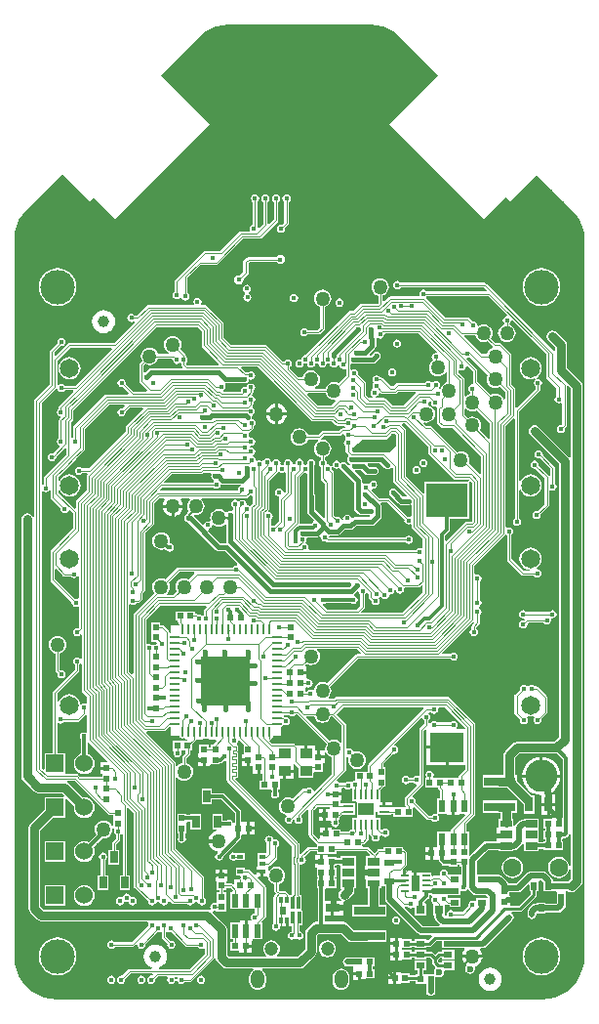
<source format=gbl>
G04*
G04 #@! TF.GenerationSoftware,Altium Limited,Altium Designer,21.2.2 (38)*
G04*
G04 Layer_Physical_Order=4*
G04 Layer_Color=16711680*
%FSLAX44Y44*%
%MOMM*%
G71*
G04*
G04 #@! TF.SameCoordinates,7819C684-4886-4163-8357-BFC2EAAA6F51*
G04*
G04*
G04 #@! TF.FilePolarity,Positive*
G04*
G01*
G75*
%ADD12C,0.2500*%
%ADD14C,0.1250*%
%ADD15C,0.3000*%
%ADD16C,0.2000*%
%ADD24R,0.5500X0.5500*%
%ADD29R,0.5500X0.5500*%
%ADD54R,0.9500X0.5500*%
%ADD117R,0.8000X0.8000*%
%ADD118C,1.0000*%
%ADD120C,0.4500*%
%ADD121C,0.7500*%
%ADD122C,0.6000*%
%ADD123C,0.4000*%
%ADD125C,0.5000*%
%ADD130C,2.8000*%
%ADD131C,1.5240*%
%ADD132R,1.5240X1.5240*%
%ADD133C,1.6500*%
%ADD134C,1.2000*%
G04:AMPARAMS|DCode=135|XSize=1.2mm|YSize=1.6mm|CornerRadius=0.6mm|HoleSize=0mm|Usage=FLASHONLY|Rotation=180.000|XOffset=0mm|YOffset=0mm|HoleType=Round|Shape=RoundedRectangle|*
%AMROUNDEDRECTD135*
21,1,1.2000,0.4000,0,0,180.0*
21,1,0.0000,1.6000,0,0,180.0*
1,1,1.2000,0.0000,0.2000*
1,1,1.2000,0.0000,0.2000*
1,1,1.2000,0.0000,-0.2000*
1,1,1.2000,0.0000,-0.2000*
%
%ADD135ROUNDEDRECTD135*%
%ADD136C,3.0000*%
%ADD137C,1.6000*%
%ADD138C,0.4500*%
%ADD139C,0.6000*%
%ADD151R,0.6500X1.0600*%
%ADD152C,1.2700*%
%ADD153R,0.9000X0.2400*%
%ADD154R,0.2400X0.9000*%
%ADD155R,1.4000X1.0000*%
%ADD156R,2.7000X0.8000*%
%ADD157R,1.0600X0.6500*%
%ADD158R,1.0600X0.6000*%
%ADD159R,0.4000X1.0000*%
%ADD160R,0.3000X1.0000*%
%ADD161R,0.3000X0.6000*%
%ADD162R,0.5400X0.8000*%
%ADD163R,0.7000X1.3000*%
%ADD164R,0.6000X1.0500*%
%ADD165R,0.5600X0.6500*%
%ADD166R,0.7000X0.2500*%
%ADD167R,0.6400X1.3700*%
%ADD168R,3.6000X3.0000*%
%ADD169R,3.0000X2.6000*%
%ADD170R,0.6200X1.2200*%
%ADD171R,0.5000X0.4000*%
%ADD172O,0.2500X0.8500*%
%ADD173O,0.8500X0.2500*%
%ADD174R,4.3500X4.3500*%
%ADD175R,1.0000X0.9000*%
%ADD176R,1.3000X0.7000*%
%ADD177R,0.6990X0.5080*%
%ADD178R,0.8000X0.5500*%
G36*
X311000Y847392D02*
X311000Y847392D01*
X312269Y847389D01*
X316865Y847027D01*
X322585Y845654D01*
X328019Y843402D01*
X332689Y840541D01*
X370262Y802968D01*
X328226Y760933D01*
X410251Y678908D01*
X428989Y697647D01*
X432525Y694111D01*
X455822Y717408D01*
X490541Y682689D01*
X493403Y678019D01*
X495654Y672585D01*
X497027Y666864D01*
X497481Y661096D01*
X497392Y661000D01*
X497392D01*
X497500Y660181D01*
Y40819D01*
X497392Y40000D01*
X497392D01*
X497481Y39904D01*
X497027Y34136D01*
X495654Y28416D01*
X493403Y22981D01*
X490329Y17965D01*
X486508Y13492D01*
X482035Y9671D01*
X477020Y6598D01*
X471585Y4346D01*
X465864Y2973D01*
X461269Y2611D01*
X460000Y2608D01*
X458775Y2500D01*
X40820D01*
X40000Y2608D01*
Y2608D01*
X39904Y2519D01*
X34135Y2973D01*
X28415Y4346D01*
X22981Y6598D01*
X17965Y9671D01*
X13492Y13492D01*
X9671Y17965D01*
X6597Y22981D01*
X4346Y28416D01*
X2973Y34136D01*
X2519Y39904D01*
X2608Y40000D01*
X2608D01*
X2500Y40820D01*
Y660180D01*
X2608Y661000D01*
X2608D01*
X2519Y661096D01*
X2973Y666864D01*
X4346Y672585D01*
X6597Y678019D01*
X9459Y682689D01*
X44385Y717615D01*
X67706Y694294D01*
X71241Y697830D01*
X89980Y679091D01*
X172004Y761116D01*
X129945Y803175D01*
X167311Y840541D01*
X171981Y843402D01*
X177416Y845654D01*
X183136Y847027D01*
X187511Y847371D01*
X188759Y847402D01*
D01*
X189991Y847500D01*
X310180D01*
X311000Y847392D01*
D02*
G37*
%LPC*%
G36*
X229750Y700319D02*
X228384Y700047D01*
X227227Y699273D01*
X226453Y698116D01*
X226181Y696750D01*
X226453Y695384D01*
X227227Y694227D01*
X227838Y693818D01*
Y678792D01*
X223682Y674635D01*
X222412Y675161D01*
Y693818D01*
X223023Y694227D01*
X223797Y695384D01*
X224069Y696750D01*
X223797Y698116D01*
X223023Y699273D01*
X221866Y700047D01*
X220500Y700319D01*
X219134Y700047D01*
X217977Y699273D01*
X217203Y698116D01*
X216931Y696750D01*
X217203Y695384D01*
X217977Y694227D01*
X218588Y693818D01*
Y675042D01*
X215017Y671471D01*
X214023Y671773D01*
X213724Y671974D01*
X213412Y672442D01*
Y693818D01*
X214023Y694227D01*
X214797Y695384D01*
X215068Y696750D01*
X214797Y698116D01*
X214023Y699273D01*
X212866Y700047D01*
X211500Y700319D01*
X210134Y700047D01*
X208977Y699273D01*
X208203Y698116D01*
X207931Y696750D01*
X208203Y695384D01*
X208977Y694227D01*
X209588Y693818D01*
Y673887D01*
X209134Y673797D01*
X207977Y673023D01*
X207203Y671866D01*
X206931Y670500D01*
X207144Y669432D01*
X206442Y668162D01*
X199250D01*
X198518Y668016D01*
X197898Y667602D01*
X181583Y651287D01*
X168125D01*
X167394Y651142D01*
X166773Y650727D01*
X142148Y626102D01*
X141734Y625482D01*
X141588Y624750D01*
Y615682D01*
X140977Y615273D01*
X140203Y614116D01*
X139931Y612750D01*
X140203Y611384D01*
X140977Y610227D01*
X142134Y609453D01*
X143500Y609181D01*
X144866Y609453D01*
X146023Y610227D01*
X146344Y610707D01*
X147692Y610438D01*
X147703Y610384D01*
X148477Y609227D01*
X149634Y608453D01*
X151000Y608181D01*
X152366Y608453D01*
X153523Y609227D01*
X154297Y610384D01*
X154569Y611750D01*
X154297Y613116D01*
X153523Y614273D01*
X152912Y614682D01*
Y627923D01*
X164202Y639213D01*
X177661D01*
X178392Y639359D01*
X179012Y639773D01*
X201077Y661838D01*
X215500D01*
X216231Y661984D01*
X216852Y662398D01*
X231102Y676648D01*
X231516Y677269D01*
X231662Y678000D01*
Y693818D01*
X232273Y694227D01*
X233047Y695384D01*
X233319Y696750D01*
X233047Y698116D01*
X232273Y699273D01*
X231116Y700047D01*
X229750Y700319D01*
D02*
G37*
G36*
X238750D02*
X237384Y700047D01*
X236227Y699273D01*
X235453Y698116D01*
X235181Y696750D01*
X235453Y695384D01*
X236227Y694227D01*
X236838Y693818D01*
Y676042D01*
X234722Y673925D01*
X234000Y674069D01*
X232634Y673797D01*
X231477Y673023D01*
X230703Y671866D01*
X230431Y670500D01*
X230703Y669134D01*
X231477Y667977D01*
X232634Y667203D01*
X234000Y666932D01*
X235366Y667203D01*
X236523Y667977D01*
X237297Y669134D01*
X237569Y670500D01*
X237425Y671221D01*
X240102Y673898D01*
X240516Y674518D01*
X240662Y675250D01*
Y693818D01*
X241273Y694227D01*
X242047Y695384D01*
X242319Y696750D01*
X242047Y698116D01*
X241273Y699273D01*
X240116Y700047D01*
X238750Y700319D01*
D02*
G37*
G36*
X233500Y647777D02*
X231959Y647471D01*
X230652Y646598D01*
X230333Y646121D01*
X205750D01*
X204843Y645940D01*
X204074Y645426D01*
X201824Y643176D01*
X201310Y642407D01*
X201129Y641500D01*
Y633357D01*
X197938Y630165D01*
X197375Y630277D01*
X195833Y629971D01*
X194527Y629098D01*
X193654Y627791D01*
X193347Y626250D01*
X193654Y624709D01*
X194527Y623402D01*
X195833Y622529D01*
X197375Y622223D01*
X198916Y622529D01*
X200222Y623402D01*
X201095Y624709D01*
X201402Y626250D01*
X201290Y626813D01*
X205176Y630699D01*
X205690Y631468D01*
X205871Y632375D01*
X205870Y632375D01*
Y640518D01*
X206732Y641380D01*
X230333D01*
X230652Y640902D01*
X231959Y640029D01*
X233500Y639723D01*
X235041Y640029D01*
X236348Y640902D01*
X237221Y642209D01*
X237527Y643750D01*
X237221Y645291D01*
X236348Y646598D01*
X235041Y647471D01*
X233500Y647777D01*
D02*
G37*
G36*
X204500Y622068D02*
X203134Y621797D01*
X201977Y621023D01*
X201203Y619866D01*
X200931Y618500D01*
X201203Y617134D01*
X201977Y615977D01*
X202857Y615388D01*
X202961Y614350D01*
X202881Y613961D01*
X202227Y613523D01*
X201453Y612366D01*
X201182Y611000D01*
X201453Y609635D01*
X202227Y608477D01*
X203384Y607703D01*
X204750Y607432D01*
X206116Y607703D01*
X207273Y608477D01*
X208047Y609635D01*
X208319Y611000D01*
X208047Y612366D01*
X207273Y613523D01*
X206393Y614112D01*
X206289Y615150D01*
X206369Y615539D01*
X207023Y615977D01*
X207797Y617134D01*
X208068Y618500D01*
X207797Y619866D01*
X207023Y621023D01*
X205865Y621797D01*
X204500Y622068D01*
D02*
G37*
G36*
X245250Y614069D02*
X243884Y613797D01*
X242727Y613023D01*
X241953Y611866D01*
X241681Y610500D01*
X241953Y609134D01*
X242727Y607977D01*
X243884Y607203D01*
X245250Y606931D01*
X246616Y607203D01*
X247773Y607977D01*
X248547Y609134D01*
X248819Y610500D01*
X248547Y611866D01*
X247773Y613023D01*
X246616Y613797D01*
X245250Y614069D01*
D02*
G37*
G36*
X460000Y636329D02*
X456815Y636015D01*
X453751Y635086D01*
X450928Y633577D01*
X448454Y631546D01*
X446423Y629072D01*
X444914Y626249D01*
X443985Y623186D01*
X443671Y620000D01*
X443985Y616814D01*
X444914Y613751D01*
X446423Y610928D01*
X448454Y608454D01*
X450928Y606423D01*
X453751Y604914D01*
X456815Y603985D01*
X460000Y603671D01*
X463186Y603985D01*
X466249Y604914D01*
X469072Y606423D01*
X471546Y608454D01*
X473577Y610928D01*
X475086Y613751D01*
X476015Y616814D01*
X476329Y620000D01*
X476015Y623186D01*
X475086Y626249D01*
X473577Y629072D01*
X471546Y631546D01*
X469072Y633577D01*
X466249Y635086D01*
X463186Y636015D01*
X460000Y636329D01*
D02*
G37*
G36*
X40000D02*
X36814Y636015D01*
X33751Y635086D01*
X30928Y633577D01*
X28454Y631546D01*
X26423Y629072D01*
X24914Y626249D01*
X23985Y623186D01*
X23671Y620000D01*
X23985Y616814D01*
X24914Y613751D01*
X26423Y610928D01*
X28454Y608454D01*
X30928Y606423D01*
X33751Y604914D01*
X36814Y603985D01*
X40000Y603671D01*
X43186Y603985D01*
X46249Y604914D01*
X49072Y606423D01*
X51546Y608454D01*
X53577Y610928D01*
X55086Y613751D01*
X56015Y616814D01*
X56329Y620000D01*
X56015Y623186D01*
X55086Y626249D01*
X53577Y629072D01*
X51546Y631546D01*
X49072Y633577D01*
X46249Y635086D01*
X43186Y636015D01*
X40000Y636329D01*
D02*
G37*
G36*
X284750Y610036D02*
X283385Y609764D01*
X282227Y608990D01*
X281453Y607832D01*
X281182Y606467D01*
X281453Y605101D01*
X282227Y603943D01*
X283385Y603170D01*
X284750Y602898D01*
X286116Y603170D01*
X287274Y603943D01*
X288047Y605101D01*
X288319Y606467D01*
X288047Y607832D01*
X287274Y608990D01*
X286116Y609764D01*
X284750Y610036D01*
D02*
G37*
G36*
X270000Y617666D02*
X268016Y617404D01*
X266167Y616639D01*
X264580Y615420D01*
X263361Y613833D01*
X262596Y611984D01*
X262334Y610000D01*
X262596Y608016D01*
X263361Y606167D01*
X264580Y604580D01*
X266167Y603361D01*
X268016Y602596D01*
X268088Y602586D01*
Y585042D01*
X265708Y582662D01*
X257015D01*
X256606Y583273D01*
X255449Y584047D01*
X254083Y584319D01*
X252717Y584047D01*
X251560Y583273D01*
X250786Y582116D01*
X250514Y580750D01*
X250786Y579384D01*
X251560Y578227D01*
X252717Y577453D01*
X254083Y577181D01*
X255449Y577453D01*
X256606Y578227D01*
X257015Y578838D01*
X266500D01*
X267232Y578984D01*
X267852Y579398D01*
X271352Y582898D01*
X271766Y583518D01*
X271912Y584250D01*
Y602586D01*
X271984Y602596D01*
X273833Y603361D01*
X275420Y604580D01*
X276639Y606167D01*
X277404Y608016D01*
X277666Y610000D01*
X277404Y611984D01*
X276639Y613833D01*
X275420Y615420D01*
X273833Y616639D01*
X271984Y617404D01*
X270000Y617666D01*
D02*
G37*
G36*
X80000Y600086D02*
X77389Y599743D01*
X74957Y598735D01*
X72868Y597132D01*
X71265Y595043D01*
X70257Y592611D01*
X69914Y590000D01*
X70257Y587389D01*
X71265Y584957D01*
X72868Y582868D01*
X74957Y581265D01*
X77389Y580257D01*
X80000Y579914D01*
X82611Y580257D01*
X85043Y581265D01*
X87132Y582868D01*
X88735Y584957D01*
X89743Y587389D01*
X90086Y590000D01*
X89743Y592611D01*
X88735Y595043D01*
X87132Y597132D01*
X85043Y598735D01*
X82611Y599743D01*
X80000Y600086D01*
D02*
G37*
G36*
X320000Y627666D02*
X318016Y627404D01*
X316167Y626639D01*
X314580Y625420D01*
X313361Y623833D01*
X312596Y621984D01*
X312334Y620000D01*
X312596Y618016D01*
X313361Y616167D01*
X314580Y614580D01*
X316167Y613361D01*
X318016Y612596D01*
X318338Y612553D01*
Y605960D01*
X318040Y605662D01*
X304143D01*
X303412Y605516D01*
X302792Y605102D01*
X296852Y599162D01*
X293858D01*
X293126Y599016D01*
X292506Y598602D01*
X254966Y561062D01*
X253635Y560797D01*
X252477Y560024D01*
X251703Y558866D01*
X251432Y557500D01*
X250192Y557281D01*
X250000Y557319D01*
X248634Y557047D01*
X247477Y556274D01*
X246703Y555116D01*
X246432Y553750D01*
X246703Y552385D01*
X247477Y551227D01*
X248634Y550453D01*
X250000Y550182D01*
X251366Y550453D01*
X252523Y551227D01*
X253297Y552385D01*
X253569Y553750D01*
X254809Y553970D01*
X255000Y553932D01*
X255191Y553970D01*
X256431Y553750D01*
X256703Y552385D01*
X257477Y551227D01*
X258634Y550453D01*
X260000Y550182D01*
X261366Y550453D01*
X262523Y551227D01*
X263297Y552385D01*
X263569Y553750D01*
X264809Y553970D01*
X265000Y553932D01*
X265191Y553970D01*
X266431Y553750D01*
X266703Y552385D01*
X267477Y551227D01*
X268634Y550453D01*
X270000Y550182D01*
X271366Y550453D01*
X272523Y551227D01*
X273297Y552385D01*
X273569Y553750D01*
X274809Y553970D01*
X275000Y553932D01*
X275191Y553970D01*
X276431Y553750D01*
X276703Y552385D01*
X277477Y551227D01*
X278634Y550453D01*
X280000Y550182D01*
X281366Y550453D01*
X282523Y551227D01*
X283191Y552226D01*
X283830Y552256D01*
X284513Y552092D01*
X284703Y551135D01*
X285476Y549977D01*
X286634Y549203D01*
X288000Y548932D01*
X289318Y549194D01*
X289371Y549200D01*
X290588Y548493D01*
Y543292D01*
X283891Y536594D01*
X283833Y536638D01*
X281984Y537404D01*
X280000Y537665D01*
X278016Y537404D01*
X276167Y536638D01*
X274580Y535420D01*
X273361Y533833D01*
X272596Y531984D01*
X272586Y531912D01*
X263651D01*
X263399Y533182D01*
X263833Y533362D01*
X265420Y534580D01*
X266639Y536167D01*
X267404Y538016D01*
X267666Y540000D01*
X267404Y541984D01*
X266639Y543833D01*
X265420Y545421D01*
X263833Y546639D01*
X261984Y547405D01*
X260000Y547666D01*
X258016Y547405D01*
X256167Y546639D01*
X254580Y545421D01*
X253361Y543833D01*
X252596Y541984D01*
X252586Y541912D01*
X249542D01*
X241912Y549542D01*
Y550818D01*
X242523Y551227D01*
X243297Y552385D01*
X243569Y553750D01*
X243297Y555116D01*
X242523Y556274D01*
X241366Y557047D01*
X240000Y557319D01*
X238634Y557047D01*
X237477Y556274D01*
X237068Y555662D01*
X235363D01*
X221673Y569352D01*
X221053Y569766D01*
X220321Y569912D01*
X190399D01*
X183912Y576399D01*
Y588713D01*
X183766Y589445D01*
X183352Y590065D01*
X169690Y603727D01*
X169069Y604142D01*
X168338Y604287D01*
X165424D01*
X164745Y605557D01*
X164797Y605634D01*
X165069Y607000D01*
X164797Y608366D01*
X164023Y609523D01*
X162866Y610297D01*
X161500Y610569D01*
X160134Y610297D01*
X158977Y609523D01*
X158203Y608366D01*
X157931Y607000D01*
X158203Y605634D01*
X158255Y605557D01*
X157576Y604287D01*
X118875D01*
X118144Y604142D01*
X117524Y603727D01*
X108958Y595162D01*
X106932D01*
X106523Y595773D01*
X105366Y596547D01*
X104000Y596819D01*
X102634Y596547D01*
X101477Y595773D01*
X100703Y594616D01*
X100431Y593250D01*
X100703Y591884D01*
X101477Y590727D01*
X102634Y589953D01*
X104000Y589681D01*
X105366Y589953D01*
X106276Y590561D01*
X107086Y589575D01*
X88923Y571412D01*
X50100D01*
X49369Y571266D01*
X48748Y570852D01*
X38335Y560438D01*
X37162Y560924D01*
Y563458D01*
X42779Y569075D01*
X43500Y568932D01*
X44866Y569203D01*
X46023Y569977D01*
X46797Y571134D01*
X47069Y572500D01*
X46797Y573866D01*
X46023Y575023D01*
X44866Y575797D01*
X43500Y576069D01*
X42134Y575797D01*
X40977Y575023D01*
X40203Y573866D01*
X39931Y572500D01*
X40075Y571779D01*
X33898Y565602D01*
X33484Y564982D01*
X33338Y564250D01*
Y535578D01*
X20359Y522598D01*
X19945Y521978D01*
X19799Y521247D01*
Y420727D01*
X18529Y420602D01*
X18460Y420951D01*
X17355Y422605D01*
X15701Y423710D01*
X13750Y424098D01*
X11799Y423710D01*
X10145Y422605D01*
X9040Y420951D01*
X8652Y419000D01*
Y196000D01*
X9040Y194049D01*
X10145Y192395D01*
X19645Y182895D01*
X21299Y181790D01*
X23250Y181402D01*
X43540D01*
X45858Y179084D01*
X45332Y177814D01*
X28938D01*
Y167284D01*
X16395Y154741D01*
X15290Y153087D01*
X14902Y151136D01*
Y81500D01*
X15290Y79549D01*
X16395Y77895D01*
X22395Y71895D01*
X24049Y70790D01*
X26000Y70402D01*
X118369D01*
X119048Y69132D01*
X118703Y68616D01*
X118432Y67250D01*
X118575Y66529D01*
X104208Y52162D01*
X89682D01*
X89274Y52773D01*
X88116Y53547D01*
X86750Y53819D01*
X85385Y53547D01*
X84227Y52773D01*
X83453Y51616D01*
X83182Y50250D01*
X83453Y48885D01*
X84227Y47727D01*
X85385Y46953D01*
X86750Y46682D01*
X88116Y46953D01*
X89274Y47727D01*
X89682Y48338D01*
X105000D01*
X105732Y48484D01*
X106352Y48898D01*
X107938Y50485D01*
X108470Y50385D01*
X109234Y49985D01*
X109453Y48885D01*
X110227Y47727D01*
X111384Y46953D01*
X112750Y46682D01*
X114116Y46953D01*
X115274Y47727D01*
X116047Y48885D01*
X116319Y50250D01*
X116300Y50346D01*
X126778Y60825D01*
X127500Y60682D01*
X128865Y60953D01*
X129318Y61256D01*
X130588Y60577D01*
Y56500D01*
X130734Y55768D01*
X131148Y55148D01*
X135325Y50972D01*
X135182Y50250D01*
X135453Y48885D01*
X136227Y47727D01*
X137384Y46953D01*
X138750Y46682D01*
X140116Y46953D01*
X141273Y47727D01*
X142047Y48885D01*
X142319Y50250D01*
X142047Y51616D01*
X141273Y52773D01*
X140116Y53547D01*
X138750Y53819D01*
X138029Y53675D01*
X134412Y57292D01*
Y61035D01*
X134909Y61358D01*
X135682Y61590D01*
X136635Y60953D01*
X138000Y60682D01*
X138722Y60825D01*
X150648Y48898D01*
X151269Y48484D01*
X152000Y48338D01*
X161818D01*
X162227Y47727D01*
X163384Y46953D01*
X164750Y46682D01*
X166116Y46953D01*
X166318Y47089D01*
X167588Y46410D01*
Y42106D01*
X154662Y29180D01*
X128327D01*
X128075Y30450D01*
X130043Y31265D01*
X132132Y32868D01*
X133735Y34957D01*
X134743Y37390D01*
X135086Y40000D01*
X134743Y42611D01*
X133735Y45043D01*
X132132Y47132D01*
X130043Y48735D01*
X127611Y49743D01*
X125000Y50086D01*
X122389Y49743D01*
X119957Y48735D01*
X117868Y47132D01*
X116265Y45043D01*
X115257Y42611D01*
X114914Y40000D01*
X115257Y37390D01*
X116265Y34957D01*
X117868Y32868D01*
X119957Y31265D01*
X121925Y30450D01*
X121673Y29180D01*
X102768D01*
X102036Y29034D01*
X101416Y28620D01*
X95971Y23175D01*
X95250Y23319D01*
X93884Y23047D01*
X92727Y22274D01*
X91953Y21116D01*
X91681Y19750D01*
X91953Y18385D01*
X92727Y17227D01*
X93884Y16453D01*
X95250Y16182D01*
X96616Y16453D01*
X97773Y17227D01*
X98547Y18385D01*
X98819Y19750D01*
X98675Y20472D01*
X103559Y25356D01*
X122493D01*
X122979Y24183D01*
X121972Y23175D01*
X121250Y23319D01*
X119884Y23047D01*
X118727Y22274D01*
X117953Y21116D01*
X117681Y19750D01*
X117953Y18385D01*
X118727Y17227D01*
X119884Y16453D01*
X121250Y16182D01*
X122616Y16453D01*
X123773Y17227D01*
X124547Y18385D01*
X124818Y19750D01*
X124675Y20472D01*
X127060Y22856D01*
X135088D01*
X135767Y21586D01*
X135453Y21116D01*
X135182Y19750D01*
X135453Y18385D01*
X136227Y17227D01*
X137384Y16453D01*
X138750Y16182D01*
X140116Y16453D01*
X141273Y17227D01*
X142047Y18385D01*
X142319Y19750D01*
X142047Y21116D01*
X141733Y21586D01*
X142410Y22852D01*
X143590D01*
X144267Y21586D01*
X143953Y21116D01*
X143681Y19750D01*
X143953Y18385D01*
X144727Y17227D01*
X145884Y16453D01*
X147250Y16182D01*
X148616Y16453D01*
X149773Y17227D01*
X150182Y17839D01*
X155036D01*
X155768Y17984D01*
X156388Y18398D01*
X175950Y37961D01*
X176021Y38067D01*
X177370Y37799D01*
X177540Y36943D01*
X178645Y35289D01*
X183039Y30895D01*
X184692Y29790D01*
X186643Y29402D01*
X209504D01*
X209582Y29261D01*
X209832Y28132D01*
X208579Y27171D01*
X207417Y25656D01*
X206687Y23893D01*
X206438Y22000D01*
Y18000D01*
X206687Y16108D01*
X207417Y14344D01*
X208579Y12830D01*
X210094Y11667D01*
X211857Y10937D01*
X213750Y10688D01*
X215643Y10937D01*
X217406Y11667D01*
X218921Y12830D01*
X220083Y14344D01*
X220814Y16108D01*
X221063Y18000D01*
Y22000D01*
X220814Y23893D01*
X220083Y25656D01*
X218921Y27171D01*
X217668Y28132D01*
X217919Y29261D01*
X217997Y29402D01*
X250250D01*
X252201Y29790D01*
X253855Y30895D01*
X263605Y40645D01*
X264710Y42299D01*
X265098Y44250D01*
Y58139D01*
X266611Y59652D01*
X278750D01*
X278750Y59652D01*
X285652D01*
X291409Y53895D01*
X293063Y52790D01*
X295014Y52402D01*
X296000D01*
Y52250D01*
X325500D01*
Y62750D01*
X296974D01*
X291369Y68355D01*
X289715Y69460D01*
X287764Y69848D01*
X278750D01*
X278750Y69848D01*
X271804D01*
Y75710D01*
X277480D01*
Y81750D01*
Y87790D01*
X271804D01*
Y98352D01*
X272026Y98574D01*
X273000Y99250D01*
X274000D01*
X274270Y99250D01*
X282000D01*
Y107250D01*
X280804D01*
Y108750D01*
X282000D01*
Y116750D01*
X280804D01*
Y118250D01*
X282000D01*
Y119446D01*
X285052D01*
X285950Y118548D01*
Y117750D01*
X285950Y116480D01*
Y109020D01*
X285950Y108250D01*
X285950Y106980D01*
Y98750D01*
X285950D01*
X286269Y97979D01*
X285395Y97105D01*
X284290Y95451D01*
X283902Y93500D01*
X284290Y91549D01*
X285395Y89895D01*
X286645Y89060D01*
X286260Y87790D01*
X280020D01*
Y83020D01*
X287790D01*
Y87348D01*
X288789Y88444D01*
X289000Y88402D01*
X290951Y88790D01*
X292605Y89895D01*
X296105Y93395D01*
X297210Y95049D01*
X297598Y97000D01*
Y98750D01*
X299050D01*
Y106980D01*
X299050Y107750D01*
X299050Y109020D01*
Y116480D01*
X299050Y117250D01*
X299050Y118520D01*
Y126750D01*
X285950D01*
Y125054D01*
X282000D01*
Y126250D01*
X274290D01*
Y127540D01*
X270270D01*
Y122250D01*
X269000D01*
Y120980D01*
X263710D01*
Y116960D01*
X263817D01*
X265000Y116750D01*
X265000Y115690D01*
Y108750D01*
X266196D01*
Y107250D01*
X265000D01*
Y99250D01*
X266196D01*
Y69848D01*
X264500D01*
X262549Y69460D01*
X260895Y68355D01*
X256395Y63855D01*
X255290Y62201D01*
X254902Y60250D01*
Y46361D01*
X248139Y39598D01*
X230751D01*
X230320Y40868D01*
X230921Y41329D01*
X232083Y42844D01*
X232813Y44608D01*
X233063Y46500D01*
X232813Y48393D01*
X232083Y50156D01*
X230921Y51671D01*
X229406Y52833D01*
X227643Y53563D01*
X225750Y53813D01*
X223857Y53563D01*
X222094Y52833D01*
X220579Y51671D01*
X219417Y50156D01*
X218687Y48393D01*
X218438Y46500D01*
X218687Y44608D01*
X219417Y42844D01*
X220579Y41329D01*
X221180Y40868D01*
X220749Y39598D01*
X188755D01*
X187348Y41005D01*
Y63250D01*
X186960Y65201D01*
X185855Y66855D01*
X174531Y78178D01*
X175157Y79349D01*
X176000Y79181D01*
X176980Y79376D01*
X178250Y78750D01*
Y78750D01*
X186250D01*
Y86480D01*
X186250Y86750D01*
Y87750D01*
X186250Y88020D01*
Y95750D01*
X184162D01*
Y97250D01*
X186250D01*
Y99338D01*
X189708D01*
X192076Y96970D01*
X191706Y95700D01*
X189900D01*
Y81000D01*
X198600D01*
Y81000D01*
X199400D01*
Y81000D01*
X208100D01*
Y81000D01*
X208900D01*
Y81000D01*
X211339D01*
Y77641D01*
X211250Y77569D01*
X209884Y77297D01*
X208727Y76523D01*
X207953Y75366D01*
X207682Y74000D01*
X207953Y72635D01*
X208337Y72060D01*
X207658Y70790D01*
X205020D01*
Y62150D01*
X202480D01*
Y70790D01*
X198110D01*
Y69500D01*
X189900D01*
Y54800D01*
X192338D01*
Y52750D01*
X190250D01*
Y44750D01*
X197960D01*
Y43460D01*
X201980D01*
Y48750D01*
X203250D01*
Y50020D01*
X208540D01*
Y53510D01*
X209390D01*
Y54800D01*
X217600D01*
Y69500D01*
X217600D01*
X217264Y70311D01*
X220352Y73398D01*
X220766Y74019D01*
X220912Y74750D01*
Y100000D01*
X220766Y100732D01*
X220352Y101352D01*
X213916Y107787D01*
X214403Y108960D01*
X216230D01*
Y112230D01*
X212460D01*
Y110903D01*
X211287Y110417D01*
X206851Y114852D01*
X206231Y115267D01*
X205500Y115412D01*
X202250D01*
Y116750D01*
X194750D01*
Y110250D01*
X198722D01*
X199586Y108980D01*
X199441Y108255D01*
X199480Y108060D01*
X198438Y106790D01*
X193460D01*
Y102653D01*
X192287Y102167D01*
X191852Y102602D01*
X191232Y103016D01*
X190500Y103162D01*
X186250D01*
Y104960D01*
X187540D01*
Y108980D01*
X176960D01*
Y104960D01*
X178250D01*
Y97250D01*
X180338D01*
Y95750D01*
X178250D01*
Y88020D01*
X178250Y87750D01*
Y86750D01*
X176980Y86123D01*
X176000Y86318D01*
X174634Y86047D01*
X173476Y85273D01*
X172703Y84115D01*
X172431Y82750D01*
X172703Y81384D01*
X172883Y81115D01*
X171967Y80199D01*
X171951Y80210D01*
X170000Y80598D01*
X28112D01*
X25098Y83612D01*
Y149024D01*
X36148Y160074D01*
X46678D01*
Y176468D01*
X47948Y176994D01*
X54464Y170479D01*
X54261Y168944D01*
X54566Y166628D01*
X55460Y164471D01*
X56882Y162618D01*
X58735Y161196D01*
X60893Y160302D01*
X63208Y159998D01*
X65524Y160302D01*
X67681Y161196D01*
X69534Y162618D01*
X70956Y164471D01*
X71850Y166628D01*
X72154Y168944D01*
X71850Y171260D01*
X70956Y173417D01*
X69534Y175270D01*
X67681Y176692D01*
X65524Y177586D01*
X63208Y177891D01*
X61673Y177689D01*
X49257Y190105D01*
X48563Y190568D01*
X48948Y191838D01*
X54930D01*
X83871Y162897D01*
X84492Y162483D01*
X85223Y162337D01*
X88609D01*
Y160249D01*
X88609D01*
Y159249D01*
X88609D01*
Y152448D01*
X88609Y152415D01*
X88609Y152415D01*
X88609Y152244D01*
X87404Y151984D01*
X86639Y153833D01*
X85420Y155420D01*
X83833Y156639D01*
X81984Y157404D01*
X80000Y157666D01*
X78016Y157404D01*
X76167Y156639D01*
X74580Y155420D01*
X73361Y153833D01*
X72596Y151984D01*
X72334Y150000D01*
X72596Y148016D01*
X73361Y146167D01*
X73884Y145486D01*
X67193Y138794D01*
X65524Y139486D01*
X63208Y139791D01*
X60893Y139486D01*
X58735Y138592D01*
X56882Y137170D01*
X55460Y135317D01*
X54566Y133160D01*
X54261Y130844D01*
X54566Y128528D01*
X55460Y126371D01*
X56882Y124518D01*
X58735Y123096D01*
X60893Y122202D01*
X63208Y121897D01*
X65524Y122202D01*
X67681Y123096D01*
X69534Y124518D01*
X70956Y126371D01*
X71850Y128528D01*
X72155Y130844D01*
X71850Y133160D01*
X71158Y134829D01*
X78819Y142490D01*
X80000Y142334D01*
X81984Y142596D01*
X83833Y143361D01*
X85420Y144580D01*
X86639Y146167D01*
X87404Y148016D01*
X87612Y149596D01*
X87666Y150000D01*
X87755Y150760D01*
X87755Y150760D01*
X87755Y150760D01*
X88782Y151249D01*
X88795Y151249D01*
X88913Y151028D01*
X89474Y149979D01*
X89323Y149753D01*
X89051Y148387D01*
X89323Y147022D01*
X90096Y145864D01*
X90708Y145455D01*
Y142304D01*
X87648Y139245D01*
X87234Y138624D01*
X87088Y137893D01*
Y132430D01*
X84500D01*
Y119330D01*
X93500D01*
Y132430D01*
X90912D01*
Y137101D01*
X93971Y140161D01*
X94386Y140781D01*
X94531Y141512D01*
Y145254D01*
X95398Y145934D01*
X96588Y145503D01*
Y110430D01*
X94000D01*
Y97330D01*
X103000D01*
Y110430D01*
X100412D01*
Y168214D01*
X101585Y168700D01*
X106201Y164085D01*
Y100804D01*
X106346Y100072D01*
X106761Y99452D01*
X118436Y87776D01*
X118431Y87750D01*
X118703Y86384D01*
X119476Y85226D01*
X120634Y84453D01*
X122000Y84181D01*
X123365Y84453D01*
X124523Y85226D01*
X125297Y86384D01*
X125336Y86584D01*
X126134Y87578D01*
X127500Y87306D01*
X127716Y87349D01*
X129202Y86391D01*
X129203Y86384D01*
X129977Y85226D01*
X131135Y84453D01*
X132500Y84181D01*
X133866Y84453D01*
X135023Y85226D01*
X135797Y86384D01*
X136044Y87623D01*
X136501Y87906D01*
X137277Y88186D01*
X139190Y86273D01*
X139810Y85859D01*
X140541Y85713D01*
X152151D01*
X152477Y85226D01*
X153634Y84453D01*
X155000Y84181D01*
X156366Y84453D01*
X157523Y85226D01*
X158297Y86384D01*
X158307Y86433D01*
X159770Y87279D01*
X160258Y87182D01*
X160731Y87276D01*
X162195Y86424D01*
X162203Y86384D01*
X162976Y85226D01*
X164134Y84453D01*
X165500Y84181D01*
X166866Y84453D01*
X168023Y85226D01*
X168797Y86384D01*
X169068Y87750D01*
X168797Y89115D01*
X168023Y90273D01*
X167412Y90682D01*
Y108000D01*
X167266Y108732D01*
X166852Y109352D01*
X142644Y133560D01*
Y195016D01*
X143914Y195447D01*
X144580Y194580D01*
X146167Y193361D01*
X148016Y192596D01*
X150000Y192334D01*
X151984Y192596D01*
X153833Y193361D01*
X155420Y194580D01*
X156639Y196167D01*
X157404Y198016D01*
X157666Y200000D01*
X157404Y201984D01*
X156639Y203833D01*
X155420Y205420D01*
X153833Y206639D01*
X151984Y207404D01*
X151912Y207414D01*
Y211458D01*
X154602Y214148D01*
X155016Y214768D01*
X155162Y215500D01*
Y218500D01*
X157000D01*
Y223797D01*
X159852Y226649D01*
X160266Y227269D01*
X160320Y227539D01*
X161344Y228115D01*
X161682Y228157D01*
X162021Y227930D01*
X163500Y227636D01*
X164979Y227930D01*
X166232Y228768D01*
X166325Y228906D01*
X167525Y229145D01*
X168500Y228951D01*
X169475Y229145D01*
X170674Y228906D01*
X170767Y228768D01*
X172021Y227930D01*
X173500Y227636D01*
X174979Y227930D01*
X176000Y228612D01*
X177021Y227930D01*
X177571Y227820D01*
X177989Y226442D01*
X175648Y224102D01*
X175234Y223481D01*
X175188Y223250D01*
X173000D01*
Y221162D01*
X171250D01*
Y223250D01*
X163250D01*
Y215540D01*
X161960D01*
Y211520D01*
X167250D01*
Y210250D01*
X168520D01*
Y204960D01*
X172540D01*
Y205170D01*
X173000Y206250D01*
X181000D01*
Y207446D01*
X181250D01*
X182323Y207659D01*
X183233Y208267D01*
X184995Y210030D01*
X185568Y210144D01*
X186838Y209442D01*
Y192715D01*
X186984Y191983D01*
X187398Y191363D01*
X243588Y135173D01*
Y126651D01*
X243463Y126022D01*
Y120534D01*
X243588Y119905D01*
Y94042D01*
X242898Y93352D01*
X242496Y92750D01*
X241162D01*
X241016Y93482D01*
X240602Y94102D01*
X238852Y95852D01*
X238232Y96266D01*
X237500Y96412D01*
X233042D01*
X231912Y97542D01*
Y102586D01*
X231984Y102596D01*
X233833Y103362D01*
X235420Y104580D01*
X236639Y106167D01*
X237404Y108016D01*
X237666Y110000D01*
X237404Y111984D01*
X236639Y113833D01*
X235420Y115421D01*
X233833Y116639D01*
X231984Y117404D01*
X230000Y117666D01*
X228016Y117404D01*
X226167Y116639D01*
X224580Y115421D01*
X223810Y114418D01*
X222540Y114849D01*
Y118040D01*
X223249Y118089D01*
X223250Y118089D01*
X223982Y118234D01*
X224602Y118649D01*
X230352Y124398D01*
X230766Y125019D01*
X230912Y125750D01*
Y134818D01*
X231523Y135227D01*
X232297Y136385D01*
X232569Y137750D01*
X232297Y139116D01*
X231523Y140274D01*
X230366Y141047D01*
X229000Y141319D01*
X228231Y141166D01*
X227612Y141076D01*
X226858Y142056D01*
X226797Y142362D01*
X226023Y143519D01*
X224866Y144293D01*
X223500Y144565D01*
X222134Y144293D01*
X220977Y143519D01*
X220203Y142362D01*
X219931Y140996D01*
X220203Y139630D01*
X220977Y138473D01*
X221588Y138064D01*
Y130880D01*
X221250Y129750D01*
X213750D01*
Y118040D01*
X212460D01*
Y114770D01*
X217500D01*
Y113500D01*
X218770D01*
Y108960D01*
X222471D01*
X222596Y108016D01*
X223361Y106167D01*
X224580Y104580D01*
X226167Y103362D01*
X228016Y102596D01*
X228088Y102586D01*
Y96750D01*
X228234Y96019D01*
X228648Y95399D01*
X229546Y94500D01*
X228148Y93102D01*
X227734Y92482D01*
X227588Y91750D01*
Y68682D01*
X226977Y68274D01*
X226203Y67116D01*
X225932Y65750D01*
X226203Y64384D01*
X226977Y63227D01*
X228134Y62453D01*
X229500Y62182D01*
X230866Y62453D01*
X232024Y63227D01*
X232797Y64384D01*
X233069Y65750D01*
X233241Y65960D01*
X237980D01*
Y71500D01*
X240520D01*
Y65960D01*
X243088D01*
Y61487D01*
X242134Y61297D01*
X240977Y60523D01*
X240203Y59366D01*
X239931Y58000D01*
X240203Y56634D01*
X240977Y55477D01*
X242134Y54703D01*
X243500Y54431D01*
X244866Y54703D01*
X245972Y55443D01*
X246308Y55614D01*
X247385D01*
X247477Y55477D01*
X248634Y54703D01*
X250000Y54432D01*
X251366Y54703D01*
X252523Y55477D01*
X253297Y56634D01*
X253569Y58000D01*
X253297Y59366D01*
X252523Y60524D01*
X251366Y61297D01*
X250412Y61487D01*
Y67250D01*
X253000D01*
Y79750D01*
X252000Y80250D01*
Y92750D01*
X251004D01*
X250602Y93352D01*
X249912Y94042D01*
Y119052D01*
X251182Y119872D01*
X252000Y119709D01*
X253366Y119981D01*
X254523Y120754D01*
X255297Y121912D01*
X255569Y123278D01*
X255297Y124643D01*
X254523Y125801D01*
X254464Y126404D01*
X259149Y131088D01*
X265000D01*
Y129000D01*
X272730D01*
X273000Y129000D01*
X274000D01*
X274270Y129000D01*
X282000D01*
Y131088D01*
X308047D01*
X311212Y127923D01*
X310726Y126750D01*
X307950D01*
Y118540D01*
X306660D01*
Y114020D01*
X314500D01*
Y111480D01*
X306660D01*
Y106960D01*
X307950D01*
Y99000D01*
X309402D01*
Y84750D01*
X296000D01*
Y74250D01*
X325500D01*
Y84750D01*
X319598D01*
Y99000D01*
X321050D01*
Y100581D01*
X322250Y100750D01*
Y100750D01*
X324427D01*
Y89500D01*
X324718Y88037D01*
X325546Y86796D01*
X352546Y59797D01*
X353787Y58968D01*
X355250Y58677D01*
X364526D01*
X365052Y57407D01*
X361520Y53875D01*
X360250Y54336D01*
Y55000D01*
X349750D01*
Y53549D01*
X347000D01*
Y55000D01*
X339290D01*
Y56290D01*
X335270D01*
Y51000D01*
X334000D01*
Y49730D01*
X328710D01*
Y45710D01*
Y42770D01*
X334000D01*
Y41500D01*
X335270D01*
Y36210D01*
X339290D01*
Y37500D01*
X347000D01*
Y38951D01*
X349750D01*
Y37500D01*
X360250D01*
Y38951D01*
X363444D01*
X365201Y37194D01*
Y34500D01*
X365395Y33524D01*
X365948Y32697D01*
X367856Y30789D01*
X367936Y29314D01*
X366996Y27908D01*
X366667Y26250D01*
X366812Y25520D01*
X365814Y24250D01*
X360270D01*
X360000Y24250D01*
X359000D01*
X358819Y24250D01*
X357549Y24465D01*
Y28000D01*
X360250D01*
Y36000D01*
X349750D01*
Y28000D01*
X352451D01*
Y24250D01*
X351000D01*
Y23799D01*
X345750D01*
Y25250D01*
X338040D01*
Y26540D01*
X334020D01*
Y21250D01*
Y15960D01*
X338040D01*
Y17250D01*
X345750D01*
Y18701D01*
X351000D01*
Y16250D01*
X358730D01*
X359000Y16250D01*
X360177Y16024D01*
Y9500D01*
X360468Y8037D01*
X361296Y6796D01*
X362537Y5968D01*
X364000Y5677D01*
X365463Y5968D01*
X366704Y6796D01*
X367532Y8037D01*
X367823Y9500D01*
X367823Y9500D01*
Y16250D01*
X368000D01*
Y21796D01*
X369120Y22395D01*
X369342Y22247D01*
X371000Y21917D01*
X372658Y22247D01*
X374064Y23186D01*
X375003Y24592D01*
X375333Y26250D01*
X375238Y26730D01*
X376280Y28000D01*
X384250D01*
Y36000D01*
X373750D01*
Y34549D01*
X371306D01*
X370299Y35556D01*
Y37194D01*
X372056Y38951D01*
X373750D01*
Y37500D01*
X384250D01*
Y45500D01*
X373750D01*
Y44049D01*
X371000D01*
X370024Y43855D01*
X369198Y43302D01*
X367750Y41855D01*
X366302Y43302D01*
X365476Y43855D01*
X364500Y44049D01*
X360250D01*
Y45500D01*
X349750D01*
Y44049D01*
X347000D01*
Y45500D01*
X339290D01*
Y47000D01*
X347000D01*
Y48451D01*
X349750D01*
Y47000D01*
X360250D01*
Y48451D01*
X362250D01*
X363226Y48645D01*
X364052Y49198D01*
X368556Y53701D01*
X373750D01*
Y47000D01*
X384250D01*
Y47177D01*
X392761D01*
X393327Y45907D01*
X392235Y44483D01*
X391339Y42321D01*
X391200Y41270D01*
X400000D01*
X408800D01*
X408661Y42321D01*
X407765Y44483D01*
X406673Y45907D01*
X407239Y47177D01*
X409272D01*
X410735Y47468D01*
X411976Y48296D01*
X434976Y71297D01*
X435805Y72537D01*
X436096Y74000D01*
X435805Y75463D01*
X434976Y76704D01*
X434067Y77311D01*
X434452Y78581D01*
X441430D01*
X442405Y78775D01*
X443232Y79328D01*
X455352Y91448D01*
X455905Y92275D01*
X456099Y93250D01*
Y96250D01*
X457600D01*
Y105250D01*
X458536Y106057D01*
X460136D01*
X461900Y104293D01*
Y96250D01*
X470000D01*
Y96927D01*
X473024D01*
X473250Y95750D01*
X473250Y95480D01*
Y87750D01*
X473426D01*
Y86263D01*
X472737Y85574D01*
X463800D01*
Y86250D01*
X455700D01*
Y85574D01*
X454679D01*
X453216Y85283D01*
X451975Y84454D01*
X449046Y81525D01*
X448218Y80284D01*
X447927Y78821D01*
Y76000D01*
X448218Y74537D01*
X449046Y73297D01*
X450287Y72468D01*
X451750Y72177D01*
X453213Y72468D01*
X454454Y73297D01*
X455283Y74537D01*
X455574Y76000D01*
Y76032D01*
X455700Y77250D01*
X463800D01*
Y77927D01*
X474321D01*
X475784Y78218D01*
X477024Y79046D01*
X479953Y81975D01*
X480782Y83216D01*
X481073Y84679D01*
Y87750D01*
X481250D01*
Y95480D01*
X481250Y95750D01*
X481405Y96561D01*
X482690Y96848D01*
X483899Y96040D01*
X485850Y95652D01*
X487801Y96040D01*
X489455Y97145D01*
X494105Y101795D01*
X495210Y103449D01*
X495598Y105400D01*
Y534429D01*
X495210Y536380D01*
X494105Y538034D01*
X482098Y550041D01*
Y570000D01*
X481710Y571951D01*
X480605Y573605D01*
X473355Y580855D01*
X471701Y581960D01*
X469750Y582348D01*
X467799Y581960D01*
X466145Y580855D01*
X465040Y579201D01*
X464652Y577250D01*
X465040Y575299D01*
X466145Y573645D01*
X471902Y567888D01*
Y564883D01*
X470632Y564357D01*
X411887Y623102D01*
X411267Y623516D01*
X410536Y623662D01*
X337932D01*
X337523Y624273D01*
X336366Y625047D01*
X335000Y625319D01*
X333634Y625047D01*
X332477Y624273D01*
X331703Y623116D01*
X331431Y621750D01*
X331703Y620384D01*
X332477Y619227D01*
X333634Y618453D01*
X335000Y618181D01*
X336366Y618453D01*
X337523Y619227D01*
X337932Y619838D01*
X409744D01*
X412247Y617335D01*
X411761Y616162D01*
X360432D01*
X360023Y616773D01*
X358866Y617547D01*
X357500Y617819D01*
X356134Y617547D01*
X354977Y616773D01*
X354203Y615616D01*
X353931Y614250D01*
X354163Y613086D01*
X353559Y611816D01*
X328522D01*
X327790Y611671D01*
X327170Y611256D01*
X323335Y607421D01*
X322162Y607907D01*
Y612669D01*
X323833Y613361D01*
X325420Y614580D01*
X326639Y616167D01*
X327404Y618016D01*
X327666Y620000D01*
X327404Y621984D01*
X326639Y623833D01*
X325420Y625420D01*
X323833Y626639D01*
X321984Y627404D01*
X320000Y627666D01*
D02*
G37*
G36*
X165980Y208980D02*
X161960D01*
Y204960D01*
X165980D01*
Y208980D01*
D02*
G37*
G36*
X174000Y185050D02*
X165000D01*
Y171950D01*
X174000D01*
Y175696D01*
X182339D01*
X193946Y164089D01*
Y155898D01*
X193786Y155738D01*
X192173Y155921D01*
X192118Y156008D01*
X192047Y156366D01*
X191273Y157523D01*
X190116Y158297D01*
X188750Y158569D01*
X187384Y158297D01*
X186646Y157804D01*
X183500D01*
Y163050D01*
X174500D01*
Y149950D01*
X177739D01*
X177822Y148680D01*
X177679Y148661D01*
X175517Y147765D01*
X173660Y146340D01*
X172235Y144483D01*
X171339Y142321D01*
X171201Y141270D01*
X180000D01*
Y138730D01*
X171201D01*
X171339Y137679D01*
X172235Y135517D01*
X173660Y133660D01*
X175517Y132235D01*
X177679Y131339D01*
X179136Y131147D01*
X179152Y131116D01*
X179193Y129859D01*
X178885Y129797D01*
X177727Y129024D01*
X176953Y127866D01*
X176681Y126500D01*
X176953Y125134D01*
X177727Y123977D01*
X178885Y123203D01*
X180250Y122932D01*
X181616Y123203D01*
X182773Y123977D01*
X183547Y125134D01*
X183720Y126005D01*
X198733Y141017D01*
X199340Y141927D01*
X199554Y143000D01*
Y144831D01*
X200460Y145710D01*
X204480D01*
Y151000D01*
Y156290D01*
X200460D01*
X199554Y157169D01*
Y165250D01*
X199340Y166323D01*
X198733Y167233D01*
X185483Y180483D01*
X184573Y181090D01*
X183500Y181304D01*
X174000D01*
Y185050D01*
D02*
G37*
G36*
X207020Y156290D02*
Y152270D01*
X211040D01*
Y156290D01*
X207020D01*
D02*
G37*
G36*
X152000Y163750D02*
X144000D01*
Y156020D01*
X144000Y155750D01*
Y154750D01*
X144000Y154480D01*
Y146750D01*
X145196D01*
Y143854D01*
X144703Y143116D01*
X144431Y141750D01*
X144703Y140384D01*
X145477Y139227D01*
X146634Y138453D01*
X148000Y138181D01*
X149366Y138453D01*
X150523Y139227D01*
X151297Y140384D01*
X151569Y141750D01*
X151297Y143116D01*
X150804Y143854D01*
Y146750D01*
X152000D01*
Y154480D01*
X152000Y154750D01*
Y155750D01*
X152830Y156946D01*
X155500D01*
Y149950D01*
X164500D01*
Y163050D01*
X155500D01*
Y162554D01*
X152000D01*
Y163750D01*
D02*
G37*
G36*
X211040Y149730D02*
X207020D01*
Y145710D01*
X211040D01*
Y149730D01*
D02*
G37*
G36*
X267730Y127540D02*
X263710D01*
Y123520D01*
X267730D01*
Y127540D01*
D02*
G37*
G36*
X192250Y130069D02*
X190884Y129797D01*
X189727Y129024D01*
X188953Y127866D01*
X188681Y126500D01*
X188953Y125134D01*
X189727Y123977D01*
X190884Y123203D01*
X192250Y122932D01*
X193508Y123182D01*
X194750Y123250D01*
X194750Y123250D01*
X194750Y123250D01*
X202250D01*
Y129750D01*
X194750D01*
X194750Y129750D01*
X193508Y129818D01*
X192250Y130069D01*
D02*
G37*
G36*
X46678Y139714D02*
X28938D01*
Y121974D01*
X46678D01*
Y139714D01*
D02*
G37*
G36*
X187540Y115540D02*
X183520D01*
Y111520D01*
X187540D01*
Y115540D01*
D02*
G37*
G36*
X180980D02*
X176960D01*
Y111520D01*
X180980D01*
Y115540D01*
D02*
G37*
G36*
X79500Y130033D02*
X78134Y129762D01*
X76977Y128988D01*
X76203Y127830D01*
X75932Y126465D01*
X76203Y125099D01*
X76977Y123941D01*
X77588Y123533D01*
Y110430D01*
X75000D01*
Y97330D01*
X84000D01*
Y110430D01*
X81412D01*
Y123533D01*
X82023Y123941D01*
X82797Y125099D01*
X83069Y126465D01*
X82797Y127830D01*
X82023Y128988D01*
X80866Y129762D01*
X79500Y130033D01*
D02*
G37*
G36*
X100000Y94565D02*
X98634Y94294D01*
X97477Y93520D01*
X96703Y92363D01*
X96642Y92056D01*
X95888Y91076D01*
X95268Y91166D01*
X94500Y91318D01*
X93135Y91047D01*
X91977Y90273D01*
X91203Y89115D01*
X90932Y87750D01*
X91203Y86384D01*
X91977Y85226D01*
X93135Y84453D01*
X94500Y84181D01*
X95866Y84453D01*
X97024Y85226D01*
X97797Y86384D01*
X97858Y86691D01*
X98612Y87671D01*
X99232Y87581D01*
X100000Y87428D01*
X101365Y87700D01*
X101448Y87666D01*
X101703Y86384D01*
X102477Y85226D01*
X103634Y84453D01*
X105000Y84181D01*
X106366Y84453D01*
X107523Y85226D01*
X108297Y86384D01*
X108569Y87750D01*
X108297Y89115D01*
X107523Y90273D01*
X106366Y91047D01*
X105000Y91318D01*
X103635Y91047D01*
X103552Y91081D01*
X103297Y92363D01*
X102523Y93520D01*
X101365Y94294D01*
X100000Y94565D01*
D02*
G37*
G36*
X46678Y101614D02*
X28938D01*
Y83874D01*
X46678D01*
Y101614D01*
D02*
G37*
G36*
X63208Y101691D02*
X60893Y101386D01*
X58735Y100492D01*
X56882Y99070D01*
X55460Y97217D01*
X54566Y95060D01*
X54261Y92744D01*
X54566Y90428D01*
X55460Y88271D01*
X56882Y86418D01*
X58735Y84996D01*
X60893Y84102D01*
X63208Y83798D01*
X65524Y84102D01*
X67681Y84996D01*
X69534Y86418D01*
X70956Y88271D01*
X71850Y90428D01*
X72154Y92744D01*
X71850Y95060D01*
X70956Y97217D01*
X69534Y99070D01*
X67681Y100492D01*
X65524Y101386D01*
X63208Y101691D01*
D02*
G37*
G36*
X287790Y80480D02*
X280020D01*
Y75710D01*
X287790D01*
Y80480D01*
D02*
G37*
G36*
X334000Y74819D02*
X332634Y74547D01*
X331477Y73773D01*
X330703Y72616D01*
X330431Y71250D01*
X330703Y69884D01*
X331477Y68727D01*
X332634Y67953D01*
X334000Y67681D01*
X335366Y67953D01*
X336523Y68727D01*
X337297Y69884D01*
X337569Y71250D01*
X337297Y72616D01*
X336523Y73773D01*
X335366Y74547D01*
X334000Y74819D01*
D02*
G37*
G36*
X332730Y56290D02*
X328710D01*
Y52270D01*
X332730D01*
Y56290D01*
D02*
G37*
G36*
X208540Y47480D02*
X204520D01*
Y43460D01*
X208540D01*
Y47480D01*
D02*
G37*
G36*
X274250Y53813D02*
X272357Y53563D01*
X270594Y52833D01*
X269079Y51671D01*
X267917Y50156D01*
X267187Y48393D01*
X266937Y46500D01*
X267187Y44608D01*
X267917Y42844D01*
X269079Y41329D01*
X270594Y40167D01*
X272357Y39437D01*
X274250Y39188D01*
X276143Y39437D01*
X277906Y40167D01*
X279421Y41329D01*
X280583Y42844D01*
X281313Y44608D01*
X281562Y46500D01*
X281313Y48393D01*
X280583Y50156D01*
X279421Y51671D01*
X277906Y52833D01*
X276143Y53563D01*
X274250Y53813D01*
D02*
G37*
G36*
X332730Y40230D02*
X328710D01*
Y36210D01*
X332730D01*
Y40230D01*
D02*
G37*
G36*
X408800Y38730D02*
X400000D01*
X391200D01*
X391339Y37679D01*
X392235Y35517D01*
X393660Y33660D01*
X394956Y32665D01*
X394936Y32064D01*
X393997Y30658D01*
X393667Y29000D01*
X393997Y27342D01*
X394936Y25936D01*
X396342Y24997D01*
X398000Y24667D01*
X399659Y24997D01*
X401064Y25936D01*
X402004Y27342D01*
X402333Y29000D01*
X402128Y30032D01*
X402259Y30918D01*
X402913Y31584D01*
X404483Y32235D01*
X406340Y33660D01*
X407765Y35517D01*
X408661Y37679D01*
X408800Y38730D01*
D02*
G37*
G36*
X460000Y56329D02*
X456815Y56015D01*
X453751Y55086D01*
X450928Y53577D01*
X448454Y51546D01*
X446423Y49072D01*
X444914Y46249D01*
X443985Y43186D01*
X443671Y40000D01*
X443985Y36815D01*
X444914Y33751D01*
X446423Y30928D01*
X448454Y28454D01*
X450928Y26423D01*
X453751Y24915D01*
X456815Y23985D01*
X460000Y23672D01*
X463186Y23985D01*
X466249Y24915D01*
X469072Y26423D01*
X471546Y28454D01*
X473577Y30928D01*
X475086Y33751D01*
X476015Y36815D01*
X476329Y40000D01*
X476015Y43186D01*
X475086Y46249D01*
X473577Y49072D01*
X471546Y51546D01*
X469072Y53577D01*
X466249Y55086D01*
X463186Y56015D01*
X460000Y56329D01*
D02*
G37*
G36*
X40000D02*
X36814Y56015D01*
X33751Y55086D01*
X30928Y53577D01*
X28454Y51546D01*
X26423Y49072D01*
X24914Y46249D01*
X23985Y43186D01*
X23671Y40000D01*
X23985Y36815D01*
X24914Y33751D01*
X26423Y30928D01*
X28454Y28454D01*
X30928Y26423D01*
X33751Y24915D01*
X36814Y23985D01*
X40000Y23672D01*
X43186Y23985D01*
X46249Y24915D01*
X49072Y26423D01*
X51546Y28454D01*
X53577Y30928D01*
X55086Y33751D01*
X56015Y36815D01*
X56329Y40000D01*
X56015Y43186D01*
X55086Y46249D01*
X53577Y49072D01*
X51546Y51546D01*
X49072Y53577D01*
X46249Y55086D01*
X43186Y56015D01*
X40000Y56329D01*
D02*
G37*
G36*
X331480Y26540D02*
X327460D01*
Y22520D01*
X331480D01*
Y26540D01*
D02*
G37*
G36*
X307000Y39250D02*
X306000D01*
X305730Y39250D01*
X298000D01*
Y39074D01*
X291500D01*
X290037Y38782D01*
X288796Y37954D01*
X287968Y36713D01*
X287677Y35250D01*
X287968Y33787D01*
X288796Y32546D01*
X290037Y31718D01*
X291500Y31426D01*
X296753D01*
X296856Y31310D01*
X296710Y30040D01*
X296710D01*
Y26020D01*
X302000D01*
Y24750D01*
X303270D01*
Y19460D01*
X307290D01*
Y20750D01*
X315000D01*
Y28750D01*
X313804D01*
Y31250D01*
X315000D01*
Y39250D01*
X307270D01*
X307000Y39250D01*
D02*
G37*
G36*
X300730Y23480D02*
X296710D01*
Y19460D01*
X300730D01*
Y23480D01*
D02*
G37*
G36*
X164750Y23319D02*
X163384Y23047D01*
X162227Y22274D01*
X161453Y21116D01*
X161181Y19750D01*
X161453Y18385D01*
X162227Y17227D01*
X163384Y16453D01*
X164750Y16182D01*
X166116Y16453D01*
X167273Y17227D01*
X168047Y18385D01*
X168319Y19750D01*
X168047Y21116D01*
X167273Y22274D01*
X166116Y23047D01*
X164750Y23319D01*
D02*
G37*
G36*
X112750D02*
X111384Y23047D01*
X110227Y22274D01*
X109453Y21116D01*
X109181Y19750D01*
X109453Y18385D01*
X110227Y17227D01*
X111384Y16453D01*
X112750Y16182D01*
X114116Y16453D01*
X115274Y17227D01*
X116047Y18385D01*
X116319Y19750D01*
X116047Y21116D01*
X115274Y22274D01*
X114116Y23047D01*
X112750Y23319D01*
D02*
G37*
G36*
X86750D02*
X85385Y23047D01*
X84227Y22274D01*
X83453Y21116D01*
X83182Y19750D01*
X83453Y18385D01*
X84227Y17227D01*
X85385Y16453D01*
X86750Y16182D01*
X88116Y16453D01*
X89274Y17227D01*
X90047Y18385D01*
X90319Y19750D01*
X90047Y21116D01*
X89274Y22274D01*
X88116Y23047D01*
X86750Y23319D01*
D02*
G37*
G36*
X331480Y19980D02*
X327460D01*
Y15960D01*
X331480D01*
Y19980D01*
D02*
G37*
G36*
X286250Y29313D02*
X284357Y29064D01*
X282594Y28333D01*
X281079Y27171D01*
X279917Y25656D01*
X279186Y23893D01*
X278937Y22000D01*
Y18000D01*
X279186Y16108D01*
X279917Y14344D01*
X281079Y12830D01*
X282594Y11667D01*
X284357Y10937D01*
X286250Y10688D01*
X288143Y10937D01*
X289906Y11667D01*
X291421Y12830D01*
X292583Y14344D01*
X293313Y16108D01*
X293563Y18000D01*
Y22000D01*
X293313Y23893D01*
X292583Y25656D01*
X291421Y27171D01*
X289906Y28333D01*
X288143Y29064D01*
X286250Y29313D01*
D02*
G37*
G36*
X415565Y30087D02*
X412955Y29743D01*
X410522Y28735D01*
X408433Y27132D01*
X406830Y25043D01*
X405823Y22611D01*
X405479Y20000D01*
X405823Y17390D01*
X406830Y14957D01*
X408433Y12868D01*
X410522Y11265D01*
X412955Y10258D01*
X415565Y9914D01*
X418176Y10258D01*
X420609Y11265D01*
X422697Y12868D01*
X424300Y14957D01*
X425308Y17390D01*
X425652Y20000D01*
X425308Y22611D01*
X424300Y25043D01*
X422697Y27132D01*
X420609Y28735D01*
X418176Y29743D01*
X415565Y30087D01*
D02*
G37*
%LPD*%
G36*
X369207Y563923D02*
X368581Y562753D01*
X368250Y562819D01*
X366884Y562547D01*
X365727Y561773D01*
X364953Y560616D01*
X364681Y559250D01*
X364953Y557884D01*
X365727Y556727D01*
X365740Y556311D01*
X364580Y555420D01*
X363362Y553833D01*
X362596Y551984D01*
X362335Y550000D01*
X362596Y548016D01*
X363362Y546167D01*
X364580Y544580D01*
X366167Y543362D01*
X368016Y542596D01*
X370000Y542335D01*
X371984Y542596D01*
X373833Y543362D01*
X375421Y544580D01*
X376639Y546167D01*
X376818Y546600D01*
X378088Y546348D01*
Y537414D01*
X378016Y537404D01*
X376167Y536639D01*
X374580Y535420D01*
X373361Y533833D01*
X372596Y531984D01*
X371339Y531507D01*
X371269Y531531D01*
X371087Y531969D01*
X370922Y532949D01*
X371547Y533884D01*
X371819Y535250D01*
X371547Y536616D01*
X370773Y537773D01*
X369616Y538547D01*
X368250Y538819D01*
X366884Y538547D01*
X365727Y537773D01*
X365639Y537642D01*
X364111D01*
X364023Y537773D01*
X362866Y538547D01*
X361500Y538819D01*
X360134Y538547D01*
X358977Y537773D01*
X358568Y537162D01*
X335500D01*
X334768Y537016D01*
X334148Y536602D01*
X331458Y533912D01*
X329292D01*
X322076Y541128D01*
X321455Y541543D01*
X320724Y541688D01*
X319947D01*
X319539Y542300D01*
X318381Y543073D01*
X317015Y543345D01*
X315650Y543073D01*
X314492Y542300D01*
X313718Y541142D01*
X313447Y539776D01*
X313718Y538411D01*
X314492Y537253D01*
X313939Y536095D01*
X313468Y535392D01*
X313197Y534026D01*
X313468Y532660D01*
X312971Y531119D01*
X312492Y530799D01*
X311719Y529641D01*
X311447Y528276D01*
X311719Y526910D01*
X312492Y525752D01*
X313650Y524979D01*
X313887Y524932D01*
X313761Y523662D01*
X310542D01*
X307912Y526292D01*
Y536500D01*
X307766Y537232D01*
X307352Y537852D01*
X300925Y544279D01*
X301069Y545000D01*
X300797Y546366D01*
X300023Y547523D01*
X298866Y548297D01*
X297500Y548569D01*
X296134Y548297D01*
X295682Y547995D01*
X294412Y548673D01*
Y552942D01*
X295682Y553644D01*
X296750Y553431D01*
X313500D01*
X314865Y553703D01*
X316023Y554477D01*
X319273Y557727D01*
X320047Y558885D01*
X320319Y560250D01*
X320047Y561616D01*
X319273Y562774D01*
X318116Y563547D01*
X316750Y563819D01*
X315385Y563547D01*
X314227Y562774D01*
X312198Y560745D01*
X311418Y560836D01*
X310924Y562128D01*
X315523Y566727D01*
X316297Y567884D01*
X316569Y569250D01*
Y575250D01*
X316526Y575465D01*
X316722Y575638D01*
X317696Y576094D01*
X318593Y575495D01*
X319958Y575223D01*
X321324Y575495D01*
X322482Y576269D01*
X323255Y577426D01*
X323527Y578792D01*
X324307Y579743D01*
X353388D01*
X369207Y563923D01*
D02*
G37*
G36*
X402596Y578016D02*
X403361Y576167D01*
X404580Y574580D01*
X406167Y573361D01*
X408016Y572596D01*
X410000Y572334D01*
X411984Y572596D01*
X413021Y573025D01*
X417487Y568560D01*
X417339Y567263D01*
X417219Y567074D01*
X416167Y566639D01*
X414580Y565420D01*
X413361Y563833D01*
X412596Y561984D01*
X412586Y561912D01*
X408042D01*
X393039Y576915D01*
X393525Y578088D01*
X402586D01*
X402596Y578016D01*
D02*
G37*
G36*
X413406Y543891D02*
X413361Y543833D01*
X412596Y541984D01*
X412334Y540000D01*
X412596Y538016D01*
X413361Y536167D01*
X414580Y534580D01*
X416167Y533361D01*
X418016Y532596D01*
X420000Y532334D01*
X421984Y532596D01*
X423833Y533361D01*
X423891Y533406D01*
X428338Y528958D01*
Y523048D01*
X427068Y522796D01*
X426639Y523833D01*
X425420Y525420D01*
X423833Y526639D01*
X421984Y527404D01*
X420000Y527666D01*
X418016Y527404D01*
X416167Y526639D01*
X416109Y526594D01*
X404412Y538292D01*
Y547476D01*
X404266Y548208D01*
X403852Y548828D01*
X394867Y557812D01*
X395493Y558983D01*
X395750Y558931D01*
X397116Y559203D01*
X397702Y559595D01*
X413406Y543891D01*
D02*
G37*
G36*
X165088Y581708D02*
Y575607D01*
X165088Y575607D01*
Y569393D01*
X165234Y568662D01*
X165648Y568042D01*
X180105Y553585D01*
X179619Y552412D01*
X166250D01*
X166250Y552412D01*
X152542D01*
X152162Y552792D01*
X152023Y554227D01*
X152797Y555384D01*
X153069Y556750D01*
X152797Y558116D01*
X152023Y559273D01*
X151412Y559682D01*
Y560500D01*
X151266Y561232D01*
X150852Y561852D01*
X146594Y566109D01*
X146639Y566167D01*
X147404Y568016D01*
X147666Y570000D01*
X147404Y571984D01*
X146639Y573833D01*
X145420Y575420D01*
X143833Y576639D01*
X141984Y577404D01*
X140000Y577666D01*
X138016Y577404D01*
X136167Y576639D01*
X134580Y575420D01*
X133361Y573833D01*
X132596Y571984D01*
X132334Y570000D01*
X132596Y568016D01*
X133361Y566167D01*
X134580Y564580D01*
X136167Y563361D01*
X136601Y563182D01*
X136348Y561912D01*
X127414D01*
X127404Y561984D01*
X126639Y563833D01*
X125420Y565420D01*
X123833Y566639D01*
X121984Y567404D01*
X120000Y567666D01*
X118016Y567404D01*
X116167Y566639D01*
X114580Y565420D01*
X113361Y563833D01*
X112596Y561984D01*
X112334Y560000D01*
X112596Y558016D01*
X113361Y556167D01*
X113406Y556109D01*
X111398Y554102D01*
X110984Y553482D01*
X110838Y552750D01*
Y538750D01*
X110984Y538018D01*
X111398Y537398D01*
X117989Y530807D01*
X117463Y529537D01*
X105727D01*
X98995Y536269D01*
X99139Y536990D01*
X98867Y538356D01*
X98094Y539514D01*
X96936Y540287D01*
X95570Y540559D01*
X94205Y540287D01*
X93047Y539514D01*
X92273Y538356D01*
X92002Y536990D01*
X92273Y535625D01*
X93047Y534467D01*
X94205Y533693D01*
X95570Y533422D01*
X96292Y533565D01*
X101646Y528210D01*
X101160Y527037D01*
X82221D01*
X81489Y526892D01*
X80869Y526477D01*
X53838Y499447D01*
X53424Y498827D01*
X53278Y498095D01*
Y489921D01*
X52807Y489510D01*
X51750Y489935D01*
X51537Y490170D01*
Y503012D01*
X53477Y504953D01*
X53892Y505573D01*
X54037Y506304D01*
Y513477D01*
X61637Y521077D01*
X61744Y521148D01*
X126059Y585464D01*
X161333D01*
X165088Y581708D01*
D02*
G37*
G36*
X140239Y557038D02*
X140182Y556750D01*
X140453Y555384D01*
X141227Y554227D01*
X142384Y553453D01*
X143750Y553181D01*
X145116Y553453D01*
X146273Y554227D01*
X146488D01*
X147588Y553210D01*
Y552750D01*
X147734Y552018D01*
X148148Y551398D01*
X148805Y550742D01*
X148319Y549569D01*
X121000D01*
X119634Y549297D01*
X118477Y548523D01*
X115932Y545978D01*
X114662Y546505D01*
Y551958D01*
X116109Y553406D01*
X116167Y553361D01*
X118016Y552596D01*
X120000Y552334D01*
X121984Y552596D01*
X123833Y553361D01*
X125420Y554580D01*
X126639Y556167D01*
X127404Y558016D01*
X127414Y558088D01*
X139326D01*
X140239Y557038D01*
D02*
G37*
G36*
X400588Y546684D02*
Y537500D01*
X400734Y536768D01*
X400773Y536710D01*
X400009Y535567D01*
X400000Y535569D01*
X398634Y535297D01*
X397477Y534523D01*
X396703Y533366D01*
X396431Y532000D01*
X396703Y530634D01*
X397477Y529477D01*
X398088Y529068D01*
Y527414D01*
X398016Y527404D01*
X396167Y526639D01*
X394580Y525420D01*
X394432Y525228D01*
X393162Y525659D01*
Y540000D01*
X393016Y540732D01*
X392602Y541352D01*
X387819Y546135D01*
Y547389D01*
X389089Y548068D01*
X389634Y547703D01*
X391000Y547431D01*
X392366Y547703D01*
X393523Y548477D01*
X394297Y549634D01*
X394553Y550923D01*
X394864Y551126D01*
X395762Y551510D01*
X400588Y546684D01*
D02*
G37*
G36*
X260006Y504398D02*
X260626Y503984D01*
X261358Y503838D01*
X277958D01*
X281374Y500423D01*
X281994Y500008D01*
X282725Y499863D01*
X288925D01*
X289645Y498954D01*
X289232Y497787D01*
X287625D01*
X286894Y497641D01*
X286273Y497227D01*
X284208Y495162D01*
X270250D01*
X269518Y495016D01*
X268898Y494602D01*
X266208Y491912D01*
X257414D01*
X257404Y491984D01*
X256639Y493833D01*
X255420Y495420D01*
X253833Y496639D01*
X251984Y497405D01*
X250000Y497666D01*
X248016Y497405D01*
X246167Y496639D01*
X244580Y495420D01*
X243361Y493833D01*
X242596Y491984D01*
X242334Y490000D01*
X242596Y488016D01*
X243361Y486167D01*
X244580Y484580D01*
X246167Y483362D01*
X248016Y482596D01*
X250000Y482335D01*
X251984Y482596D01*
X253833Y483362D01*
X255420Y484580D01*
X256639Y486167D01*
X257404Y488016D01*
X257414Y488088D01*
X266349D01*
X266601Y486818D01*
X266167Y486639D01*
X264580Y485420D01*
X263361Y483833D01*
X262596Y481984D01*
X262334Y480000D01*
X262596Y478016D01*
X263361Y476167D01*
X264580Y474580D01*
X266167Y473361D01*
X268016Y472596D01*
X268338Y472553D01*
Y470182D01*
X267727Y469773D01*
X266953Y468616D01*
X266681Y467250D01*
X266953Y465884D01*
X267727Y464727D01*
X268338Y464318D01*
Y454500D01*
X268484Y453769D01*
X268898Y453148D01*
X272088Y449958D01*
Y420033D01*
X270915Y419547D01*
X263569Y426893D01*
Y438750D01*
X263297Y440116D01*
X262804Y440854D01*
Y465647D01*
X263297Y466384D01*
X263569Y467750D01*
X263297Y469116D01*
X262523Y470273D01*
X261366Y471047D01*
X260000Y471319D01*
X258634Y471047D01*
X257477Y470273D01*
X256703Y469116D01*
X256431Y467750D01*
X256570Y467051D01*
X255641Y466021D01*
X255238Y466022D01*
X255000Y466069D01*
X254762Y466022D01*
X254359D01*
X253430Y467051D01*
X253569Y467750D01*
X253297Y469116D01*
X252523Y470273D01*
X251366Y471047D01*
X250000Y471319D01*
X248634Y471047D01*
X247477Y470273D01*
X246703Y469116D01*
X246431Y467750D01*
X246529Y467261D01*
X245681Y466271D01*
X244554Y466284D01*
X243720Y467256D01*
X243819Y467750D01*
X243547Y469116D01*
X242773Y470273D01*
X241616Y471047D01*
X240250Y471319D01*
X238884Y471047D01*
X237727Y470273D01*
X236953Y469116D01*
X236681Y467750D01*
X236851Y466897D01*
X236837Y466865D01*
X235885Y465913D01*
X235853Y465899D01*
X235000Y466069D01*
X234420Y465954D01*
X233430Y467051D01*
X233569Y467750D01*
X233297Y469116D01*
X232523Y470273D01*
X231366Y471047D01*
X230000Y471319D01*
X228634Y471047D01*
X227477Y470273D01*
X226703Y469116D01*
X226523Y468210D01*
X225319Y468250D01*
X225047Y469616D01*
X224273Y470773D01*
X223116Y471547D01*
X221750Y471819D01*
X220384Y471547D01*
X219227Y470773D01*
X218453Y469616D01*
X218444Y469570D01*
X218363Y469499D01*
X217053Y469088D01*
X216366Y469547D01*
X215000Y469819D01*
X213634Y469547D01*
X213282Y469312D01*
X212761Y469511D01*
X212033Y470005D01*
X211807Y471139D01*
X211033Y472296D01*
X209876Y473070D01*
X209803Y473084D01*
X209773Y473162D01*
X209669Y474406D01*
X210523Y474977D01*
X211297Y476135D01*
X211569Y477500D01*
X211297Y478866D01*
X210523Y480024D01*
X209366Y480797D01*
X208000Y481069D01*
X207486Y480967D01*
X207287Y480933D01*
X207090Y481318D01*
X207940Y482443D01*
X208000Y482431D01*
X209366Y482703D01*
X210523Y483477D01*
X211297Y484634D01*
X211569Y486000D01*
X211297Y487366D01*
X210523Y488523D01*
X209366Y489297D01*
X208000Y489569D01*
X207353Y489440D01*
X206261Y490458D01*
X206319Y490750D01*
X206047Y492116D01*
X205661Y492693D01*
X205954Y493495D01*
X206301Y493998D01*
X206857Y494109D01*
X207477Y494523D01*
X209602Y496648D01*
X210016Y497268D01*
X210162Y498000D01*
Y499318D01*
X210773Y499727D01*
X211547Y500885D01*
X211819Y502250D01*
X211547Y503616D01*
X210773Y504774D01*
X209616Y505547D01*
X208331Y505803D01*
X208297Y505885D01*
X208569Y507250D01*
X208463Y507779D01*
X209110Y509191D01*
X209334Y509349D01*
X210273Y509977D01*
X211047Y511134D01*
X211319Y512500D01*
X211047Y513866D01*
X210273Y515023D01*
X209524Y515524D01*
X209184Y516980D01*
X209352Y517148D01*
X209766Y517768D01*
X209912Y518500D01*
Y519568D01*
X210523Y519977D01*
X211297Y521135D01*
X211569Y522500D01*
X211297Y523866D01*
X210523Y525024D01*
X209474Y525725D01*
X209273Y526024D01*
X208971Y527018D01*
X209352Y527398D01*
X209766Y528018D01*
X209912Y528750D01*
Y530068D01*
X210523Y530477D01*
X211297Y531635D01*
X211569Y533000D01*
X211297Y534366D01*
X210523Y535524D01*
X209366Y536297D01*
X208000Y536569D01*
X206634Y536297D01*
X205477Y535524D01*
X204703Y534366D01*
X204524Y533466D01*
X204116Y533297D01*
X202750Y533569D01*
X201384Y533297D01*
X200227Y532523D01*
X199453Y531366D01*
X199181Y530000D01*
X198053Y529162D01*
X184156D01*
X183603Y530419D01*
X183616Y530453D01*
X183638Y530468D01*
X184773Y531227D01*
X185547Y532384D01*
X185819Y533750D01*
X185547Y535116D01*
X185412Y535318D01*
X185449Y535535D01*
X186112Y536557D01*
X201875D01*
X202627Y536706D01*
X202750Y536682D01*
X204116Y536953D01*
X205273Y537727D01*
X206047Y538885D01*
X206226Y539784D01*
X206634Y539953D01*
X208000Y539682D01*
X209366Y539953D01*
X210523Y540727D01*
X211297Y541885D01*
X211569Y543250D01*
X211297Y544616D01*
X210523Y545774D01*
X209366Y546547D01*
X208000Y546819D01*
X206634Y546547D01*
X206245Y546287D01*
X203068D01*
X199440Y549915D01*
X199926Y551088D01*
X213316D01*
X260006Y504398D01*
D02*
G37*
G36*
X87461Y566415D02*
X55458Y534412D01*
X46432D01*
X46023Y535023D01*
X44866Y535797D01*
X43500Y536069D01*
X42134Y535797D01*
X40977Y535023D01*
X40932Y534956D01*
X39662Y535342D01*
Y556358D01*
X50892Y567588D01*
X86975D01*
X87461Y566415D01*
D02*
G37*
G36*
X351133Y527943D02*
X340852Y517662D01*
X330613D01*
X325173Y523102D01*
X324553Y523516D01*
X323821Y523662D01*
X316269D01*
X316144Y524932D01*
X316381Y524979D01*
X317539Y525752D01*
X318312Y526910D01*
X318490Y527802D01*
X319737Y528301D01*
X319786Y528302D01*
X319940Y528148D01*
X320560Y527734D01*
X321292Y527588D01*
X333285D01*
X334017Y527734D01*
X334637Y528148D01*
X335702Y529213D01*
X350607D01*
X351133Y527943D01*
D02*
G37*
G36*
X272596Y528016D02*
X273361Y526167D01*
X274580Y524580D01*
X276167Y523361D01*
X278016Y522595D01*
X280000Y522334D01*
X280673Y522423D01*
X281266Y521220D01*
X277708Y517662D01*
X266292D01*
X257038Y526915D01*
X257525Y528088D01*
X272586D01*
X272596Y528016D01*
D02*
G37*
G36*
X364325Y520471D02*
X364181Y519750D01*
X364453Y518384D01*
X365227Y517227D01*
X366384Y516453D01*
X367750Y516181D01*
X368720Y516374D01*
X369552Y515333D01*
X369484Y515232D01*
X369338Y514500D01*
Y502986D01*
X369484Y502254D01*
X369898Y501634D01*
X372884Y498648D01*
X373504Y498234D01*
X374235Y498088D01*
X382958D01*
X407588Y473458D01*
Y458144D01*
X406415Y457658D01*
X397010Y467063D01*
X397404Y468016D01*
X397666Y470000D01*
X397404Y471984D01*
X396639Y473833D01*
X395420Y475420D01*
X393833Y476639D01*
X391984Y477404D01*
X390000Y477666D01*
X388016Y477404D01*
X387063Y477010D01*
X365221Y498852D01*
X364601Y499266D01*
X363869Y499412D01*
X359817D01*
X357898Y501330D01*
X358491Y502533D01*
X360000Y502334D01*
X361984Y502596D01*
X363833Y503361D01*
X365420Y504580D01*
X366639Y506167D01*
X367404Y508016D01*
X367666Y510000D01*
X367404Y511984D01*
X366639Y513833D01*
X365420Y515420D01*
X363833Y516639D01*
X362320Y517265D01*
X361847Y518228D01*
X361766Y518714D01*
X362047Y519134D01*
X362319Y520500D01*
X362273Y520727D01*
X363444Y521353D01*
X364325Y520471D01*
D02*
G37*
G36*
X394580Y514580D02*
X396167Y513361D01*
X398016Y512596D01*
X400000Y512334D01*
X401984Y512596D01*
X403833Y513361D01*
X403891Y513406D01*
X415088Y502208D01*
Y489275D01*
X413915Y488789D01*
X406594Y496109D01*
X406639Y496167D01*
X407404Y498016D01*
X407666Y500000D01*
X407404Y501984D01*
X406639Y503833D01*
X405420Y505420D01*
X403833Y506639D01*
X401984Y507404D01*
X400000Y507666D01*
X398016Y507404D01*
X396167Y506639D01*
X396109Y506594D01*
X393162Y509542D01*
Y514341D01*
X394432Y514772D01*
X394580Y514580D01*
D02*
G37*
G36*
X288218Y493082D02*
X289181Y491750D01*
X289453Y490384D01*
X290130Y489371D01*
X290219Y489182D01*
X289983Y487862D01*
X289477Y487523D01*
X288703Y486366D01*
X288431Y485000D01*
X288703Y483634D01*
X289477Y482477D01*
X290088Y482068D01*
Y477750D01*
X290234Y477019D01*
X290648Y476398D01*
X292593Y474454D01*
X292477Y473273D01*
X291703Y472116D01*
X291431Y470750D01*
X291703Y469384D01*
X292477Y468227D01*
X293634Y467453D01*
X293901Y466105D01*
X293874Y465969D01*
X292496Y465551D01*
X290773Y467273D01*
X289616Y468047D01*
X288250Y468319D01*
X286884Y468047D01*
X286621Y467871D01*
X285624Y467402D01*
X284993Y468195D01*
X284773Y468523D01*
X283616Y469297D01*
X282250Y469569D01*
X280884Y469297D01*
X279727Y468523D01*
X278953Y467366D01*
X278682Y466000D01*
X278895Y464925D01*
X277699Y464429D01*
X277287Y465046D01*
X276129Y465820D01*
X274764Y466091D01*
X273808Y467196D01*
X273819Y467250D01*
X273547Y468616D01*
X272773Y469773D01*
X272162Y470182D01*
Y472669D01*
X273833Y473361D01*
X275420Y474580D01*
X276639Y476167D01*
X277404Y478016D01*
X277666Y480000D01*
X277404Y481984D01*
X276639Y483833D01*
X275420Y485420D01*
X273833Y486639D01*
X271984Y487404D01*
X270000Y487666D01*
X269443Y487592D01*
X268463Y488596D01*
X268445Y488742D01*
X271042Y491338D01*
X285000D01*
X285732Y491484D01*
X286352Y491898D01*
X287611Y493157D01*
X288218Y493082D01*
D02*
G37*
G36*
X98317Y517040D02*
X96292Y515015D01*
X95570Y515159D01*
X94205Y514887D01*
X93047Y514114D01*
X92273Y512956D01*
X92002Y511590D01*
X92273Y510224D01*
X93047Y509067D01*
X94205Y508293D01*
X95570Y508022D01*
X96936Y508293D01*
X98094Y509067D01*
X98867Y510224D01*
X99139Y511590D01*
X98995Y512312D01*
X102397Y515714D01*
X113768D01*
X114254Y514540D01*
X99898Y500184D01*
X99484Y499564D01*
X99338Y498832D01*
Y494623D01*
X67417Y462702D01*
X61392D01*
X60983Y463313D01*
X59826Y464087D01*
X58460Y464359D01*
X57094Y464087D01*
X55936Y463313D01*
X55163Y462156D01*
X54891Y460790D01*
X55163Y459425D01*
X55936Y458267D01*
X57094Y457493D01*
X58460Y457221D01*
X59826Y457493D01*
X60983Y458267D01*
X61392Y458878D01*
X65469D01*
X65955Y457705D01*
X65648Y457398D01*
X65233Y456777D01*
X65088Y456046D01*
Y443708D01*
X56528Y435148D01*
X56114Y434528D01*
X55968Y433796D01*
Y428395D01*
X54795Y427909D01*
X40662Y442042D01*
Y443867D01*
X41932Y444120D01*
X42272Y443299D01*
X43795Y441315D01*
X45779Y439792D01*
X48090Y438835D01*
X50570Y438508D01*
X53050Y438835D01*
X55361Y439792D01*
X57345Y441315D01*
X58868Y443299D01*
X59826Y445610D01*
X60152Y448090D01*
X59826Y450570D01*
X58868Y452881D01*
X57345Y454866D01*
X55361Y456388D01*
X53050Y457346D01*
X50570Y457672D01*
X48090Y457346D01*
X45779Y456388D01*
X43795Y454866D01*
X42272Y452881D01*
X41932Y452060D01*
X40662Y452313D01*
Y455458D01*
X47709Y462505D01*
X47923Y462648D01*
X55977Y470703D01*
X56120Y470917D01*
X63351Y478148D01*
X63766Y478768D01*
X63911Y479500D01*
Y497042D01*
X85084Y518214D01*
X97831D01*
X98317Y517040D01*
D02*
G37*
G36*
X257196Y458347D02*
Y440854D01*
X256703Y440116D01*
X256431Y438750D01*
Y425415D01*
X256703Y424049D01*
X257477Y422892D01*
X262447Y417922D01*
X262161Y416629D01*
X262062Y416510D01*
X260989Y415794D01*
X260216Y414636D01*
X260200Y414554D01*
X251230D01*
X250287Y415769D01*
Y455084D01*
X254278Y459075D01*
X255000Y458932D01*
X255926Y459116D01*
X257196Y458347D01*
D02*
G37*
G36*
X323977Y462977D02*
X325134Y462203D01*
X326500Y461931D01*
X327866Y462203D01*
X329023Y462977D01*
X330639Y463201D01*
X331088Y462851D01*
Y452250D01*
X331234Y451518D01*
X331648Y450898D01*
X343055Y439492D01*
X342569Y438319D01*
X339978D01*
X334024Y444273D01*
X332866Y445047D01*
X331500Y445318D01*
X331500D01*
X330134Y445047D01*
X328977Y444273D01*
X328203Y443116D01*
X327931Y441750D01*
X328203Y440384D01*
X328977Y439226D01*
X328977Y439226D01*
X335977Y432227D01*
X337134Y431453D01*
X338500Y431181D01*
X344500D01*
X345866Y431453D01*
X346068Y431588D01*
X347338Y430910D01*
Y421591D01*
X346068Y420912D01*
X345866Y421047D01*
X344501Y421319D01*
X343779Y421175D01*
X328352Y436602D01*
X327732Y437016D01*
X327000Y437162D01*
X319292D01*
X312523Y443930D01*
X313149Y445101D01*
X314000Y444931D01*
X315366Y445203D01*
X316523Y445977D01*
X317297Y447134D01*
X317569Y448500D01*
X317297Y449866D01*
X316523Y451023D01*
X315366Y451797D01*
X314000Y452069D01*
X312634Y451797D01*
X311477Y451023D01*
X310728Y449903D01*
X310691Y449862D01*
X309322Y449431D01*
X308774Y449797D01*
X307409Y450069D01*
X306043Y449797D01*
X305839Y449660D01*
X304569Y450339D01*
Y452000D01*
X304297Y453366D01*
X303523Y454523D01*
X297885Y460161D01*
X298412Y461431D01*
X303522D01*
X306727Y458227D01*
X307884Y457453D01*
X309250Y457181D01*
X315000D01*
X316366Y457453D01*
X317523Y458227D01*
X318297Y459384D01*
X318569Y460750D01*
X318297Y462116D01*
X317523Y463273D01*
X316366Y464047D01*
X315000Y464319D01*
X310728D01*
X309039Y466008D01*
X309525Y467182D01*
X319772D01*
X323977Y462977D01*
D02*
G37*
G36*
X173839Y457943D02*
X173453Y457366D01*
X173181Y456000D01*
X173453Y454635D01*
X174227Y453477D01*
X175384Y452703D01*
X175439Y452692D01*
X175707Y451344D01*
X175227Y451023D01*
X174818Y450412D01*
X132918D01*
X132432Y451585D01*
X138810Y457963D01*
X164815D01*
X165546Y458109D01*
X166166Y458523D01*
X166857Y459213D01*
X173160D01*
X173839Y457943D01*
D02*
G37*
G36*
X39990Y531736D02*
X40100Y531654D01*
X40203Y531134D01*
X40977Y529977D01*
X42134Y529203D01*
X43500Y528932D01*
X44866Y529203D01*
X46023Y529977D01*
X46432Y530588D01*
X53475D01*
X53961Y529415D01*
X41648Y517102D01*
X41234Y516482D01*
X41089Y515750D01*
Y514532D01*
X40477Y514123D01*
X39703Y512966D01*
X39432Y511600D01*
X39703Y510234D01*
X40477Y509077D01*
X41635Y508303D01*
X42401Y508151D01*
X42852Y506806D01*
X41648Y505602D01*
X41234Y504982D01*
X41089Y504250D01*
Y489132D01*
X40477Y488723D01*
X39703Y487566D01*
X39432Y486200D01*
X39703Y484834D01*
X40477Y483677D01*
X41635Y482903D01*
X41650Y482900D01*
X42068Y481522D01*
X36597Y476051D01*
X35250Y476319D01*
X33884Y476047D01*
X32727Y475274D01*
X31953Y474116D01*
X31681Y472750D01*
X31953Y471385D01*
X32727Y470227D01*
X33884Y469453D01*
X35250Y469182D01*
X36616Y469453D01*
X37773Y470227D01*
X38547Y471385D01*
X38819Y472750D01*
X38800Y472846D01*
X46540Y480587D01*
X47713Y480101D01*
Y474917D01*
X43292Y470495D01*
X43077Y470352D01*
X28648Y455923D01*
X28234Y455303D01*
X28088Y454571D01*
Y449095D01*
X27393Y448573D01*
X26123Y449111D01*
Y519419D01*
X38731Y532027D01*
X39990Y531736D01*
D02*
G37*
G36*
X183368Y448931D02*
X199323D01*
X199448Y447661D01*
X198872Y447547D01*
X197715Y446773D01*
X196941Y445616D01*
X196670Y444250D01*
X195541Y443412D01*
X129454D01*
X128968Y444585D01*
X130971Y446588D01*
X174818D01*
X175227Y445977D01*
X176384Y445203D01*
X177750Y444931D01*
X179116Y445203D01*
X180273Y445977D01*
X181047Y447134D01*
X181254Y448176D01*
X181594Y448642D01*
X182493Y449106D01*
X183368Y448931D01*
D02*
G37*
G36*
X232826Y459743D02*
X233634Y459203D01*
X235000Y458932D01*
X236365Y459203D01*
X236818Y459506D01*
X238088Y458827D01*
Y443145D01*
X237116Y442324D01*
X235933Y442683D01*
X235797Y443366D01*
X235023Y444524D01*
X233866Y445297D01*
X232500Y445569D01*
X231134Y445297D01*
X229977Y444524D01*
X229203Y443366D01*
X228932Y442000D01*
X229203Y440635D01*
X229977Y439477D01*
X231134Y438703D01*
X231818Y438568D01*
X232011Y438343D01*
X232389Y437213D01*
X232234Y436982D01*
X232088Y436250D01*
Y417126D01*
X228152Y413189D01*
X227500Y413319D01*
X226443Y413108D01*
X225173Y413816D01*
Y418588D01*
X225784Y418997D01*
X226558Y420155D01*
X226829Y421521D01*
X226558Y422886D01*
X225784Y424044D01*
X224627Y424818D01*
X223534Y425035D01*
X223127Y425821D01*
X223034Y426331D01*
X223102Y426398D01*
X223516Y427019D01*
X223662Y427750D01*
Y451958D01*
X231242Y459538D01*
X232405Y459952D01*
X232826Y459743D01*
D02*
G37*
G36*
X34338Y443657D02*
Y437750D01*
X34484Y437018D01*
X34898Y436398D01*
X42825Y428471D01*
X42681Y427750D01*
X42953Y426384D01*
X43727Y425227D01*
X44884Y424453D01*
X46250Y424181D01*
X47616Y424453D01*
X48773Y425227D01*
X49374Y426126D01*
X50771Y426525D01*
X53468Y423828D01*
Y411023D01*
X34398Y391953D01*
X33984Y391333D01*
X33838Y390601D01*
Y366500D01*
X33984Y365769D01*
X34398Y365148D01*
X52325Y347222D01*
X52182Y346500D01*
X52453Y345135D01*
X53227Y343977D01*
X54384Y343203D01*
X55750Y342932D01*
X57116Y343203D01*
X57198Y343258D01*
X58468Y342579D01*
Y325367D01*
X57537Y324534D01*
X56910Y324659D01*
X55544Y324387D01*
X54387Y323614D01*
X53613Y322456D01*
X53341Y321090D01*
X53613Y319725D01*
X54387Y318567D01*
X55544Y317793D01*
X56910Y317522D01*
X58276Y317793D01*
X59433Y318567D01*
X59698Y318963D01*
X60968Y318578D01*
Y298203D01*
X59698Y297817D01*
X59433Y298214D01*
X58276Y298987D01*
X56910Y299259D01*
X55544Y298987D01*
X54387Y298214D01*
X53613Y297056D01*
X53341Y295690D01*
X53613Y294324D01*
X54387Y293167D01*
X54998Y292758D01*
Y288702D01*
X36456Y270160D01*
X36042Y269540D01*
X35896Y268808D01*
Y215914D01*
X28938D01*
Y202385D01*
X27765Y201899D01*
X26123Y203541D01*
Y442967D01*
X27393Y443352D01*
X27477Y443227D01*
X28634Y442453D01*
X30000Y442182D01*
X31366Y442453D01*
X32523Y443227D01*
X33068Y444042D01*
X34338Y443657D01*
D02*
G37*
G36*
X361588Y481423D02*
Y476500D01*
X361734Y475768D01*
X362148Y475148D01*
X383398Y453898D01*
X384018Y453484D01*
X384750Y453338D01*
X396747D01*
X397273Y452658D01*
X396593Y451501D01*
X358750D01*
Y441606D01*
X357480Y441080D01*
X342412Y456148D01*
Y496536D01*
X342266Y497267D01*
X341852Y497887D01*
X339171Y500568D01*
X339697Y501838D01*
X341173D01*
X361588Y481423D01*
D02*
G37*
G36*
X209714Y438858D02*
Y432559D01*
X207976Y430822D01*
X206899Y430148D01*
X205741Y430922D01*
X204375Y431194D01*
X204035Y432421D01*
X203797Y433616D01*
X203023Y434773D01*
X201866Y435547D01*
X200500Y435819D01*
X199134Y435547D01*
X197977Y434773D01*
X197934Y434709D01*
X196664D01*
X196648Y434732D01*
X195491Y435506D01*
X194125Y435778D01*
X192759Y435506D01*
X191602Y434732D01*
X190828Y433574D01*
X190557Y432209D01*
X190828Y430843D01*
X191602Y429686D01*
X192213Y429277D01*
Y426392D01*
X190943Y425631D01*
X190000Y425819D01*
X188634Y425547D01*
X187477Y424773D01*
X185934Y424751D01*
X185420Y425420D01*
X183833Y426639D01*
X181984Y427405D01*
X180000Y427666D01*
X178016Y427405D01*
X176167Y426639D01*
X174580Y425420D01*
X173361Y423833D01*
X172596Y421984D01*
X172334Y420000D01*
X172596Y418016D01*
X172691Y417785D01*
X171882Y417047D01*
X171678Y416913D01*
X170359Y417175D01*
X168993Y416903D01*
X167836Y416130D01*
X167062Y414972D01*
X166942Y414369D01*
X165564Y413951D01*
X158228Y421287D01*
X158821Y422490D01*
X160000Y422335D01*
X161984Y422596D01*
X163833Y423362D01*
X165421Y424580D01*
X166639Y426167D01*
X167405Y428016D01*
X167666Y430000D01*
X167405Y431984D01*
X166639Y433833D01*
X165421Y435420D01*
X164902Y435818D01*
X165333Y437088D01*
X203500D01*
X204232Y437234D01*
X204852Y437648D01*
X206779Y439575D01*
X207500Y439431D01*
X208444Y439619D01*
X209714Y438858D01*
D02*
G37*
G36*
X430026Y596020D02*
X430025Y595972D01*
X429526Y594724D01*
X428634Y594547D01*
X427477Y593773D01*
X426703Y592616D01*
X426431Y591250D01*
X426703Y589884D01*
X427477Y588727D01*
X427700Y588578D01*
X427578Y587223D01*
X426167Y586639D01*
X424580Y585420D01*
X423361Y583833D01*
X422596Y581984D01*
X422334Y580000D01*
X422596Y578016D01*
X423361Y576167D01*
X424580Y574580D01*
X426167Y573361D01*
X428016Y572596D01*
X430000Y572334D01*
X431984Y572596D01*
X433833Y573361D01*
X435420Y574580D01*
X436639Y576167D01*
X437404Y578016D01*
X437666Y580000D01*
X437404Y581984D01*
X436639Y583833D01*
X435420Y585420D01*
X433833Y586639D01*
X432422Y587223D01*
X432300Y588578D01*
X432523Y588727D01*
X433297Y589884D01*
X433474Y590776D01*
X434722Y591275D01*
X434770Y591276D01*
X464088Y561958D01*
Y542500D01*
X464234Y541768D01*
X464648Y541148D01*
X473088Y532708D01*
Y525682D01*
X472477Y525273D01*
X471703Y524116D01*
X471431Y522750D01*
X471703Y521384D01*
X472477Y520227D01*
X473634Y519453D01*
X475000Y519181D01*
X476366Y519453D01*
X476818Y519756D01*
X478088Y519077D01*
Y501243D01*
X477016Y500316D01*
X477000Y500319D01*
X475634Y500047D01*
X474477Y499273D01*
X473703Y498116D01*
X473432Y496750D01*
X473703Y495384D01*
X474477Y494227D01*
X475634Y493453D01*
X477000Y493182D01*
X478366Y493453D01*
X479523Y494227D01*
X480297Y495384D01*
X480569Y496750D01*
X480384Y497680D01*
X481352Y498648D01*
X481766Y499268D01*
X481912Y500000D01*
Y534011D01*
X483182Y534538D01*
X485402Y532317D01*
Y472451D01*
X484132Y472066D01*
X483605Y472855D01*
X457605Y498855D01*
X455951Y499960D01*
X454000Y500348D01*
X452049Y499960D01*
X450395Y498855D01*
X449290Y497201D01*
X448902Y495250D01*
X449290Y493299D01*
X450395Y491645D01*
X474902Y467138D01*
Y230112D01*
X470638Y225848D01*
X438500D01*
X436549Y225460D01*
X434895Y224355D01*
X428395Y217855D01*
X427290Y216201D01*
X426902Y214250D01*
Y197000D01*
X409000D01*
Y186500D01*
X429658D01*
X429895Y186145D01*
X444500Y171540D01*
Y163750D01*
X454000D01*
Y179250D01*
X451210D01*
X438508Y191952D01*
X438500Y191992D01*
Y197000D01*
X437098D01*
Y212139D01*
X440612Y215652D01*
X472750D01*
X473695Y215840D01*
X478696Y210839D01*
Y160165D01*
X476270D01*
Y154875D01*
X473730D01*
Y160165D01*
X469710D01*
Y158875D01*
X462000D01*
Y150875D01*
X463196D01*
Y149375D01*
X462000D01*
Y141375D01*
X463196D01*
Y139965D01*
X462000D01*
Y138724D01*
X458629D01*
X457731Y139622D01*
Y140375D01*
X457731Y141645D01*
Y149105D01*
X457731Y149875D01*
X457731Y151145D01*
Y159375D01*
X444631D01*
Y158699D01*
X443860D01*
X442397Y158407D01*
X441156Y157579D01*
X437477Y153900D01*
X437001Y153187D01*
X435731Y153572D01*
Y159125D01*
X434279D01*
Y164500D01*
X438500D01*
Y175000D01*
X409000D01*
Y164500D01*
X424083D01*
Y159125D01*
X422631D01*
Y151165D01*
X421341D01*
Y146645D01*
X429181D01*
Y144105D01*
X421341D01*
Y139698D01*
X412245D01*
X410782Y139407D01*
X409542Y138579D01*
X398270Y127306D01*
X397000Y127833D01*
Y134500D01*
X397000Y134500D01*
X397250Y135250D01*
X397250D01*
X397250Y135666D01*
Y148250D01*
X394912D01*
Y154673D01*
X402174Y161935D01*
X402589Y162555D01*
X402734Y163287D01*
Y240963D01*
X402589Y241695D01*
X402174Y242315D01*
X380262Y264227D01*
X379642Y264641D01*
X378910Y264787D01*
X282125D01*
X281394Y264641D01*
X280773Y264227D01*
X279708Y263162D01*
X275659D01*
X275228Y264432D01*
X275421Y264580D01*
X276639Y266167D01*
X277405Y268016D01*
X277666Y270000D01*
X277405Y271984D01*
X276639Y273833D01*
X276595Y273890D01*
X300792Y298088D01*
X381068D01*
X381477Y297477D01*
X382634Y296703D01*
X384000Y296431D01*
X385366Y296703D01*
X386523Y297477D01*
X387297Y298634D01*
X387569Y300000D01*
X387297Y301366D01*
X386523Y302523D01*
X385366Y303297D01*
X384000Y303569D01*
X382634Y303297D01*
X381477Y302523D01*
X381068Y301912D01*
X374381D01*
X373895Y303085D01*
X400389Y329579D01*
X401774Y329168D01*
X401805Y329022D01*
X399988Y327206D01*
X399574Y326585D01*
X399428Y325854D01*
Y324022D01*
X398817Y323614D01*
X398043Y322456D01*
X397771Y321090D01*
X398043Y319725D01*
X398817Y318567D01*
X399975Y317793D01*
X401340Y317522D01*
X402706Y317793D01*
X403863Y318567D01*
X404637Y319725D01*
X404909Y321090D01*
X404637Y322456D01*
X403863Y323614D01*
X403465Y323880D01*
X403382Y325192D01*
X405842Y327652D01*
X406256Y328272D01*
X406402Y329004D01*
Y335568D01*
X407014Y335977D01*
X407787Y337134D01*
X408059Y338500D01*
X407787Y339866D01*
X407014Y341023D01*
X405856Y341797D01*
X405601Y341848D01*
Y343143D01*
X405856Y343193D01*
X407014Y343967D01*
X407787Y345125D01*
X408059Y346490D01*
X407787Y347856D01*
X407014Y349013D01*
X406412Y349416D01*
Y364568D01*
X407023Y364977D01*
X407797Y366134D01*
X408069Y367500D01*
X407797Y368866D01*
X407023Y370023D01*
X405866Y370797D01*
X404500Y371069D01*
X403182Y370806D01*
X403128Y370800D01*
X401912Y371507D01*
Y378566D01*
X428352Y405006D01*
X428391Y405065D01*
X428822Y405328D01*
X430088Y404804D01*
Y383750D01*
X430234Y383018D01*
X430648Y382398D01*
X442508Y370538D01*
X443128Y370124D01*
X443860Y369978D01*
X453558D01*
X453967Y369367D01*
X455125Y368593D01*
X456490Y368322D01*
X457856Y368593D01*
X459013Y369367D01*
X459787Y370524D01*
X460059Y371890D01*
X459787Y373256D01*
X459013Y374413D01*
X457856Y375187D01*
X456490Y375459D01*
X456222Y375405D01*
X455684Y376593D01*
X457276Y377815D01*
X458798Y379799D01*
X459756Y382110D01*
X460082Y384590D01*
X459756Y387070D01*
X458798Y389381D01*
X457276Y391366D01*
X455291Y392888D01*
X452980Y393846D01*
X450500Y394172D01*
X448020Y393846D01*
X445709Y392888D01*
X443725Y391366D01*
X442202Y389381D01*
X441245Y387070D01*
X440918Y384590D01*
X441245Y382110D01*
X442202Y379799D01*
X443725Y377815D01*
X445709Y376292D01*
X448020Y375335D01*
X450016Y375072D01*
X449933Y373802D01*
X444652D01*
X433912Y384542D01*
Y405318D01*
X434523Y405727D01*
X435297Y406884D01*
X435569Y408250D01*
X435297Y409616D01*
X434523Y410773D01*
X433366Y411547D01*
X432000Y411819D01*
X430634Y411547D01*
X430182Y411245D01*
X428912Y411923D01*
Y499708D01*
X435568Y506365D01*
X436838Y505838D01*
Y419432D01*
X436227Y419023D01*
X435453Y417866D01*
X435181Y416500D01*
X435453Y415134D01*
X436227Y413977D01*
X437384Y413203D01*
X438750Y412931D01*
X440116Y413203D01*
X441273Y413977D01*
X442047Y415134D01*
X442319Y416500D01*
X442047Y417866D01*
X441273Y419023D01*
X440662Y419432D01*
Y443867D01*
X441932Y444120D01*
X442272Y443299D01*
X443795Y441315D01*
X445779Y439792D01*
X448090Y438835D01*
X450570Y438508D01*
X453050Y438835D01*
X455361Y439792D01*
X457346Y441315D01*
X458868Y443299D01*
X459826Y445610D01*
X460152Y448090D01*
X459826Y450570D01*
X458868Y452881D01*
X457346Y454866D01*
X455361Y456388D01*
X453050Y457346D01*
X450570Y457672D01*
X448090Y457346D01*
X445779Y456388D01*
X443795Y454866D01*
X442272Y452881D01*
X441932Y452060D01*
X440662Y452313D01*
Y512208D01*
X458352Y529898D01*
X458766Y530518D01*
X458912Y531250D01*
Y534058D01*
X459523Y534467D01*
X460297Y535625D01*
X460569Y536990D01*
X460297Y538356D01*
X459523Y539514D01*
X458366Y540287D01*
X457000Y540559D01*
X456138Y540387D01*
X455881Y540955D01*
X455881D01*
X455880Y540956D01*
X456322Y542129D01*
X457346Y542915D01*
X458868Y544899D01*
X459826Y547210D01*
X460152Y549690D01*
X459826Y552170D01*
X458868Y554481D01*
X457346Y556466D01*
X455361Y557988D01*
X453050Y558946D01*
X450570Y559272D01*
X448090Y558946D01*
X445779Y557988D01*
X443795Y556466D01*
X442272Y554481D01*
X441315Y552170D01*
X440988Y549690D01*
X441315Y547210D01*
X442272Y544899D01*
X443795Y542915D01*
X445779Y541392D01*
X448090Y540435D01*
X450570Y540108D01*
X453050Y540435D01*
X453549Y540641D01*
X454741Y540393D01*
X454741Y540393D01*
X454741D01*
X455018Y539875D01*
X454989Y539856D01*
X454477Y539514D01*
X453703Y538356D01*
X453431Y536990D01*
X453703Y535625D01*
X454477Y534467D01*
X455088Y534058D01*
Y532042D01*
X438432Y515385D01*
X437162Y515911D01*
Y531821D01*
X437016Y532553D01*
X436602Y533173D01*
X433912Y535863D01*
Y561250D01*
X433766Y561982D01*
X433352Y562602D01*
X425102Y570852D01*
X424482Y571266D01*
X423750Y571412D01*
X420042D01*
X416051Y575402D01*
X416639Y576167D01*
X417404Y578016D01*
X417666Y580000D01*
X417404Y581984D01*
X416639Y583833D01*
X415420Y585420D01*
X413833Y586639D01*
X411984Y587404D01*
X410000Y587666D01*
X408016Y587404D01*
X406167Y586639D01*
X405429Y586072D01*
X404277Y586789D01*
X404319Y587000D01*
X404047Y588366D01*
X403273Y589523D01*
X402116Y590297D01*
X400750Y590569D01*
X400028Y590425D01*
X397102Y593352D01*
X396481Y593766D01*
X395750Y593912D01*
X376445D01*
X359896Y610461D01*
X360021Y611725D01*
X360023Y611727D01*
X360432Y612338D01*
X413708D01*
X430026Y596020D01*
D02*
G37*
G36*
X155098Y435818D02*
X154580Y435420D01*
X153362Y433833D01*
X152596Y431984D01*
X152335Y430000D01*
X152596Y428016D01*
X153362Y426167D01*
X153690Y425740D01*
X152364Y424414D01*
X151866Y423670D01*
X151692Y422792D01*
Y422602D01*
X150984Y422129D01*
X150211Y420971D01*
X149939Y419606D01*
X149947Y419563D01*
X149939Y419520D01*
X150211Y418155D01*
X150984Y416997D01*
X152142Y416224D01*
X153460Y415961D01*
X177643Y391778D01*
X178801Y391005D01*
X180166Y390733D01*
X185338D01*
X196173Y379898D01*
X196139Y379587D01*
X194750Y378569D01*
X194750Y378569D01*
X193384Y378297D01*
X192227Y377523D01*
X191818Y376912D01*
X145000D01*
X144268Y376766D01*
X143648Y376352D01*
X133891Y366594D01*
X133833Y366639D01*
X131984Y367404D01*
X130000Y367666D01*
X128016Y367404D01*
X126167Y366639D01*
X124580Y365420D01*
X123361Y363833D01*
X122596Y361984D01*
X122334Y360000D01*
X122596Y358016D01*
X123361Y356167D01*
X124202Y355072D01*
X106398Y337268D01*
X105984Y336648D01*
X105839Y335917D01*
Y285274D01*
X104665Y284788D01*
X102292Y287162D01*
Y344756D01*
X103562Y345387D01*
X104212Y344953D01*
X105577Y344681D01*
X106943Y344953D01*
X108101Y345727D01*
X108510Y346338D01*
X110000D01*
X110732Y346484D01*
X111352Y346898D01*
X113102Y348648D01*
X113516Y349268D01*
X113662Y350000D01*
Y354304D01*
X115477Y356119D01*
X115891Y356739D01*
X116037Y357470D01*
Y406464D01*
X123352Y413779D01*
X123766Y414399D01*
X123912Y415131D01*
Y432458D01*
X128542Y437088D01*
X132633D01*
X133259Y435818D01*
X132235Y434483D01*
X131339Y432321D01*
X131201Y431270D01*
X140000D01*
X148799D01*
X148661Y432321D01*
X147765Y434483D01*
X146741Y435818D01*
X147367Y437088D01*
X154667D01*
X155098Y435818D01*
D02*
G37*
G36*
X279727Y463477D02*
X280884Y462703D01*
X282250Y462432D01*
X283616Y462703D01*
X283879Y462879D01*
X284876Y463348D01*
X285507Y462556D01*
X285727Y462227D01*
X297431Y450522D01*
Y428250D01*
X297703Y426884D01*
X298477Y425727D01*
X300977Y423227D01*
X302134Y422453D01*
X303500Y422181D01*
X310664D01*
X311355Y421123D01*
X311369Y420924D01*
X310847Y420444D01*
X298001D01*
X296635Y420172D01*
X296073Y419796D01*
X294699Y420302D01*
X294671Y420335D01*
X294561Y420886D01*
X293788Y422044D01*
X292630Y422817D01*
X291264Y423089D01*
X289899Y422817D01*
X288741Y422044D01*
X287967Y420886D01*
X287696Y419520D01*
X287850Y418743D01*
X287058Y417839D01*
X286445Y417961D01*
X286311Y418636D01*
X285537Y419794D01*
X284379Y420567D01*
X283014Y420839D01*
X281784Y420594D01*
X279912Y422466D01*
Y459286D01*
X279766Y460018D01*
X279352Y460638D01*
X278188Y461801D01*
X278332Y462523D01*
X278118Y463598D01*
X279314Y464094D01*
X279727Y463477D01*
D02*
G37*
G36*
X186432Y413984D02*
Y399250D01*
X186453Y399141D01*
X185411Y397870D01*
X181645D01*
X170703Y408812D01*
X171122Y410190D01*
X171724Y410310D01*
X172882Y411083D01*
X173656Y412241D01*
X173905Y413496D01*
X174349Y413809D01*
X175110Y414173D01*
X176167Y413362D01*
X178016Y412596D01*
X180000Y412335D01*
X181984Y412596D01*
X183833Y413362D01*
X185161Y414381D01*
X186432Y413984D01*
D02*
G37*
G36*
X400088Y450208D02*
Y417505D01*
X398995Y416412D01*
X394881D01*
X394149Y416266D01*
X393529Y415852D01*
X377602Y399925D01*
X376429Y400411D01*
Y404464D01*
X379983Y408017D01*
X380591Y408927D01*
X380804Y410000D01*
Y419001D01*
X397250D01*
Y451250D01*
X398325Y451971D01*
X400088Y450208D01*
D02*
G37*
G36*
X341075Y418471D02*
X340932Y417750D01*
X341203Y416384D01*
X341977Y415227D01*
X343135Y414453D01*
X344501Y414181D01*
X345866Y414453D01*
X346068Y414588D01*
X347338Y413909D01*
Y412177D01*
X347484Y411446D01*
X347898Y410825D01*
X357013Y401711D01*
Y394040D01*
X355743Y393362D01*
X355621Y393443D01*
X354256Y393715D01*
X352890Y393443D01*
X351732Y392669D01*
X351393Y392162D01*
X331751D01*
X331750Y392162D01*
X258308D01*
X257606Y393432D01*
X257819Y394500D01*
X257547Y395866D01*
X256773Y397024D01*
X255868Y397629D01*
X255604Y397893D01*
X255456Y399124D01*
X255797Y399634D01*
X256069Y401000D01*
X255887Y401912D01*
X256663Y403182D01*
X265250D01*
X266616Y403453D01*
X267274Y403893D01*
X268020Y403496D01*
X268466Y403162D01*
X268716Y401904D01*
X269490Y400746D01*
X270648Y399973D01*
X272013Y399701D01*
X272735Y399845D01*
X273015Y399565D01*
X273635Y399150D01*
X274366Y399005D01*
X341973D01*
X342381Y398393D01*
X343539Y397620D01*
X344905Y397348D01*
X346270Y397620D01*
X347428Y398393D01*
X348202Y399551D01*
X348473Y400916D01*
X348202Y402282D01*
X347428Y403440D01*
X346270Y404213D01*
X344905Y404485D01*
X343539Y404213D01*
X342381Y403440D01*
X341973Y402828D01*
X276424D01*
X275864Y403935D01*
X276576Y404931D01*
X283250D01*
X284616Y405203D01*
X285774Y405977D01*
X289478Y409681D01*
X294376D01*
X295741Y409953D01*
X296899Y410727D01*
X299479Y413307D01*
X312875D01*
X314241Y413578D01*
X315399Y414352D01*
X320023Y418977D01*
X320797Y420134D01*
X321069Y421500D01*
Y430000D01*
X320797Y431366D01*
X320327Y432068D01*
X320916Y433338D01*
X326209D01*
X341075Y418471D01*
D02*
G37*
G36*
X158761Y372938D02*
X159115Y371818D01*
X153891Y366594D01*
X153833Y366639D01*
X151984Y367404D01*
X150000Y367666D01*
X148016Y367404D01*
X146167Y366639D01*
X144580Y365420D01*
X143361Y363833D01*
X142596Y361984D01*
X142334Y360000D01*
X142596Y358016D01*
X143361Y356167D01*
X143406Y356109D01*
X140208Y352912D01*
X135333D01*
X134902Y354182D01*
X135420Y354580D01*
X136639Y356167D01*
X137404Y358016D01*
X137666Y360000D01*
X137404Y361984D01*
X136639Y363833D01*
X136594Y363891D01*
X145792Y373088D01*
X158646D01*
X158761Y372938D01*
D02*
G37*
G36*
X357013Y361355D02*
Y355812D01*
X339113Y337912D01*
X304275D01*
X303789Y339085D01*
X306209Y341505D01*
X306623Y342126D01*
X306769Y342857D01*
Y353508D01*
X307381Y353917D01*
X307684Y354372D01*
X309269Y354664D01*
X309827Y354245D01*
Y351512D01*
X309972Y350780D01*
X310387Y350160D01*
X312565Y347981D01*
X312553Y347921D01*
X312825Y346555D01*
X313598Y345398D01*
X314756Y344624D01*
X316122Y344352D01*
X317487Y344624D01*
X318645Y345398D01*
X319419Y346555D01*
X319690Y347921D01*
X319419Y349287D01*
X319168Y349661D01*
X318716Y350515D01*
X319492Y351288D01*
X319570Y351340D01*
X319951Y351435D01*
X321096Y351169D01*
X321553Y350484D01*
X322711Y349710D01*
X324077Y349439D01*
X325442Y349710D01*
X326600Y350484D01*
X327374Y351642D01*
X327547Y352515D01*
X328714Y353578D01*
X330080Y353849D01*
X331238Y354623D01*
X332011Y355780D01*
X332283Y357146D01*
X333519Y357347D01*
X333703Y356421D01*
X334477Y355263D01*
X335635Y354490D01*
X337000Y354218D01*
X338366Y354490D01*
X339524Y355263D01*
X340297Y356421D01*
X340569Y357786D01*
X340445Y358407D01*
X341341Y359654D01*
X341389Y359677D01*
X352884D01*
X353616Y359823D01*
X354236Y360237D01*
X355840Y361841D01*
X357013Y361355D01*
D02*
G37*
G36*
X44648Y369898D02*
X45269Y369484D01*
X46000Y369338D01*
X51318D01*
X51727Y368727D01*
X52884Y367953D01*
X54250Y367681D01*
X55616Y367953D01*
X56773Y368727D01*
X57198Y369362D01*
X58468Y368977D01*
Y350421D01*
X57198Y349742D01*
X57116Y349797D01*
X55750Y350069D01*
X55029Y349925D01*
X37662Y367292D01*
Y375225D01*
X38835Y375712D01*
X44648Y369898D01*
D02*
G37*
G36*
X301412Y355820D02*
X301560Y355075D01*
X302334Y353917D01*
X302946Y353508D01*
Y343649D01*
X299709Y340412D01*
X273792D01*
X269959Y344244D01*
X270396Y345202D01*
X270557Y345443D01*
X271866Y345703D01*
X272603Y346196D01*
X294911D01*
X295649Y345703D01*
X297015Y345431D01*
X298380Y345703D01*
X299538Y346477D01*
X300311Y347634D01*
X300583Y349000D01*
X300311Y350366D01*
X299538Y351523D01*
X298380Y352297D01*
X297737Y352425D01*
X297469Y353773D01*
X297773Y353977D01*
X300056Y356260D01*
X301412Y355820D01*
D02*
G37*
G36*
X169461Y342915D02*
X167648Y341102D01*
X167234Y340482D01*
X167088Y339750D01*
Y335932D01*
X166477Y335523D01*
X166385Y335386D01*
X165115D01*
X165023Y335523D01*
X163866Y336297D01*
X162500Y336569D01*
X161751Y336420D01*
X161231Y336766D01*
X160500Y336912D01*
X159499D01*
Y339011D01*
X151499D01*
Y339011D01*
X150499D01*
Y339011D01*
X142499D01*
Y331011D01*
X144588D01*
Y329750D01*
X144734Y329019D01*
X145148Y328398D01*
X145777Y327770D01*
X145251Y326500D01*
X138250D01*
Y320123D01*
X138182Y320072D01*
X136939Y320700D01*
X136912Y320756D01*
Y321000D01*
X136766Y321732D01*
X136352Y322352D01*
X132102Y326602D01*
X131482Y327016D01*
X130750Y327162D01*
X129250D01*
Y329250D01*
X121250D01*
Y321250D01*
X121250D01*
Y320250D01*
X121250D01*
Y312250D01*
X125487D01*
X126311Y311131D01*
X126199Y310671D01*
X126021Y310570D01*
X126000Y310569D01*
X124634Y310297D01*
X123701Y309673D01*
X122875Y309577D01*
X122049Y309673D01*
X121116Y310297D01*
X119750Y310569D01*
X118432Y310306D01*
X118378Y310301D01*
X117162Y311008D01*
Y332018D01*
X129232Y344088D01*
X168975D01*
X169461Y342915D01*
D02*
G37*
G36*
X303284Y303085D02*
X302798Y301912D01*
X300000D01*
X299269Y301766D01*
X298648Y301352D01*
X273891Y276594D01*
X273833Y276639D01*
X271984Y277404D01*
X270000Y277666D01*
X268016Y277404D01*
X266167Y276639D01*
X264580Y275420D01*
X263362Y273833D01*
X262596Y271984D01*
X262497Y271234D01*
X261135Y270617D01*
X260866Y270797D01*
X259500Y271069D01*
X258134Y270797D01*
X256977Y270023D01*
X256568Y269412D01*
X254999D01*
Y271511D01*
X254999D01*
X255000Y272500D01*
X255949Y273275D01*
X256270Y273447D01*
X256634Y273203D01*
X258000Y272932D01*
X259366Y273203D01*
X260523Y273977D01*
X261297Y275135D01*
X261569Y276500D01*
X261297Y277866D01*
X260523Y279023D01*
X259366Y279797D01*
X258000Y280069D01*
X257344Y279938D01*
X256290Y280978D01*
Y284480D01*
X251000D01*
Y287020D01*
X256290D01*
Y291040D01*
X255540D01*
X255014Y292310D01*
X256109Y293406D01*
X256167Y293361D01*
X258016Y292596D01*
X260000Y292334D01*
X261984Y292596D01*
X263833Y293361D01*
X265420Y294580D01*
X266639Y296167D01*
X267404Y298016D01*
X267666Y300000D01*
X267404Y301984D01*
X266639Y303833D01*
X265499Y305318D01*
X265648Y306092D01*
X265817Y306588D01*
X299781D01*
X303284Y303085D01*
D02*
G37*
G36*
X60968Y293178D02*
Y270729D01*
X61114Y269998D01*
X61528Y269377D01*
X65838Y265067D01*
Y259522D01*
X64626Y258814D01*
X64568Y258819D01*
X63253Y259081D01*
X61887Y258809D01*
X60798Y258082D01*
X60370Y258150D01*
X59471Y258437D01*
X59255Y260070D01*
X58298Y262381D01*
X56775Y264366D01*
X54791Y265888D01*
X52480Y266846D01*
X50000Y267172D01*
X47520Y266846D01*
X45209Y265888D01*
X43225Y264366D01*
X41702Y262381D01*
X40990Y260662D01*
X39720Y260915D01*
Y268016D01*
X58262Y286558D01*
X58676Y287178D01*
X58822Y287910D01*
Y292758D01*
X59433Y293167D01*
X59698Y293563D01*
X60968Y293178D01*
D02*
G37*
G36*
X393910Y238100D02*
Y236791D01*
X386680D01*
X386294Y238061D01*
X386542Y238227D01*
X387316Y239384D01*
X387587Y240750D01*
X387316Y242116D01*
X386542Y243273D01*
X385384Y244047D01*
X384019Y244319D01*
X382653Y244047D01*
X381495Y243273D01*
X381087Y242662D01*
X369682D01*
X369273Y243273D01*
X368116Y244047D01*
X366750Y244319D01*
X365384Y244047D01*
X364227Y243273D01*
X363453Y242116D01*
X363432Y242008D01*
X362162Y242133D01*
Y244568D01*
X362773Y244977D01*
X363547Y246134D01*
X363819Y247500D01*
X363547Y248866D01*
X362773Y250023D01*
X361958Y250568D01*
X362343Y251838D01*
X363818D01*
X364227Y251227D01*
X365384Y250453D01*
X366750Y250181D01*
X368116Y250453D01*
X369273Y251227D01*
X370047Y252384D01*
X370319Y253750D01*
X370131Y254693D01*
X370892Y255963D01*
X376048D01*
X393910Y238100D01*
D02*
G37*
G36*
X273406Y223891D02*
X273361Y223833D01*
X272596Y221984D01*
X272334Y220000D01*
X272462Y219032D01*
X271311Y218040D01*
X267770D01*
Y214020D01*
X271790D01*
Y216643D01*
X273060Y216895D01*
X273361Y216167D01*
X274580Y214580D01*
X276167Y213361D01*
X278016Y212596D01*
X278088Y212586D01*
Y197792D01*
X263520Y183224D01*
X263472Y183225D01*
X262224Y183724D01*
X262047Y184616D01*
X261273Y185773D01*
X260116Y186547D01*
X258750Y186819D01*
X257384Y186547D01*
X256227Y185773D01*
X255818Y185162D01*
X253250D01*
X252518Y185016D01*
X251898Y184602D01*
X243891Y176594D01*
X243833Y176639D01*
X241984Y177404D01*
X240000Y177666D01*
X238016Y177404D01*
X236167Y176639D01*
X234580Y175420D01*
X233361Y173833D01*
X232596Y171984D01*
X232334Y170000D01*
X232596Y168016D01*
X233361Y166167D01*
X234580Y164580D01*
X236167Y163361D01*
X238016Y162596D01*
X238457Y162537D01*
X238765Y161216D01*
X238477Y161023D01*
X237703Y159866D01*
X237431Y158500D01*
X237703Y157134D01*
X238477Y155977D01*
X239634Y155203D01*
X241000Y154931D01*
X242366Y155203D01*
X243523Y155977D01*
X244297Y157134D01*
X244453Y157918D01*
X245748D01*
X245953Y156884D01*
X246727Y155727D01*
X247884Y154953D01*
X249250Y154682D01*
X250616Y154953D01*
X251773Y155727D01*
X252547Y156884D01*
X252819Y158250D01*
X252547Y159616D01*
X251773Y160774D01*
X251691Y162273D01*
X256730Y167312D01*
X257005Y167270D01*
X257963Y166749D01*
Y145375D01*
X258109Y144643D01*
X258523Y144023D01*
X264488Y138058D01*
X265000Y137000D01*
Y134912D01*
X258357D01*
X257625Y134766D01*
X257005Y134352D01*
X251182Y128529D01*
X249912Y129055D01*
Y137000D01*
X249766Y137732D01*
X249352Y138352D01*
X194135Y193568D01*
X194661Y194839D01*
X195041D01*
X195773Y194984D01*
X196393Y195399D01*
X196808Y196019D01*
X196953Y196750D01*
Y199500D01*
X196808Y200232D01*
X196408Y200875D01*
X196808Y201519D01*
X196953Y202250D01*
Y205000D01*
X196808Y205732D01*
X196408Y206375D01*
X196808Y207019D01*
X196953Y207750D01*
Y210500D01*
X196808Y211232D01*
X196393Y211852D01*
X196170Y212001D01*
X196516Y212519D01*
X196662Y213250D01*
Y216000D01*
X196516Y216732D01*
X196157Y217269D01*
X196352Y217398D01*
X196766Y218018D01*
X196912Y218750D01*
Y221500D01*
X196766Y222232D01*
X196352Y222852D01*
X196114Y223011D01*
X195963Y224229D01*
X196023Y224477D01*
X196797Y225635D01*
X196974Y226527D01*
X198222Y227026D01*
X198270Y227027D01*
X201129Y224168D01*
X201500Y223000D01*
X201500D01*
X201500Y223000D01*
Y215290D01*
X200210D01*
Y211270D01*
X205500D01*
Y210000D01*
X206770D01*
Y204710D01*
X209460D01*
Y198460D01*
X213480D01*
Y203750D01*
X216020D01*
Y198460D01*
X217838D01*
Y192500D01*
X215750D01*
Y184500D01*
X223480D01*
X223750Y184500D01*
X224750D01*
X225946Y183669D01*
Y182353D01*
X225453Y181616D01*
X225181Y180250D01*
X225453Y178884D01*
X226227Y177727D01*
X227384Y176953D01*
X228750Y176681D01*
X230116Y176953D01*
X231273Y177727D01*
X232047Y178884D01*
X232319Y180250D01*
X232047Y181616D01*
X231554Y182353D01*
Y184500D01*
X232750D01*
Y192190D01*
X232750Y192500D01*
X233499Y193460D01*
X235980D01*
Y200500D01*
X237250D01*
Y201770D01*
X244790D01*
Y206210D01*
X246060Y206736D01*
X249500Y203297D01*
Y194750D01*
X262000D01*
Y198687D01*
X262500Y199750D01*
X270500D01*
Y207460D01*
X271790D01*
Y211480D01*
X266500D01*
Y212750D01*
X265230D01*
Y218040D01*
X263290D01*
Y223040D01*
X257020D01*
Y216000D01*
X254480D01*
Y223040D01*
X248210D01*
X248210Y223040D01*
Y223040D01*
X246940Y223014D01*
X246102Y223852D01*
X245482Y224266D01*
X244750Y224412D01*
X226042D01*
X224011Y226443D01*
X224429Y227821D01*
X224979Y227930D01*
X226232Y228768D01*
X227070Y230021D01*
X227264Y231000D01*
X233750D01*
Y238801D01*
X234226Y238895D01*
X235052Y239448D01*
X235605Y240275D01*
X236194Y240519D01*
X236933Y240443D01*
X238250Y240182D01*
X239616Y240453D01*
X240773Y241227D01*
X241547Y242384D01*
X241819Y243750D01*
X241547Y245116D01*
X240773Y246273D01*
X239616Y247047D01*
X238250Y247319D01*
X237528Y247175D01*
X237102Y247602D01*
X236482Y248016D01*
X236219Y248069D01*
X236344Y249338D01*
X240568D01*
X240977Y248727D01*
X242135Y247953D01*
X243500Y247682D01*
X244866Y247953D01*
X246024Y248727D01*
X246432Y249339D01*
X247958D01*
X273406Y223891D01*
D02*
G37*
G36*
X64725Y249358D02*
X65838Y248961D01*
Y234758D01*
X64622Y234051D01*
X64568Y234056D01*
X63250Y234319D01*
X61884Y234047D01*
X60727Y233274D01*
X59953Y232116D01*
X59681Y230750D01*
X59953Y229384D01*
X60446Y228647D01*
Y215501D01*
X58735Y214792D01*
X56882Y213370D01*
X55460Y211517D01*
X54566Y209360D01*
X54261Y207044D01*
X54566Y204729D01*
X55460Y202571D01*
X56882Y200718D01*
X58735Y199296D01*
X60893Y198402D01*
X63208Y198098D01*
X65524Y198402D01*
X67681Y199296D01*
X69534Y200718D01*
X70956Y202571D01*
X71850Y204729D01*
X72155Y207044D01*
X71850Y209360D01*
X70956Y211517D01*
X69534Y213370D01*
X67681Y214792D01*
X66054Y215466D01*
Y224946D01*
X67324Y225473D01*
X83319Y209477D01*
X82833Y208304D01*
X77463D01*
Y204284D01*
X82753D01*
Y201744D01*
X77463D01*
Y197724D01*
X78753D01*
Y195926D01*
X59786D01*
X58096Y197616D01*
X57475Y198030D01*
X56744Y198176D01*
X46678D01*
Y215914D01*
X39720D01*
Y241748D01*
X40990Y242384D01*
X41634Y241953D01*
X43000Y241682D01*
X44366Y241953D01*
X45523Y242727D01*
X45932Y243338D01*
X57750D01*
X58482Y243484D01*
X59102Y243898D01*
X64568Y249365D01*
X64725Y249358D01*
D02*
G37*
G36*
X137748Y238913D02*
X137774Y238895D01*
X137797Y238891D01*
X138250Y238688D01*
Y231000D01*
X146051D01*
X146145Y230525D01*
X146698Y229697D01*
X147525Y229145D01*
X148500Y228951D01*
X149475Y229145D01*
X150675Y228906D01*
X150767Y228768D01*
X152021Y227930D01*
X152823Y227770D01*
X152698Y226500D01*
X149270D01*
X149000Y226500D01*
X148000D01*
X147730Y226500D01*
X140000D01*
Y218500D01*
X140114D01*
X140592Y217605D01*
X140676Y217230D01*
X140431Y216000D01*
X140703Y214634D01*
X141476Y213477D01*
X142634Y212703D01*
X144000Y212432D01*
X145365Y212703D01*
X146523Y213477D01*
X147297Y214634D01*
X147568Y216000D01*
X147324Y217230D01*
X147407Y217605D01*
X147886Y218500D01*
X149000D01*
X149270Y218500D01*
X151338D01*
Y216292D01*
X148648Y213602D01*
X148234Y212982D01*
X148088Y212250D01*
Y207414D01*
X148016Y207404D01*
X146167Y206639D01*
X144580Y205420D01*
X143914Y204553D01*
X142644Y204984D01*
Y207801D01*
X142498Y208533D01*
X142084Y209153D01*
X117447Y233790D01*
X117933Y234963D01*
X132125D01*
X132857Y235109D01*
X133477Y235523D01*
X137140Y239186D01*
X137748Y238913D01*
D02*
G37*
G36*
X262596Y248016D02*
X263361Y246167D01*
X264580Y244580D01*
X266167Y243361D01*
X268016Y242596D01*
X270000Y242334D01*
X271984Y242596D01*
X273833Y243361D01*
X275420Y244580D01*
X276639Y246167D01*
X277311Y247791D01*
X278256Y247924D01*
X278667Y247879D01*
X286588Y239958D01*
Y225817D01*
X286091Y225648D01*
X285318Y225499D01*
X283833Y226639D01*
X281984Y227404D01*
X280000Y227666D01*
X278016Y227404D01*
X276167Y226639D01*
X276109Y226594D01*
X255789Y246915D01*
X256275Y248088D01*
X262586D01*
X262596Y248016D01*
D02*
G37*
G36*
X356900Y246401D02*
X356953Y246134D01*
X357727Y244977D01*
X358338Y244568D01*
Y241542D01*
X354398Y237602D01*
X353984Y236982D01*
X353838Y236250D01*
Y196808D01*
X352568Y196106D01*
X351500Y196319D01*
X350134Y196047D01*
X348977Y195273D01*
X348568Y194662D01*
X345432D01*
X345023Y195273D01*
X343866Y196047D01*
X342500Y196319D01*
X341134Y196047D01*
X339977Y195273D01*
X339203Y194116D01*
X338931Y192750D01*
X339203Y191384D01*
X339977Y190227D01*
X341134Y189453D01*
X342500Y189181D01*
X343866Y189453D01*
X345023Y190227D01*
X345432Y190838D01*
X348568D01*
X348977Y190227D01*
X350134Y189453D01*
X351026Y189276D01*
X351525Y188028D01*
X351526Y187980D01*
X341648Y178102D01*
X341234Y177482D01*
X341088Y176750D01*
Y172000D01*
X341234Y171268D01*
X341648Y170648D01*
X342026Y170270D01*
X341500Y169000D01*
X340500Y169000D01*
X339500D01*
X339230Y169000D01*
X331500D01*
X330540Y169748D01*
Y173740D01*
X324770D01*
Y170000D01*
X322230D01*
Y173740D01*
X321078D01*
X320450Y174750D01*
X320450Y175010D01*
Y184496D01*
X322102Y186148D01*
X322504Y186750D01*
X324750D01*
Y194480D01*
X324750Y194750D01*
Y195750D01*
X324750Y196020D01*
Y203750D01*
X322662D01*
Y206708D01*
X331529Y215575D01*
X332250Y215431D01*
X333616Y215703D01*
X334773Y216477D01*
X335547Y217634D01*
X335819Y219000D01*
X335547Y220366D01*
X334773Y221523D01*
X333616Y222297D01*
X332933Y222433D01*
X332514Y223811D01*
X355522Y246819D01*
X356900Y246401D01*
D02*
G37*
G36*
X357990Y254693D02*
X309898Y206602D01*
X309484Y205982D01*
X309338Y205250D01*
Y200000D01*
X307520D01*
X307250Y200000D01*
Y200000D01*
X306250D01*
Y200000D01*
X298250D01*
Y192774D01*
X298000Y192569D01*
X296634Y192297D01*
X295477Y191523D01*
X295465Y191506D01*
X293789Y191283D01*
X293380Y191556D01*
X292014Y191828D01*
X290649Y191556D01*
X289491Y190783D01*
X289082Y190171D01*
X285426D01*
X285023Y190773D01*
X283866Y191547D01*
X282944Y191730D01*
X282449Y192920D01*
X282444Y193026D01*
X289852Y200434D01*
X290266Y201054D01*
X290412Y201786D01*
Y212134D01*
X291650Y212987D01*
X291735Y212960D01*
X292596Y211984D01*
X292334Y210000D01*
X292596Y208016D01*
X293361Y206167D01*
X294580Y204580D01*
X296167Y203361D01*
X298016Y202596D01*
X300000Y202334D01*
X301984Y202596D01*
X303833Y203361D01*
X305420Y204580D01*
X306639Y206167D01*
X307404Y208016D01*
X307666Y210000D01*
X307404Y211984D01*
X306639Y213833D01*
X305420Y215420D01*
X303833Y216639D01*
X301984Y217404D01*
X300000Y217666D01*
X298016Y217404D01*
X297714Y217279D01*
X296594Y217878D01*
X296547Y218116D01*
X295773Y219273D01*
X294616Y220047D01*
X293250Y220319D01*
X291884Y220047D01*
X291682Y219911D01*
X290412Y220590D01*
Y240750D01*
X290266Y241482D01*
X289852Y242102D01*
X281954Y250000D01*
X287917Y255963D01*
X357464D01*
X357990Y254693D01*
D02*
G37*
G36*
X360460Y236460D02*
Y222521D01*
X378000D01*
Y221251D01*
X379270D01*
Y205711D01*
X393910D01*
Y202364D01*
X388898Y197352D01*
X388484Y196731D01*
X388338Y196000D01*
Y194500D01*
X386250D01*
Y194500D01*
X385250D01*
Y194500D01*
X377250D01*
Y194500D01*
X376000Y194500D01*
Y194500D01*
X368270D01*
X368000Y194500D01*
X367000D01*
X366732Y194500D01*
X366053Y195770D01*
X366297Y196134D01*
X366568Y197500D01*
X366297Y198866D01*
X365523Y200023D01*
X364366Y200797D01*
X363000Y201069D01*
X361634Y200797D01*
X360476Y200023D01*
X359703Y198866D01*
X359431Y197500D01*
X359703Y196134D01*
X359947Y195770D01*
X359268Y194500D01*
X359000D01*
Y186500D01*
X366730D01*
X367000Y186500D01*
X368000D01*
X368270Y186500D01*
X370088D01*
Y186250D01*
X370233Y185519D01*
X370648Y184898D01*
X372088Y183458D01*
Y176750D01*
X369750D01*
Y164192D01*
X369405Y163827D01*
X368668Y163295D01*
X367500Y163527D01*
X366134Y163256D01*
X364977Y162482D01*
X364568Y161870D01*
X362583D01*
X350675Y173778D01*
X350819Y174500D01*
X350547Y175866D01*
X349773Y177023D01*
X348616Y177797D01*
X348558Y177808D01*
X348140Y179186D01*
X357102Y188148D01*
X357516Y188768D01*
X357662Y189500D01*
Y235458D01*
X359328Y237125D01*
X360460Y236460D01*
D02*
G37*
G36*
X384770Y162460D02*
X389040D01*
Y163750D01*
X393387D01*
X393873Y162577D01*
X382148Y150852D01*
X381734Y150232D01*
X381588Y149500D01*
Y148250D01*
X379520D01*
X379250Y148250D01*
X378250D01*
X377980Y148250D01*
X369750D01*
Y135690D01*
X369750Y135250D01*
X368774Y134540D01*
X366020D01*
Y129250D01*
Y123960D01*
X370040D01*
X371002Y123217D01*
X371160Y122427D01*
X371767Y121517D01*
X373767Y119517D01*
X374677Y118910D01*
X375750Y118696D01*
X375750Y118696D01*
X379500D01*
Y117500D01*
X387500D01*
Y119588D01*
X389000D01*
Y117500D01*
X390196D01*
Y111670D01*
X389615Y110640D01*
X388926Y110640D01*
X380192D01*
X379604Y110733D01*
X379069Y111500D01*
X378797Y112866D01*
X378023Y114024D01*
X376866Y114797D01*
X375500Y115069D01*
X374134Y114797D01*
X372977Y114024D01*
X372203Y112866D01*
X371931Y111500D01*
X372072Y110793D01*
X371522Y110037D01*
X371114Y109668D01*
X371101Y109662D01*
X365916D01*
X365770Y109633D01*
X364620Y110391D01*
X364500Y110576D01*
Y112750D01*
X356240D01*
Y112890D01*
X351770D01*
Y103500D01*
X349230D01*
Y112890D01*
X347290D01*
Y114040D01*
X342520D01*
Y110250D01*
X339980D01*
Y114873D01*
X339799Y115310D01*
X342602Y118113D01*
X343016Y118733D01*
X343162Y119465D01*
Y129965D01*
X343016Y130696D01*
X342602Y131316D01*
X341567Y132352D01*
X340946Y132766D01*
X340215Y132912D01*
X340000D01*
Y135000D01*
X332000D01*
Y135000D01*
X331000D01*
Y135000D01*
X323000D01*
Y132912D01*
X318910D01*
X318179Y132766D01*
X317558Y132352D01*
X314875Y129668D01*
X310191Y134352D01*
X309571Y134766D01*
X308839Y134912D01*
X305630D01*
X304500Y135250D01*
X304500Y136838D01*
X305000Y137338D01*
X305732Y137484D01*
X306352Y137898D01*
X309352Y140898D01*
X309766Y141518D01*
X309912Y142250D01*
Y145405D01*
X311182Y145530D01*
X311234Y145268D01*
X311648Y144648D01*
X312575Y143722D01*
X312431Y143000D01*
X312703Y141634D01*
X313477Y140477D01*
X314634Y139703D01*
X316000Y139431D01*
X317366Y139703D01*
X318523Y140477D01*
X319297Y141634D01*
X319569Y143000D01*
X319349Y144103D01*
X319937Y144842D01*
X320317Y145125D01*
X320500Y145088D01*
X321568D01*
X321977Y144477D01*
X323134Y143703D01*
X324500Y143431D01*
X325866Y143703D01*
X327023Y144477D01*
X327797Y145634D01*
X328069Y147000D01*
X327797Y148366D01*
X327023Y149523D01*
X325866Y150297D01*
X324500Y150569D01*
X323134Y150297D01*
X321977Y149523D01*
X320542Y149662D01*
X320450Y149754D01*
Y160250D01*
X316902D01*
X316250Y161250D01*
X316250Y161520D01*
Y165066D01*
X316266Y165082D01*
X317614Y165497D01*
X317750Y165362D01*
Y162550D01*
X329250D01*
Y163088D01*
X331500D01*
Y161000D01*
X339230D01*
X339500Y161000D01*
X340500D01*
X340770Y161000D01*
X348500D01*
Y168750D01*
X349575Y169472D01*
X360439Y158607D01*
X361060Y158193D01*
X361791Y158047D01*
X364568D01*
X364977Y157435D01*
X366134Y156662D01*
X367500Y156390D01*
X368866Y156662D01*
X370023Y157435D01*
X370797Y158593D01*
X371069Y159959D01*
X370797Y161324D01*
X370023Y162482D01*
X370412Y163750D01*
X377960D01*
Y162460D01*
X382230D01*
Y170250D01*
X384770D01*
Y162460D01*
D02*
G37*
G36*
X289491Y185736D02*
X290649Y184962D01*
X292014Y184691D01*
X293380Y184962D01*
X294280Y185564D01*
X295198Y185257D01*
X295550Y185001D01*
Y174750D01*
X299098D01*
X299750Y173750D01*
X299750Y173480D01*
Y161520D01*
X299750Y161250D01*
X299098Y160250D01*
X295550D01*
Y149779D01*
X294384Y149547D01*
X293227Y148773D01*
X292818Y148162D01*
X286000D01*
Y150250D01*
X278290D01*
Y151540D01*
X274270D01*
Y146250D01*
X273000D01*
Y144980D01*
X267710D01*
Y142011D01*
X266440Y141514D01*
X261787Y146167D01*
Y166333D01*
X265042Y169588D01*
X276341D01*
X276560Y169310D01*
X275942Y168040D01*
X273270D01*
Y162750D01*
Y157460D01*
X276625D01*
X276739Y157397D01*
X277594Y156316D01*
X277431Y155500D01*
X277703Y154134D01*
X278477Y152977D01*
X279634Y152203D01*
X281000Y151931D01*
X282366Y152203D01*
X283523Y152977D01*
X284297Y154134D01*
X284569Y155500D01*
X284297Y156866D01*
X283887Y157480D01*
X284548Y158750D01*
X285000D01*
Y160938D01*
X285232Y160984D01*
X285852Y161398D01*
X287004Y162550D01*
X298250D01*
X298250Y167450D01*
X298250Y168720D01*
Y172450D01*
X286750D01*
Y172450D01*
X285500Y172498D01*
Y175210D01*
X286790D01*
Y179230D01*
X281500D01*
Y181770D01*
X286790D01*
Y185790D01*
X287829Y186348D01*
X289082D01*
X289491Y185736D01*
D02*
G37*
G36*
X485402Y145886D02*
Y118586D01*
X484132Y118502D01*
X484012Y119415D01*
X483080Y121665D01*
X481597Y123597D01*
X479665Y125080D01*
X477415Y126012D01*
X475000Y126330D01*
X472585Y126012D01*
X470335Y125080D01*
X468403Y123597D01*
X466920Y121665D01*
X465988Y119415D01*
X465670Y117000D01*
X465988Y114585D01*
X466920Y112335D01*
X468403Y110403D01*
X470335Y108920D01*
X472585Y107988D01*
X475000Y107670D01*
X477415Y107988D01*
X479665Y108920D01*
X481597Y110403D01*
X483080Y112335D01*
X484012Y114585D01*
X484132Y115498D01*
X485402Y115414D01*
Y107512D01*
X482520Y104630D01*
X481250Y104709D01*
Y104750D01*
X477869D01*
X477500Y104824D01*
X477130Y104750D01*
X473250D01*
Y104573D01*
X470000D01*
Y105250D01*
X469773D01*
Y105650D01*
X469482Y107114D01*
X468653Y108354D01*
X464423Y112584D01*
X463183Y113413D01*
X461720Y113704D01*
X450490D01*
X449027Y113413D01*
X447787Y112584D01*
X438276Y103074D01*
X431440D01*
X431283Y103863D01*
X430454Y105104D01*
X426004Y109554D01*
X424763Y110383D01*
X423300Y110674D01*
X408130D01*
X407962Y110640D01*
X403823D01*
Y122046D01*
X413829Y132051D01*
X422631D01*
Y131375D01*
X435731D01*
Y132051D01*
X436502D01*
X437965Y132343D01*
X439206Y133171D01*
X442884Y136850D01*
X443361Y137563D01*
X444631Y137178D01*
Y131375D01*
X457731D01*
Y133116D01*
X462000D01*
Y131965D01*
X470000D01*
Y131965D01*
X471000D01*
Y131965D01*
X479000D01*
Y139965D01*
X477804D01*
Y141375D01*
X479000D01*
Y142571D01*
X480000D01*
X481073Y142785D01*
X481983Y143392D01*
X483483Y144892D01*
X484090Y145802D01*
X484132Y146011D01*
X485402Y145886D01*
D02*
G37*
G36*
X396769Y97804D02*
X397296Y97015D01*
X400225Y94087D01*
X401466Y93258D01*
X402929Y92967D01*
X403385D01*
Y92960D01*
X407962D01*
X408130Y92927D01*
X412166D01*
X413742Y91351D01*
X412857Y90440D01*
X412657Y90440D01*
X408298D01*
X408130Y90474D01*
X407962Y90440D01*
X403385D01*
Y88392D01*
X402115Y87713D01*
X401616Y88047D01*
X400250Y88319D01*
X398885Y88047D01*
X397727Y87274D01*
X396953Y86116D01*
X396682Y84750D01*
X396825Y84029D01*
X391208Y78412D01*
X384182D01*
X383773Y79023D01*
X382616Y79797D01*
X381250Y80069D01*
X379884Y79797D01*
X378727Y79023D01*
X377953Y77866D01*
X377682Y76500D01*
X377771Y76050D01*
X376884Y75009D01*
X376250Y75250D01*
X376250Y75250D01*
X376250Y75250D01*
Y84501D01*
X376645Y84816D01*
X377520Y85117D01*
X377868Y84884D01*
X378600Y84738D01*
X380125D01*
Y82860D01*
X389615D01*
Y90440D01*
X380125D01*
X380125Y90440D01*
Y90440D01*
X378907Y90565D01*
X378797Y91116D01*
X378436Y91657D01*
X379114Y92927D01*
X384870D01*
X385038Y92960D01*
X389615D01*
Y96191D01*
X390885Y96870D01*
X391134Y96703D01*
X392500Y96431D01*
X393866Y96703D01*
X395023Y97477D01*
X395300Y97891D01*
X395431Y97932D01*
X396769Y97804D01*
D02*
G37*
G36*
X449500Y101823D02*
Y96250D01*
X451001D01*
Y94306D01*
X440374Y83679D01*
X433040D01*
Y85980D01*
X427750D01*
Y88520D01*
X433040D01*
Y92540D01*
X431750D01*
Y94843D01*
X432334Y95427D01*
X439860D01*
X441323Y95718D01*
X442564Y96546D01*
X448326Y102309D01*
X449500Y101823D01*
D02*
G37*
G36*
X364593Y92928D02*
X364903Y91663D01*
X364203Y90616D01*
X363932Y89250D01*
X364203Y87885D01*
X364977Y86727D01*
X365002Y86710D01*
X365750Y85750D01*
Y75250D01*
X367176D01*
Y73750D01*
X367467Y72287D01*
X368296Y71047D01*
X371749Y67594D01*
X371739Y67391D01*
X371340Y66324D01*
X356834D01*
X341089Y82068D01*
X341615Y83338D01*
X343318D01*
X343727Y82727D01*
X344884Y81953D01*
X346250Y81681D01*
X347616Y81953D01*
X348480Y82530D01*
X349492Y82169D01*
X349750Y81968D01*
Y75250D01*
X360250D01*
Y85750D01*
X359261D01*
X358735Y87020D01*
X361733Y90017D01*
X362341Y90927D01*
X362554Y92000D01*
Y92776D01*
X363601Y93386D01*
X364593Y92928D01*
D02*
G37*
%LPC*%
G36*
X334516Y574596D02*
X333151Y574325D01*
X331993Y573551D01*
X331219Y572393D01*
X330948Y571028D01*
X331219Y569662D01*
X331993Y568504D01*
X333151Y567731D01*
X334516Y567459D01*
X335882Y567731D01*
X337040Y568504D01*
X337813Y569662D01*
X338085Y571028D01*
X337813Y572393D01*
X337040Y573551D01*
X335882Y574325D01*
X334516Y574596D01*
D02*
G37*
G36*
X330500Y549569D02*
X329134Y549297D01*
X327976Y548523D01*
X327203Y547366D01*
X326931Y546000D01*
X327203Y544635D01*
X327976Y543477D01*
X329134Y542703D01*
X330500Y542432D01*
X331866Y542703D01*
X333023Y543477D01*
X333797Y544635D01*
X334068Y546000D01*
X333797Y547366D01*
X333023Y548523D01*
X331866Y549297D01*
X330500Y549569D01*
D02*
G37*
G36*
X231270Y518800D02*
Y511270D01*
X238799D01*
X238661Y512321D01*
X237765Y514483D01*
X236340Y516340D01*
X234483Y517765D01*
X232321Y518661D01*
X231270Y518800D01*
D02*
G37*
G36*
X228730D02*
X227679Y518661D01*
X225517Y517765D01*
X223660Y516340D01*
X222235Y514483D01*
X221339Y512321D01*
X221201Y511270D01*
X228730D01*
Y518800D01*
D02*
G37*
G36*
Y508730D02*
X221201D01*
X221339Y507679D01*
X222235Y505517D01*
X223660Y503660D01*
X225517Y502235D01*
X227679Y501339D01*
X228730Y501200D01*
Y508730D01*
D02*
G37*
G36*
X238799D02*
X231270D01*
Y501200D01*
X232321Y501339D01*
X234483Y502235D01*
X236340Y503660D01*
X237765Y505517D01*
X238661Y507679D01*
X238799Y508730D01*
D02*
G37*
G36*
X50570Y559272D02*
X48090Y558946D01*
X45779Y557988D01*
X43795Y556466D01*
X42272Y554481D01*
X41315Y552170D01*
X40988Y549690D01*
X41315Y547210D01*
X42272Y544899D01*
X43795Y542915D01*
X45779Y541392D01*
X48090Y540435D01*
X50570Y540108D01*
X53050Y540435D01*
X55361Y541392D01*
X57345Y542915D01*
X58868Y544899D01*
X59826Y547210D01*
X60152Y549690D01*
X59826Y552170D01*
X58868Y554481D01*
X57345Y556466D01*
X55361Y557988D01*
X53050Y558946D01*
X50570Y559272D01*
D02*
G37*
G36*
X40000Y317666D02*
X38016Y317404D01*
X36167Y316639D01*
X34580Y315420D01*
X33361Y313833D01*
X32596Y311984D01*
X32334Y310000D01*
X32596Y308016D01*
X33361Y306167D01*
X34580Y304580D01*
X36167Y303361D01*
X38016Y302596D01*
X38088Y302586D01*
Y287799D01*
X38234Y287067D01*
X38648Y286447D01*
X40075Y285020D01*
X39931Y284299D01*
X40203Y282933D01*
X40977Y281775D01*
X42134Y281002D01*
X43500Y280730D01*
X44866Y281002D01*
X46023Y281775D01*
X46797Y282933D01*
X47069Y284299D01*
X46797Y285665D01*
X46023Y286822D01*
X44866Y287596D01*
X43500Y287867D01*
X42779Y287724D01*
X41912Y288591D01*
Y302586D01*
X41984Y302596D01*
X43833Y303361D01*
X45420Y304580D01*
X46639Y306167D01*
X47404Y308016D01*
X47666Y310000D01*
X47404Y311984D01*
X46639Y313833D01*
X45420Y315420D01*
X43833Y316639D01*
X41984Y317404D01*
X40000Y317666D01*
D02*
G37*
G36*
X357750Y471069D02*
X356384Y470797D01*
X355227Y470023D01*
X354453Y468866D01*
X354181Y467500D01*
X354453Y466134D01*
X355227Y464977D01*
X356384Y464203D01*
X357750Y463931D01*
X359116Y464203D01*
X360273Y464977D01*
X361047Y466134D01*
X361319Y467500D01*
X361047Y468866D01*
X360273Y470023D01*
X359116Y470797D01*
X357750Y471069D01*
D02*
G37*
G36*
X351500Y464819D02*
X350134Y464547D01*
X348977Y463773D01*
X348203Y462616D01*
X347932Y461250D01*
X348203Y459884D01*
X348977Y458727D01*
X350134Y457953D01*
X351500Y457682D01*
X352866Y457953D01*
X354023Y458727D01*
X354797Y459884D01*
X355069Y461250D01*
X354797Y462616D01*
X354023Y463773D01*
X352866Y464547D01*
X351500Y464819D01*
D02*
G37*
G36*
X457757Y478326D02*
X456392Y478054D01*
X455234Y477281D01*
X454460Y476123D01*
X454189Y474757D01*
X454460Y473392D01*
X455234Y472234D01*
X456392Y471460D01*
X457757Y471189D01*
X458884Y471413D01*
X467838Y462458D01*
Y455845D01*
X466568Y455720D01*
X466516Y455982D01*
X466102Y456602D01*
X457425Y465279D01*
X457569Y466000D01*
X457297Y467366D01*
X456523Y468523D01*
X455366Y469297D01*
X454000Y469569D01*
X452634Y469297D01*
X451477Y468523D01*
X450703Y467366D01*
X450431Y466000D01*
X450703Y464635D01*
X451477Y463477D01*
X452634Y462703D01*
X454000Y462432D01*
X454721Y462575D01*
X462838Y454458D01*
Y432042D01*
X456471Y425675D01*
X455750Y425819D01*
X454384Y425547D01*
X453227Y424773D01*
X452453Y423616D01*
X452181Y422250D01*
X452453Y420884D01*
X453227Y419727D01*
X454384Y418953D01*
X455750Y418681D01*
X457116Y418953D01*
X458273Y419727D01*
X459047Y420884D01*
X459319Y422250D01*
X459175Y422971D01*
X466102Y429898D01*
X466516Y430518D01*
X466662Y431250D01*
Y443613D01*
X467932Y444292D01*
X468384Y443989D01*
X469750Y443718D01*
X471116Y443989D01*
X472273Y444763D01*
X473047Y445921D01*
X473319Y447286D01*
X473047Y448652D01*
X472273Y449810D01*
X471662Y450218D01*
Y463250D01*
X471516Y463982D01*
X471102Y464602D01*
X461263Y474441D01*
X461326Y474757D01*
X461054Y476123D01*
X460281Y477281D01*
X459123Y478054D01*
X457757Y478326D01*
D02*
G37*
G36*
X469750Y340069D02*
X468384Y339797D01*
X467227Y339023D01*
X466818Y338412D01*
X447182D01*
X446773Y339023D01*
X445616Y339797D01*
X444250Y340069D01*
X442884Y339797D01*
X441727Y339023D01*
X440953Y337866D01*
X440681Y336500D01*
X440953Y335134D01*
X441727Y333977D01*
X442884Y333203D01*
X444250Y332931D01*
X444653Y333012D01*
X445312Y331848D01*
X444742Y331221D01*
X444250Y331319D01*
X442884Y331047D01*
X441727Y330273D01*
X440953Y329116D01*
X440681Y327750D01*
X440953Y326384D01*
X441727Y325227D01*
X442884Y324453D01*
X444250Y324181D01*
X445616Y324453D01*
X446773Y325227D01*
X447547Y326384D01*
X447819Y327750D01*
X447761Y328038D01*
X448674Y329088D01*
X461818D01*
X462227Y328477D01*
X463384Y327703D01*
X464750Y327431D01*
X466116Y327703D01*
X467273Y328477D01*
X468047Y329634D01*
X468319Y331000D01*
X468127Y331964D01*
X468812Y332868D01*
X469105Y333060D01*
X469750Y332931D01*
X471116Y333203D01*
X472273Y333977D01*
X473047Y335134D01*
X473319Y336500D01*
X473047Y337866D01*
X472273Y339023D01*
X471116Y339797D01*
X469750Y340069D01*
D02*
G37*
G36*
X444750Y275569D02*
X443384Y275297D01*
X442227Y274524D01*
X441453Y273366D01*
X441181Y272000D01*
X441325Y271279D01*
X437148Y267102D01*
X436734Y266482D01*
X436588Y265750D01*
Y251000D01*
X436734Y250268D01*
X437148Y249648D01*
X441325Y245471D01*
X441181Y244750D01*
X441453Y243384D01*
X442227Y242227D01*
X443384Y241453D01*
X444750Y241181D01*
X446116Y241453D01*
X447273Y242227D01*
X448047Y243384D01*
X448319Y244750D01*
X448047Y246116D01*
X447273Y247273D01*
X447891Y248388D01*
X448020Y248335D01*
X450500Y248008D01*
X452980Y248335D01*
X453759Y247380D01*
X453787Y247294D01*
X453093Y246256D01*
X452822Y244890D01*
X453093Y243524D01*
X453867Y242367D01*
X455025Y241593D01*
X456390Y241322D01*
X457756Y241593D01*
X458914Y242367D01*
X459687Y243524D01*
X459959Y244890D01*
X459815Y245612D01*
X464602Y250398D01*
X465016Y251018D01*
X465162Y251750D01*
Y264500D01*
X465016Y265232D01*
X464602Y265852D01*
X457102Y273352D01*
X456482Y273766D01*
X455750Y273912D01*
X454682D01*
X454273Y274523D01*
X453116Y275297D01*
X451750Y275569D01*
X450384Y275297D01*
X449227Y274523D01*
X449014Y274205D01*
X447486D01*
X447273Y274524D01*
X446116Y275297D01*
X444750Y275569D01*
D02*
G37*
G36*
X461270Y212745D02*
Y197520D01*
X476495D01*
X476301Y199492D01*
X475355Y202610D01*
X473819Y205483D01*
X471752Y208002D01*
X469234Y210069D01*
X466360Y211605D01*
X463242Y212551D01*
X461270Y212745D01*
D02*
G37*
G36*
X458730D02*
X456758Y212551D01*
X453640Y211605D01*
X450766Y210069D01*
X448248Y208002D01*
X446181Y205483D01*
X444645Y202610D01*
X443699Y199492D01*
X443505Y197520D01*
X458730D01*
Y212745D01*
D02*
G37*
G36*
X476495Y194980D02*
X443505D01*
X443699Y193008D01*
X444645Y189890D01*
X446181Y187016D01*
X448248Y184498D01*
X450766Y182431D01*
X453640Y180895D01*
X456758Y179949D01*
X460000Y179630D01*
X460210Y179440D01*
Y172770D01*
X466250D01*
X472290D01*
Y180540D01*
X468390D01*
X468072Y181810D01*
X469234Y182431D01*
X471752Y184498D01*
X473819Y187016D01*
X475355Y189890D01*
X476301Y193008D01*
X476495Y194980D01*
D02*
G37*
G36*
X472290Y170230D02*
X467520D01*
Y162460D01*
X472290D01*
Y170230D01*
D02*
G37*
G36*
X464980D02*
X460210D01*
Y162460D01*
X464980D01*
Y170230D01*
D02*
G37*
G36*
X138730Y428730D02*
X131201D01*
X131339Y427679D01*
X132235Y425517D01*
X133660Y423660D01*
X135517Y422235D01*
X137679Y421339D01*
X138730Y421201D01*
Y428730D01*
D02*
G37*
G36*
X148799D02*
X141270D01*
Y421201D01*
X142321Y421339D01*
X144483Y422235D01*
X146340Y423660D01*
X147765Y425517D01*
X148661Y427679D01*
X148799Y428730D01*
D02*
G37*
G36*
X130000Y407665D02*
X128016Y407404D01*
X126167Y406638D01*
X124580Y405420D01*
X123361Y403833D01*
X122596Y401984D01*
X122334Y400000D01*
X122596Y398016D01*
X123361Y396167D01*
X124580Y394580D01*
X126167Y393361D01*
X128016Y392595D01*
X130000Y392334D01*
X131984Y392595D01*
X133013Y393022D01*
X133767Y392267D01*
X134677Y391660D01*
X135247Y391546D01*
X136135Y390953D01*
X137500Y390681D01*
X138866Y390953D01*
X140023Y391727D01*
X140797Y392884D01*
X141069Y394250D01*
X140797Y395616D01*
X140023Y396773D01*
X138866Y397547D01*
X138578Y397604D01*
X137505Y397981D01*
X137535Y399008D01*
X137666Y400000D01*
X137404Y401984D01*
X136639Y403833D01*
X135420Y405420D01*
X133833Y406638D01*
X131984Y407404D01*
X130000Y407665D01*
D02*
G37*
G36*
X204230Y208730D02*
X200210D01*
Y204710D01*
X204230D01*
Y208730D01*
D02*
G37*
G36*
X244790Y199230D02*
X238520D01*
Y193460D01*
X244790D01*
Y199230D01*
D02*
G37*
G36*
X376730Y219981D02*
X360460D01*
Y205711D01*
X376730D01*
Y219981D01*
D02*
G37*
G36*
X363480Y134540D02*
X359460D01*
Y130520D01*
X363480D01*
Y134540D01*
D02*
G37*
G36*
Y127980D02*
X359460D01*
Y123960D01*
X363480D01*
Y127980D01*
D02*
G37*
G36*
X270730Y168040D02*
X266710D01*
Y164020D01*
X270730D01*
Y168040D01*
D02*
G37*
G36*
Y161480D02*
X266710D01*
Y157460D01*
X270730D01*
Y161480D01*
D02*
G37*
G36*
X271730Y151540D02*
X267710D01*
Y147520D01*
X271730D01*
Y151540D01*
D02*
G37*
G36*
X435000Y126330D02*
X432585Y126012D01*
X430335Y125080D01*
X428403Y123597D01*
X426920Y121665D01*
X425988Y119415D01*
X425670Y117000D01*
X425988Y114585D01*
X426920Y112335D01*
X428403Y110403D01*
X430335Y108920D01*
X432585Y107988D01*
X435000Y107670D01*
X437415Y107988D01*
X439665Y108920D01*
X441597Y110403D01*
X443080Y112335D01*
X444012Y114585D01*
X444330Y117000D01*
X444012Y119415D01*
X443080Y121665D01*
X441597Y123597D01*
X439665Y125080D01*
X437415Y126012D01*
X435000Y126330D01*
D02*
G37*
%LPD*%
D12*
X263750Y122250D02*
X269000D01*
X259750Y126250D02*
X263750Y122250D01*
X303000Y19500D02*
X314785D01*
X302000Y20500D02*
X303000Y19500D01*
X322000Y26750D02*
X327250D01*
X332750Y21250D01*
X302000Y20500D02*
Y24750D01*
X314785Y19500D02*
X322000Y26714D01*
Y26750D01*
X441430Y81130D02*
X453550Y93250D01*
X427751Y81130D02*
X441430D01*
X453550Y93250D02*
Y100750D01*
X452548Y99748D02*
X453550Y100750D01*
X367500Y56250D02*
X402870D01*
X427751Y81130D01*
X362250Y51000D02*
X367500Y56250D01*
X367750Y34500D02*
Y38250D01*
X370250Y32000D02*
X379000D01*
X367750Y34500D02*
X370250Y32000D01*
X355000Y41500D02*
X364500D01*
X367750Y38250D01*
X371000Y41500D01*
X379000D01*
X334000Y51000D02*
Y59234D01*
X336416Y61650D02*
X342750D01*
X334000Y59234D02*
X336416Y61650D01*
X328500Y105750D02*
X341250D01*
X359750Y96750D02*
X365750D01*
X334000Y41500D02*
Y51000D01*
X343000D02*
X343000Y51000D01*
X355000Y21250D02*
X355000Y21250D01*
X343000Y51000D02*
X355000D01*
X343000Y41500D02*
X355000D01*
Y51000D02*
X362250D01*
X355000Y21250D02*
Y21250D01*
Y32000D01*
X344000Y21250D02*
X355000D01*
D14*
X90380Y194014D02*
Y199750D01*
X82753Y203014D02*
X87116D01*
X90380Y199750D01*
X72750Y182330D02*
X78580Y176500D01*
X72750Y182330D02*
Y186500D01*
X78580Y176500D02*
X82753D01*
X56744Y196264D02*
X58994Y194014D01*
X30696Y196264D02*
X56744D01*
X24211Y202749D02*
X30696Y196264D01*
X55722Y193750D02*
X85223Y164249D01*
X29675Y193750D02*
X55722D01*
X85223Y164249D02*
X92609D01*
X21711Y201714D02*
X29675Y193750D01*
X58994Y194014D02*
X82753D01*
X82753Y194014D02*
X82753Y194014D01*
X82753Y185500D02*
Y194014D01*
Y185500D02*
X89630D01*
X95304Y179826D01*
X92620Y141512D02*
Y155262D01*
X72750Y229821D02*
X102804Y199767D01*
X70250Y228785D02*
X100304Y198732D01*
X95304Y174150D02*
Y179826D01*
X102804Y177330D02*
X113119Y167015D01*
X100304Y176221D02*
Y198732D01*
Y176221D02*
X110619Y165905D01*
X97804Y175185D02*
Y197696D01*
X102804Y177330D02*
Y199767D01*
X95304Y174150D02*
X98500Y170953D01*
X67750Y227750D02*
X97804Y197696D01*
Y175185D02*
X108113Y164876D01*
X109549Y180389D02*
X111125Y181965D01*
X77750Y231892D02*
X111125Y198517D01*
X109549Y174146D02*
X115619Y168075D01*
X113674Y176500D02*
Y199504D01*
X111125Y181965D02*
Y198517D01*
X107000Y186500D02*
Y199107D01*
X80250Y232928D02*
X113674Y199504D01*
X109549Y174146D02*
Y180389D01*
X108113Y100804D02*
Y164876D01*
X110619Y104131D02*
Y165905D01*
X98500Y103880D02*
Y170953D01*
X113119Y107547D02*
Y167015D01*
X108113Y100804D02*
X121167Y87750D01*
X110619Y104131D02*
X113000Y101750D01*
X113119Y107547D02*
X114125Y106541D01*
X115619Y114631D02*
X118250Y112000D01*
X115619Y114631D02*
Y168075D01*
X90250Y237070D02*
X125702Y201618D01*
X102750Y242247D02*
X138205Y206793D01*
X105250Y243283D02*
X140732Y207801D01*
X87750Y236034D02*
X123202Y200583D01*
X125702Y126585D02*
Y201618D01*
X130702Y128656D02*
Y203689D01*
X95250Y239141D02*
X130702Y203689D01*
X135705Y130724D02*
Y205757D01*
X128202Y127620D02*
X138007Y117816D01*
X133202Y129691D02*
Y204725D01*
X118197Y123018D02*
Y198516D01*
X125702Y126585D02*
X133882Y118405D01*
X138205Y131760D02*
X155758Y114207D01*
X82750Y233963D02*
X118197Y198516D01*
X120702Y124048D02*
X126500Y118250D01*
X100250Y241212D02*
X135705Y205757D01*
X92750Y238105D02*
X128202Y202654D01*
X85250Y234999D02*
X120702Y199547D01*
Y124048D02*
Y199547D01*
X140732Y132768D02*
Y207801D01*
X118250Y108250D02*
Y112000D01*
X135705Y130724D02*
X149500Y116929D01*
X97750Y240176D02*
X133202Y204725D01*
X128202Y127620D02*
Y202654D01*
X123202Y125549D02*
Y200583D01*
X130702Y128656D02*
X142250Y117108D01*
X123202Y125549D02*
X129750Y119001D01*
X133202Y129691D02*
X144750Y118143D01*
X138205Y131760D02*
Y206793D01*
X140732Y132768D02*
X165500Y108000D01*
X118197Y123018D02*
X121250Y119965D01*
X75250Y230857D02*
X107000Y199107D01*
X122375Y116137D02*
Y118840D01*
Y112375D02*
Y116137D01*
X129750Y101625D02*
Y119001D01*
X138007Y100005D02*
Y117816D01*
X133882Y94285D02*
Y118405D01*
X142250Y91750D02*
Y117108D01*
X165500Y87750D02*
Y108000D01*
X149500Y97000D02*
Y116929D01*
X144750Y95166D02*
Y118143D01*
X155758Y98255D02*
Y114207D01*
X302880Y572213D02*
X306950D01*
X292500Y561834D02*
X302880Y572213D01*
X247821Y336250D02*
X263071Y321000D01*
X307821Y326000D02*
X313821Y320000D01*
X255536Y308500D02*
X300572D01*
X264107Y323500D02*
X306786D01*
X309000Y328500D02*
X314750Y322750D01*
X311750Y315000D02*
X365429D01*
X265142Y326000D02*
X307821D01*
X306572Y302500D02*
X370607D01*
X248857Y338750D02*
X264107Y323500D01*
X250928Y343750D02*
X266178Y328500D01*
X308643Y307500D02*
X368536D01*
X302643Y313500D02*
X308643Y307500D01*
X304715Y318500D02*
X310714Y312500D01*
X263071Y321000D02*
X305750D01*
X254500Y311000D02*
X301608D01*
X305750Y321000D02*
X311750Y315000D01*
X307608Y305000D02*
X369571D01*
X301608Y311000D02*
X307608Y305000D01*
X266178Y328500D02*
X309000D01*
X261000Y316000D02*
X303679D01*
X314750Y322750D02*
X354000D01*
X262036Y318500D02*
X304715D01*
X246785Y333750D02*
X262036Y318500D01*
X249892Y341250D02*
X265142Y326000D01*
X253464Y313500D02*
X302643D01*
X312785Y317500D02*
X364393D01*
X310500Y331000D02*
X316250Y325250D01*
X310714Y312500D02*
X366465D01*
X252035Y305000D02*
X255536Y308500D01*
X313821Y320000D02*
X363358D01*
X300572Y308500D02*
X306572Y302500D01*
X316250Y325250D02*
X337286D01*
X267213Y331000D02*
X310500D01*
X303679Y316000D02*
X309679Y310000D01*
X245750Y331250D02*
X261000Y316000D01*
X306786Y323500D02*
X312785Y317500D01*
X309679Y310000D02*
X367500D01*
X251964Y312000D02*
X253464Y313500D01*
X251000Y307500D02*
X254500Y311000D01*
X244250Y307500D02*
X251000D01*
X245285Y305000D02*
X252035D01*
X236535Y296250D02*
X245285Y305000D01*
X248750Y312000D02*
X251964D01*
X238000Y301250D02*
X244250Y307500D01*
X354000Y322750D02*
X360500Y329250D01*
X358925Y355020D02*
Y402502D01*
X269284Y336000D02*
X339905D01*
X358925Y355020D01*
X268249Y333500D02*
X341113D01*
X340523Y329375D02*
X365550Y354401D01*
X340465Y329375D02*
X340523D01*
X361425Y353812D02*
Y403575D01*
X365550Y354401D02*
Y381500D01*
X341113Y333500D02*
X361425Y353812D01*
X89000Y125880D02*
Y137893D01*
X92620Y141512D01*
X270250Y467250D02*
Y480000D01*
X79500Y103880D02*
Y126465D01*
X21711Y201714D02*
Y521247D01*
X24211Y202749D02*
Y520211D01*
X21711Y521247D02*
X35250Y534786D01*
X24211Y520211D02*
X37750Y533750D01*
Y557150D02*
X50100Y569500D01*
X37750Y533750D02*
Y557150D01*
X35250Y564250D02*
X43500Y572500D01*
X35250Y534786D02*
Y564250D01*
X50100Y569500D02*
X89714D01*
X119750Y285000D02*
Y307000D01*
X105577Y348250D02*
X110000D01*
X111750Y350000D01*
X166065Y461125D02*
X182750D01*
X105125Y355875D02*
Y359177D01*
X103250Y361052D02*
Y364490D01*
X104503Y356497D02*
X105125Y355875D01*
X103250Y361052D02*
X105125Y359177D01*
X107449Y362687D02*
X111625Y366864D01*
Y408291D01*
X104679Y371752D02*
Y416751D01*
X103250Y364490D02*
X109125Y370365D01*
Y417662D01*
X104638Y371712D02*
X104679Y371752D01*
Y416751D02*
X112000Y424072D01*
X35750Y366500D02*
X55750Y346500D01*
X40000Y287799D02*
X43500Y284299D01*
X262500Y349000D02*
X273000Y338500D01*
X300500D01*
X145000Y375000D02*
X194750D01*
X304857Y342857D02*
Y356441D01*
X300500Y338500D02*
X304857Y342857D01*
X311738Y351512D02*
Y355976D01*
Y351512D02*
X315329Y347921D01*
X300340Y367375D02*
X311738Y355976D01*
X310502Y360749D02*
X317250Y354000D01*
X347800Y379500D02*
X352299Y375000D01*
X335161Y374500D02*
X343946Y365715D01*
X330783Y374500D02*
X335161D01*
X331818Y377000D02*
X344076D01*
X352299Y368776D01*
X331750Y390250D02*
X354256D01*
X310611Y375250D02*
X328714Y357146D01*
X231241Y375250D02*
X310611D01*
X304709Y372375D02*
X324077Y353007D01*
X230581Y372375D02*
X304709D01*
X229545Y369875D02*
X301375D01*
X310502Y360749D02*
Y360749D01*
X228510Y367375D02*
X300340D01*
X301375Y369875D02*
X310502Y360749D01*
X322532Y382750D02*
X330783Y374500D01*
X235384Y385250D02*
X323568D01*
X332854Y379500D02*
X347800D01*
X236419Y387750D02*
X324603D01*
X332854Y379500D01*
X234348Y382750D02*
X322532D01*
X323568Y385250D02*
X331818Y377000D01*
X339995Y361589D02*
X352884D01*
X321334Y380250D02*
X339995Y361589D01*
X233313Y380250D02*
X321334D01*
X331750Y390250D02*
X331750Y390250D01*
X237455D02*
X331750D01*
X352299Y368284D02*
Y368776D01*
X365375Y381675D02*
Y403161D01*
X354517Y381819D02*
X356425Y379911D01*
X349250Y412177D02*
X358925Y402502D01*
X354517Y381819D02*
Y382269D01*
X352884Y361589D02*
X356425Y365129D01*
X365375Y381675D02*
X365550Y381500D01*
X351750Y413250D02*
X361425Y403575D01*
X356425Y365129D02*
Y379911D01*
X360500Y329250D02*
X364500D01*
X349250Y412177D02*
Y436000D01*
X370250Y352375D02*
Y401821D01*
X354250Y414286D02*
X365375Y403161D01*
X351750Y413250D02*
Y437035D01*
X354250Y414286D02*
Y438071D01*
X356750Y415321D02*
X370250Y401821D01*
X356750Y415321D02*
Y439107D01*
X337000Y357786D02*
Y358381D01*
X317631Y377750D02*
X337000Y358381D01*
X232277Y377750D02*
X317631D01*
X337286Y325250D02*
X343125D01*
X370250Y352375D01*
X315329Y347921D02*
X316122D01*
X362500Y325000D02*
X362666Y325166D01*
X364500Y329250D02*
X377250Y342000D01*
X362666Y325166D02*
X364988D01*
X380000Y340178D01*
X401340Y325854D02*
X404490Y329004D01*
X401340Y321340D02*
Y325854D01*
X404490Y329004D02*
Y338500D01*
X400000Y331894D02*
Y379358D01*
X401340Y321340D02*
X401590Y321090D01*
X397500Y332929D02*
Y380393D01*
X396250Y563750D02*
X420000Y540000D01*
X395000Y333965D02*
Y381429D01*
X419500Y409464D02*
Y520500D01*
X392500Y335000D02*
Y382464D01*
X385000Y338107D02*
Y385571D01*
X319251Y578792D02*
X322113Y581654D01*
X382500Y339142D02*
Y386607D01*
X363358Y320000D02*
X382500Y339142D01*
X364393Y317500D02*
X385000Y338107D01*
X369571Y305000D02*
X397500Y332929D01*
X368536Y307500D02*
X395000Y333965D01*
X370607Y302500D02*
X400000Y331894D01*
X365429Y315000D02*
X387500Y337071D01*
X366465Y312500D02*
X390000Y336036D01*
X367500Y310000D02*
X392500Y335000D01*
X380000Y340178D02*
Y390000D01*
X387500Y337071D02*
Y384536D01*
X390000Y336036D02*
Y383500D01*
X377250Y342000D02*
Y396869D01*
X205500Y203500D02*
Y210000D01*
X278000Y133000D02*
X308839D01*
X314875Y126965D01*
X314500Y122250D02*
X314875Y122625D01*
Y126965D01*
X318910Y131000D02*
X327000D01*
X314875Y126965D02*
X318910Y131000D01*
X252000Y123278D02*
Y126644D01*
X258357Y133000D01*
X269000D01*
X245500Y126147D02*
Y135965D01*
X245375Y126022D02*
X245500Y126147D01*
X245375Y120534D02*
Y126022D01*
Y120534D02*
X245500Y120408D01*
Y93250D02*
Y120408D01*
X248000Y125112D02*
Y137000D01*
X247875Y124986D02*
X248000Y125112D01*
X247875Y121569D02*
Y124986D01*
Y121569D02*
X248000Y121444D01*
Y93250D02*
Y121444D01*
X337286Y115500D02*
X341250Y119465D01*
X340215Y131000D02*
X341250Y129965D01*
Y119465D02*
Y129965D01*
X336000Y131000D02*
X340215D01*
X341250Y112652D02*
X344500Y115902D01*
Y116137D01*
X203250Y48750D02*
X203250Y48750D01*
X361791Y159959D02*
X367500D01*
X363000Y190500D02*
Y197500D01*
X40000Y287799D02*
Y310000D01*
X37808Y207044D02*
Y268808D01*
X56910Y287910D02*
Y295690D01*
X37808Y268808D02*
X56910Y287910D01*
X193500Y75500D02*
X201010D01*
X203750Y62150D02*
Y72760D01*
X201010Y75500D02*
X203750Y72760D01*
X155454Y27268D02*
X169500Y41314D01*
X102768Y27268D02*
X155454D01*
X169500Y41314D02*
Y52323D01*
X172033Y40282D02*
Y53430D01*
X156518Y24768D02*
X172033Y40282D01*
X174599Y39313D02*
Y55210D01*
X126268Y24768D02*
X156518D01*
X147250Y19750D02*
X155036D01*
X121250D02*
X126268Y24768D01*
X155036Y19750D02*
X174599Y39313D01*
X162946Y66863D02*
X174599Y55210D01*
X166072Y55750D02*
X169500Y52323D01*
X165712Y59750D02*
X172033Y53430D01*
X152000Y50250D02*
X164750D01*
X160388Y66863D02*
X162946D01*
X160000Y67250D02*
X160388Y66863D01*
X159500Y59750D02*
X165712D01*
X153250Y55750D02*
X166072D01*
X138000Y64250D02*
X152000Y50250D01*
X95250Y19750D02*
X102768Y27268D01*
X149500Y59500D02*
Y67250D01*
Y59500D02*
X153250Y55750D01*
X155000Y64250D02*
X159500Y59750D01*
X298000Y180500D02*
X298000Y180500D01*
X320500Y147000D02*
X324500D01*
X313000Y146000D02*
X316000Y143000D01*
X318000Y149500D02*
Y154500D01*
X308000Y180500D02*
Y188750D01*
X298000Y180500D02*
Y189000D01*
X318000Y149500D02*
X320500Y147000D01*
X303000Y146250D02*
Y154500D01*
X313000Y146000D02*
Y154500D01*
X377875Y260375D02*
X398322Y239928D01*
X383500Y149500D02*
X398322Y164322D01*
Y239928D01*
X376839Y257875D02*
X395822Y238892D01*
X400822Y163287D02*
Y240963D01*
X390250Y196000D02*
X395822Y201572D01*
Y238892D01*
X378910Y262875D02*
X400822Y240963D01*
X283375Y260375D02*
X377875D01*
X282125Y262875D02*
X378910D01*
X393000Y155465D02*
X400822Y163287D01*
X344500Y165000D02*
Y170500D01*
X342500Y192750D02*
X351500D01*
X343000Y172000D02*
Y176750D01*
X355750Y189500D01*
X343000Y172000D02*
X344500Y170500D01*
X355750Y189500D02*
Y236250D01*
X234250Y81200D02*
X235450Y80000D01*
X239250Y60250D02*
Y71500D01*
X249500Y58500D02*
X250000Y58000D01*
X249250Y58500D02*
Y58750D01*
X234250Y78800D02*
X235450Y80000D01*
X234250Y61750D02*
Y71500D01*
X243500Y58000D02*
X243500Y58000D01*
X243250D02*
X245000Y59750D01*
X248500Y59500D02*
X249250Y58750D01*
X249500Y58500D01*
X234250Y71500D02*
Y78800D01*
X230500Y58000D02*
X234250Y61750D01*
X245000Y59750D02*
Y72750D01*
X249250Y58500D02*
X249500Y58250D01*
X248500Y59500D02*
Y73500D01*
X234250Y81200D02*
Y88500D01*
X237000Y58000D02*
X239250Y60250D01*
X244000Y73500D02*
X244750Y72750D01*
X249500Y58250D02*
X249750Y58000D01*
X249500Y58250D02*
Y58500D01*
X347250Y174500D02*
X361791Y159959D01*
X341250Y110250D02*
Y112652D01*
X331000Y115500D02*
X337286D01*
X328250Y104750D02*
X328250Y104750D01*
X328250Y112750D02*
X331000Y115500D01*
X328250Y104750D02*
Y112750D01*
X390250Y190500D02*
Y196000D01*
X381250Y190500D02*
X381250Y190500D01*
X372000Y190500D02*
X381250D01*
X390250Y184250D02*
Y190500D01*
X393000Y141750D02*
Y155465D01*
X383500Y141750D02*
Y149500D01*
X372000Y186250D02*
X374000Y184250D01*
X393000Y170250D02*
Y181500D01*
X390250Y184250D02*
X393000Y181500D01*
X393000Y130500D02*
X393000Y130500D01*
Y141750D01*
X383500Y141750D02*
X383500Y141750D01*
X383500Y130500D02*
Y141750D01*
X392999Y121500D02*
X393000Y121500D01*
X383500Y121500D02*
X392999D01*
X372000Y186250D02*
Y190500D01*
X374000Y170250D02*
Y184250D01*
X373999Y141750D02*
X374000Y141750D01*
X410536Y621750D02*
X469750Y562536D01*
X480000Y500000D02*
Y534750D01*
X469750Y545000D02*
Y562536D01*
Y545000D02*
X480000Y534750D01*
X414500Y614250D02*
X466000Y562750D01*
X475000Y522750D02*
Y533500D01*
X466000Y542500D02*
Y562750D01*
Y542500D02*
X475000Y533500D01*
X469750Y447286D02*
Y463250D01*
X444250Y337750D02*
X445500Y336500D01*
X469750D01*
X295750Y146250D02*
X298000Y148500D01*
X282000Y146250D02*
X295750D01*
X122720Y502625D02*
X174705D01*
X165125Y494375D02*
X169990D01*
X164090Y491875D02*
X171026D01*
X163054Y489375D02*
X172061D01*
X162019Y486875D02*
X173097D01*
X160983Y484375D02*
X174132D01*
X159947Y481875D02*
X175168D01*
X163101Y479375D02*
X176204D01*
X158602Y474875D02*
X163101Y479375D01*
X164137Y476875D02*
X177239D01*
X159637Y472375D02*
X164137Y476875D01*
X165173Y474375D02*
X180875D01*
X160673Y469875D02*
X165173Y474375D01*
X166208Y471875D02*
X179292D01*
X161708Y467375D02*
X166208Y471875D01*
X165619Y467750D02*
X177500D01*
X165029Y463625D02*
X179209D01*
X182959Y467375D01*
X164815Y459875D02*
X166065Y461125D01*
X163779Y462375D02*
X165029Y463625D01*
X182959Y467375D02*
X205709D01*
X162744Y464875D02*
X165619Y467750D01*
X179292Y471875D02*
X180166Y471000D01*
X180875Y474375D02*
X181750Y475250D01*
X177239Y476875D02*
X179763Y479399D01*
X176204Y479375D02*
X178728Y481899D01*
X175168Y481875D02*
X177692Y484399D01*
X154322Y487500D02*
X159947Y481875D01*
X174132Y484375D02*
X176657Y486899D01*
X155358Y490000D02*
X160983Y484375D01*
X156393Y492500D02*
X162019Y486875D01*
X173097D02*
X175972Y489750D01*
X157429Y495000D02*
X163054Y489375D01*
X172061D02*
X176711Y494024D01*
X171026Y491875D02*
X177401Y498250D01*
X158464Y497500D02*
X164090Y491875D01*
X159500Y500000D02*
X165125Y494375D01*
X169990D02*
X177990Y502375D01*
X174705Y502625D02*
X176955Y504875D01*
X125625Y92872D02*
Y105459D01*
X126500Y106334D01*
X125625Y92872D02*
X127500Y90997D01*
X126500Y106334D02*
Y118250D01*
X127500Y90875D02*
Y90997D01*
X177250Y110250D02*
X182250D01*
X121250Y119965D02*
X122375Y118840D01*
X193750Y108250D02*
X196750D01*
X203010Y108255D02*
X205995D01*
X203010Y106760D02*
Y108255D01*
X205995D02*
X207750Y106500D01*
X196750Y108250D02*
X198250Y106750D01*
X114125Y106541D02*
Y106541D01*
Y106541D02*
X118916Y101750D01*
X119250D01*
X274366Y400916D02*
X344905D01*
X272013Y403270D02*
X274366Y400916D01*
X395000Y381429D02*
X422000Y408429D01*
X380000Y390000D02*
X381500Y391500D01*
X385000Y385571D02*
X412000Y412571D01*
X377250Y396869D02*
X394881Y414500D01*
X381500Y391500D02*
Y397584D01*
X397500Y380393D02*
X424500Y407393D01*
X390000Y383500D02*
X417000Y410500D01*
X400000Y379358D02*
X427000Y406358D01*
X387500Y384536D02*
X414500Y411535D01*
X404500Y346730D02*
Y367500D01*
Y346730D02*
X404740Y346490D01*
X382500Y386607D02*
X409500Y413607D01*
X392500Y382464D02*
X419500Y409464D01*
X457757Y474757D02*
X458243D01*
X469750Y463250D01*
X455750Y422250D02*
X464750Y431250D01*
X454000Y466000D02*
X464750Y455250D01*
Y431250D02*
Y455250D01*
X454000Y466000D02*
Y466000D01*
X438750Y513000D02*
X457000Y531250D01*
Y536990D01*
X438750Y416500D02*
Y513000D01*
X342750Y91250D02*
X349750D01*
X341250Y92750D02*
X342750Y91250D01*
X335000Y621750D02*
X410536D01*
X345220Y603279D02*
X346220Y604280D01*
X357500Y614250D02*
X414500D01*
X383407Y544308D02*
X388750Y538965D01*
Y518750D02*
Y538965D01*
X380000Y510000D02*
X388750Y518750D01*
X385907Y545343D02*
X391250Y540000D01*
Y508750D02*
Y540000D01*
Y508750D02*
X400000Y500000D01*
X383407Y544308D02*
Y555962D01*
X385907Y545343D02*
Y556998D01*
X373500Y523500D02*
X380000Y530000D01*
X395750Y592000D02*
X400750Y587000D01*
X375653Y592000D02*
X395750D01*
X356714Y607405D02*
X374618Y589500D01*
X357749Y609905D02*
X375653Y592000D01*
X328522Y609905D02*
X357749D01*
X430000Y580000D02*
Y591250D01*
X432000Y535071D02*
Y561250D01*
X423750Y569500D02*
X432000Y561250D01*
X419250Y569500D02*
X423750D01*
X411000Y577750D02*
X419250Y569500D01*
X390786Y580000D02*
X410000D01*
X429500Y534036D02*
X432750Y530786D01*
X429500Y534036D02*
Y550500D01*
X420000Y560000D02*
X429500Y550500D01*
X430250Y510821D02*
Y529750D01*
X420000Y540000D02*
X430250Y529750D01*
X319868Y601250D02*
X328522Y609905D01*
X320250Y605168D02*
Y620000D01*
X353643Y527750D02*
X370000D01*
X341643Y515750D02*
X353643Y527750D01*
X362500Y525000D02*
X367750Y519750D01*
X354429Y525000D02*
X362500D01*
X353464Y520500D02*
X358750D01*
X343714Y510750D02*
X353464Y520500D01*
X341000Y508250D02*
X342875Y506375D01*
X323750Y508250D02*
X341000D01*
X314750Y499250D02*
X323750Y508250D01*
X323266Y498274D02*
X325564D01*
X324474Y493649D02*
X328575Y497750D01*
X329611Y495250D02*
X333000D01*
X325510Y491149D02*
X329611Y495250D01*
X327540Y500250D02*
X336786D01*
X325564Y498274D02*
X327540Y500250D01*
X328575Y497750D02*
X334036D01*
X335500Y453285D02*
Y492750D01*
X338000Y454321D02*
Y493786D01*
X340500Y455357D02*
Y496536D01*
X341964Y503750D02*
X363500Y482215D01*
Y476500D02*
Y482215D01*
Y476500D02*
X384750Y455250D01*
X325250Y503750D02*
X341964D01*
X329821Y515750D02*
X341643D01*
X342679Y513250D02*
X354429Y525000D01*
X328786Y513250D02*
X342679D01*
X327750Y510750D02*
X343714D01*
X348000Y511500D02*
X358500D01*
X342875Y506375D02*
X348000Y511500D01*
X342946Y506304D02*
X366750Y482500D01*
X358500Y511500D02*
X360000Y510000D01*
X363869Y497500D02*
X407000Y454369D01*
X321292Y529500D02*
X333285D01*
X316765Y534026D02*
X321292Y529500D01*
X333285D02*
X334911Y531125D01*
X364125D01*
X335500Y535250D02*
X361500D01*
X332250Y532000D02*
X335500Y535250D01*
X328500Y532000D02*
X332250D01*
X323821Y521750D02*
X329821Y515750D01*
X322786Y519250D02*
X328786Y513250D01*
X321750Y516750D02*
X327750Y510750D01*
X297101Y491149D02*
X325510D01*
X313101Y493649D02*
X324474D01*
X366750Y482500D02*
X375334D01*
X364125Y531125D02*
X368250Y535250D01*
X389500Y589500D02*
X391750Y587250D01*
X380215Y589500D02*
X389500D01*
X308159Y445591D02*
Y447286D01*
X374618Y589500D02*
X380214D01*
X373582Y587000D02*
X379179D01*
X361428Y599154D02*
X373582Y587000D01*
X335596Y599154D02*
X361428D01*
X372547Y584500D02*
X382750D01*
X360393Y596654D02*
X372547Y584500D01*
X329891Y596654D02*
X360393D01*
X368250Y551750D02*
Y559250D01*
Y551750D02*
X370000Y550000D01*
X354179Y581654D02*
X380000Y555834D01*
X355215Y584154D02*
X383407Y555962D01*
X356250Y586654D02*
X385907Y556998D01*
X357286Y589154D02*
X391000Y555440D01*
X358321Y591654D02*
X402500Y547476D01*
X359357Y594154D02*
X391011Y562500D01*
X322113Y581654D02*
X354179D01*
X319346Y584154D02*
X355215D01*
X323054Y586654D02*
X356250D01*
X324090Y589154D02*
X357286D01*
X325126Y591654D02*
X358321D01*
X326161Y594154D02*
X359357D01*
X371250Y502986D02*
Y514500D01*
X373500Y516750D01*
Y523500D01*
X435250Y508750D02*
Y531821D01*
X427000Y500500D02*
X435250Y508750D01*
X432750Y509785D02*
Y530786D01*
X424500Y501535D02*
X432750Y509785D01*
X422000Y502571D02*
X430250Y510821D01*
X320724Y539776D02*
X328500Y532000D01*
X317015Y539776D02*
X320724D01*
X407000Y414642D02*
Y454369D01*
X359025Y497500D02*
X363869D01*
X375334Y482500D02*
X380250Y477584D01*
Y463286D02*
Y477584D01*
Y463286D02*
X385785Y457750D01*
X398786D01*
X404500Y452036D01*
Y415678D02*
Y452036D01*
X402000Y416713D02*
Y451000D01*
X397750Y455250D02*
X402000Y451000D01*
X384750Y455250D02*
X397750D01*
X309750Y521750D02*
X323821D01*
X306000Y525500D02*
X309750Y521750D01*
X307536Y519250D02*
X322786D01*
X306500Y516750D02*
X321750D01*
X302875Y523910D02*
X307536Y519250D01*
X300375Y522875D02*
X306500Y516750D01*
X302875Y523910D02*
Y533166D01*
X300375Y522875D02*
Y529125D01*
X306000Y525500D02*
Y536500D01*
X297500Y545000D02*
X306000Y536500D01*
X297015Y539026D02*
X302875Y533166D01*
X300858Y507525D02*
X315015D01*
X297000Y532500D02*
X300375Y529125D01*
X305500Y512375D02*
X317875D01*
X296125Y521750D02*
X305500Y512375D01*
X284500Y521750D02*
X296125D01*
X184250Y493250D02*
X200250D01*
X180750Y489750D02*
X184250Y493250D01*
X200250D02*
X202750Y490750D01*
X175972Y489750D02*
X180750D01*
X176711Y494024D02*
X179009D01*
X189000Y476500D02*
X207000D01*
X186101Y479399D02*
X189000Y476500D01*
X179763Y479399D02*
X186101D01*
X180166Y471000D02*
X202250D01*
X202250Y471000D02*
X202750Y471500D01*
X197488Y441500D02*
X200238Y444250D01*
X126714Y441500D02*
X197488D01*
X119500Y434286D02*
X126714Y441500D01*
X203500Y439000D02*
X207500Y443000D01*
X127750Y439000D02*
X203500D01*
X122000Y433250D02*
X127750Y439000D01*
X197750Y429500D02*
X200500Y432250D01*
X197750Y401670D02*
Y429500D01*
X211625Y431768D02*
Y445875D01*
X208750Y428892D02*
X211625Y431768D01*
X208750Y401277D02*
Y428892D01*
X214125Y430732D02*
Y446910D01*
X211250Y427857D02*
X214125Y430732D01*
X211250Y402313D02*
Y427857D01*
X216625Y429696D02*
Y460375D01*
X213750Y426821D02*
X216625Y429696D01*
X213750Y403348D02*
Y426821D01*
X219250Y428786D02*
Y456750D01*
X216250Y425786D02*
X219250Y428786D01*
X216250Y404384D02*
Y425786D01*
X221750Y427750D02*
Y452750D01*
X218750Y424750D02*
X221750Y427750D01*
X218750Y405419D02*
Y424750D01*
X200375Y423625D02*
X204375Y427625D01*
X200375Y402581D02*
X230581Y372375D01*
X200375Y402581D02*
Y423625D01*
X204500Y401992D02*
Y421500D01*
X205709Y467375D02*
X208106Y469773D01*
X208510D01*
X292500Y542500D02*
Y561834D01*
X280000Y530000D02*
X292500Y542500D01*
X207000Y476500D02*
X208000Y477500D01*
X201634Y481899D02*
X202760Y480774D01*
X188834Y486000D02*
X208000D01*
X187233Y484399D02*
X188834Y486000D01*
X208250Y498000D02*
Y502250D01*
X206125Y495875D02*
X208250Y498000D01*
X200291Y495875D02*
X206125D01*
X205375Y515875D02*
X208000Y518500D01*
X206375Y513375D02*
X207250Y512500D01*
X173825Y513375D02*
X206375D01*
X207250Y512500D02*
X207750D01*
X183125Y515875D02*
X205375D01*
X208000Y518500D02*
Y522500D01*
Y528750D02*
Y533000D01*
X204000Y524750D02*
X208000Y528750D01*
X181321Y524750D02*
X204000D01*
X200000Y527250D02*
X202750Y530000D01*
X206875Y544375D02*
X208000Y543250D01*
X202276Y544375D02*
X206875D01*
X196152Y550500D02*
X202276Y544375D01*
X270250Y454500D02*
Y467250D01*
X288250Y514500D02*
X292750Y510000D01*
X284321Y514500D02*
X288250D01*
X280571Y510750D02*
X284321Y514500D01*
X290250Y517500D02*
X293500Y514250D01*
X283785Y517500D02*
X290250D01*
X279536Y513250D02*
X283785Y517500D01*
X226250Y547929D02*
X263429Y510750D01*
X292750Y510000D02*
X297500D01*
X274763Y462523D02*
X278000Y459286D01*
X214108Y553000D02*
X261358Y505750D01*
X183393Y553000D02*
X214108D01*
X223750Y546893D02*
X262393Y508250D01*
X223750Y546893D02*
Y546893D01*
X215143Y555500D02*
X223750Y546893D01*
X219286Y565500D02*
X254785Y530000D01*
X228750Y548964D02*
X264464Y513250D01*
X228750Y548964D02*
Y548965D01*
X217215Y560500D02*
X228750Y548965D01*
X186500Y560500D02*
X217215D01*
X226250Y547929D02*
Y547929D01*
X216179Y558000D02*
X226250Y547929D01*
X185464Y558000D02*
X216179D01*
X184429Y555500D02*
X215143D01*
X278500Y515750D02*
X284500Y521750D01*
X263429Y510750D02*
X280571D01*
X264464Y513250D02*
X279536D01*
X265500Y515750D02*
X278500D01*
X248750Y540000D02*
X260000D01*
X240000Y548750D02*
X248750Y540000D01*
X240000Y548750D02*
Y553750D01*
X255000Y557500D02*
Y558392D01*
Y557500D02*
X256250D01*
X288000Y552500D02*
X290000Y554500D01*
X275000Y564250D02*
X298000Y587250D01*
X270000Y562785D02*
X296965Y589750D01*
X265000Y561321D02*
X295929Y592250D01*
X260000Y559857D02*
X294893Y594750D01*
X255000Y558392D02*
X293858Y597250D01*
X270000Y584250D02*
Y610000D01*
X266500Y580750D02*
X270000Y584250D01*
X254083Y580750D02*
X266500D01*
X285000Y561667D02*
X304750Y581416D01*
Y586369D02*
X309631Y591250D01*
X304750Y581416D02*
Y586369D01*
X302000Y587250D02*
X308500Y593750D01*
X298000Y587250D02*
X302000D01*
X300750Y589750D02*
X307250Y596250D01*
X296965Y589750D02*
X300750D01*
X299715Y592250D02*
X306215Y598750D01*
X295929Y592250D02*
X299715D01*
X298679Y594750D02*
X305179Y601250D01*
X294893Y594750D02*
X298679D01*
X297643Y597250D02*
X304143Y603750D01*
X293858Y597250D02*
X297643D01*
X288750Y505000D02*
X289650Y505900D01*
X283036Y505000D02*
X288750D01*
X279785Y508250D02*
X283036Y505000D01*
X262393Y508250D02*
X279785D01*
X289650Y505900D02*
X293723D01*
X282725Y501775D02*
X292014D01*
X278750Y505750D02*
X282725Y501775D01*
X261358Y505750D02*
X278750D01*
X250000Y461525D02*
Y467750D01*
Y461525D02*
X250012Y461512D01*
X245875Y457375D02*
X250012Y461512D01*
X270250Y454500D02*
X274000Y450750D01*
Y417750D02*
Y450750D01*
X240000Y442250D02*
Y467500D01*
X240250Y467750D01*
X221750Y465500D02*
Y468250D01*
X216625Y460375D02*
X221750Y465500D01*
X287625Y495875D02*
X293375D01*
X285000Y493250D02*
X287625Y495875D01*
X270250Y493250D02*
X285000D01*
X267000Y490000D02*
X270250Y493250D01*
X250000Y490000D02*
X267000D01*
X293375Y495875D02*
X297274Y499774D01*
X294875Y474875D02*
X322958D01*
X292000Y477750D02*
X294875Y474875D01*
X292000Y477750D02*
Y485000D01*
X400000Y520000D02*
Y532000D01*
X391000Y551000D02*
Y555440D01*
X177010Y533750D02*
X182250D01*
X178074Y529151D02*
X180456D01*
X182357Y527250D01*
X177038Y526651D02*
X179421D01*
X181321Y524750D01*
X176003Y524150D02*
X178385D01*
X182535Y520000D01*
X174967Y521650D02*
X177350D01*
X183125Y515875D01*
X172534Y520500D02*
X175509Y517525D01*
X169750Y517500D02*
X171384Y515867D01*
Y515817D02*
Y515867D01*
Y515817D02*
X173825Y513375D01*
X112750Y552750D02*
X120000Y560000D01*
X112750Y538750D02*
Y552750D01*
Y538750D02*
X120339Y531161D01*
X129055D01*
X138295Y540401D01*
X170359D01*
X177010Y533750D01*
X168288Y535401D02*
X177038Y526651D01*
X140366Y535401D02*
X168288D01*
X167252Y532901D02*
X176003Y524150D01*
X141402Y532901D02*
X167252D01*
X166217Y530401D02*
X174967Y521650D01*
X142437Y530401D02*
X166217D01*
X166250Y550500D02*
X166250Y550500D01*
X151750Y550500D02*
X166250D01*
X149500Y552750D02*
X151750Y550500D01*
X166250Y550500D02*
X196152D01*
X400000Y500000D02*
X414500Y485500D01*
X68208Y460790D02*
X101250Y493832D01*
X58460Y460790D02*
X68208D01*
X117543Y515125D02*
X134233D01*
X101250Y498832D02*
X117543Y515125D01*
X101250Y493832D02*
Y498832D01*
X118578Y512625D02*
X135269D01*
X103750Y497797D02*
X118578Y512625D01*
X103750Y492796D02*
Y497797D01*
X67000Y456046D02*
X103750Y492796D01*
X67000Y442916D02*
Y456046D01*
X119614Y510125D02*
X136304D01*
X106250Y496761D02*
X119614Y510125D01*
X106250Y491761D02*
Y496761D01*
X69500Y455010D02*
X106250Y491761D01*
X69500Y441881D02*
Y455010D01*
X120649Y507625D02*
X137340D01*
X108750Y495726D02*
X120649Y507625D01*
X108750Y490725D02*
Y495726D01*
X72000Y453975D02*
X108750Y490725D01*
X72000Y440845D02*
Y453975D01*
X121685Y505125D02*
X138375D01*
X111250Y494690D02*
X121685Y505125D01*
X111250Y489689D02*
Y494690D01*
X74500Y452939D02*
X111250Y489689D01*
X74500Y439810D02*
Y452939D01*
X77000Y438774D02*
Y451904D01*
X113750Y493655D02*
X122720Y502625D01*
X113750Y488654D02*
Y493655D01*
X77000Y451904D02*
X113750Y488654D01*
X124666Y497500D02*
X158464D01*
X122125Y494959D02*
X124666Y497500D01*
X122125Y489944D02*
Y494959D01*
X82000Y449819D02*
X122125Y489944D01*
X118000Y489354D02*
Y492000D01*
Y494369D01*
X123631Y500000D01*
X79500Y450854D02*
X118000Y489354D01*
X123631Y500000D02*
X159500D01*
X79500Y437738D02*
Y450854D01*
X82000Y436703D02*
Y449819D01*
X131752Y492500D02*
X156393D01*
X87000Y447748D02*
X131752Y492500D01*
X132788Y490000D02*
X155358D01*
X89500Y446712D02*
X132788Y490000D01*
X133823Y487500D02*
X154322D01*
X92000Y445677D02*
X133823Y487500D01*
X128000Y495000D02*
X157429D01*
X126250Y493250D02*
X128000Y495000D01*
X132395Y479000D02*
X156750D01*
X131805Y474875D02*
X158602D01*
X132841Y472375D02*
X159637D01*
X133876Y469875D02*
X160673D01*
X134912Y467375D02*
X161708D01*
X126250Y490533D02*
Y493250D01*
X84500Y448783D02*
X126250Y490533D01*
X84500Y435667D02*
Y448783D01*
X87000Y434632D02*
Y447748D01*
X89500Y433596D02*
Y446712D01*
X92000Y432561D02*
Y445677D01*
X133109Y483250D02*
X152500D01*
X94500Y444641D02*
X133109Y483250D01*
X94500Y431525D02*
Y444641D01*
X97000Y443605D02*
X132395Y479000D01*
X97000Y430490D02*
Y443605D01*
X99500Y442570D02*
X131805Y474875D01*
X99500Y429250D02*
Y442570D01*
X102000Y441534D02*
X132841Y472375D01*
X102000Y428215D02*
Y441534D01*
X104500Y440499D02*
X133876Y469875D01*
X104500Y427179D02*
Y440499D01*
X107000Y439463D02*
X134912Y467375D01*
X107000Y426143D02*
Y439463D01*
X135947Y464875D02*
X162744D01*
X109500Y438428D02*
X135947Y464875D01*
X109500Y425108D02*
Y438428D01*
X136983Y462375D02*
X163779D01*
X112000Y437392D02*
X136983Y462375D01*
X112000Y424072D02*
Y437392D01*
X138018Y459875D02*
X164815D01*
X114500Y436357D02*
X138018Y459875D01*
X114500Y423037D02*
Y436357D01*
X130179Y448500D02*
X177750D01*
X117000Y435321D02*
X130179Y448500D01*
X117000Y419500D02*
Y435321D01*
X119500Y416167D02*
Y434286D01*
X122000Y415131D02*
Y433250D01*
X38750Y441250D02*
X55380Y424620D01*
Y410231D02*
Y424620D01*
X35750Y390601D02*
X55380Y410231D01*
X57880Y433796D02*
X67000Y442916D01*
X57880Y409195D02*
Y433796D01*
X38250Y389566D02*
X57880Y409195D01*
X395750Y562500D02*
Y563250D01*
X396250Y563750D01*
X391011Y562500D02*
X395750D01*
X281000Y155500D02*
Y162750D01*
X284500D01*
X286750Y165000D01*
X292500D01*
X259875Y145375D02*
X266000Y139250D01*
X259875Y167125D02*
X264250Y171500D01*
X259875Y145375D02*
Y167125D01*
X264250Y171500D02*
X281500D01*
X207750Y101500D02*
Y106500D01*
X198250Y100250D02*
Y106750D01*
X207750Y99250D02*
Y101500D01*
X203750Y95250D02*
X207750Y99250D01*
X203750Y88350D02*
Y95250D01*
X219000Y74750D02*
Y100000D01*
X205500Y113500D02*
X219000Y100000D01*
X198500Y113500D02*
X205500D01*
X230250Y316250D02*
X242250D01*
X230250Y276250D02*
X242000D01*
X251000Y276500D02*
X258000D01*
X253000Y293000D02*
X260000Y300000D01*
X245250Y293000D02*
X253000D01*
X242000Y289750D02*
X245250Y293000D01*
X242000Y285750D02*
Y289750D01*
X242000Y285750D02*
X242000Y285750D01*
X242000Y276500D02*
Y285750D01*
X238500Y267500D02*
X242000D01*
X234750Y271250D02*
X238500Y267500D01*
X230250Y271250D02*
X234750D01*
X253250Y267500D02*
X259500D01*
X258750Y261250D02*
X280500D01*
X258000Y260500D02*
X258750Y261250D01*
X243500Y260500D02*
X258000D01*
X193500Y323000D02*
Y327000D01*
X190000Y330500D02*
X193500Y327000D01*
X190000Y330500D02*
Y333750D01*
X186750Y344250D02*
X197345D01*
X183500Y341000D02*
X186750Y344250D01*
X183500Y323000D02*
Y341000D01*
X198381Y346750D02*
X207256Y337875D01*
X183285Y346750D02*
X198381D01*
X178500Y341964D02*
X183285Y346750D01*
X199965Y349250D02*
X208839Y340375D01*
X182250Y349250D02*
X199965D01*
X173500Y340500D02*
X182250Y349250D01*
X201000Y351750D02*
X209875Y342875D01*
X181000Y351750D02*
X201000D01*
X169000Y339750D02*
X181000Y351750D01*
X197345Y344250D02*
X206220Y335375D01*
X178500Y339000D02*
Y341964D01*
X188500Y315250D02*
X188500Y315250D01*
Y323000D01*
X188750Y322750D01*
X168750Y310750D02*
X214750D01*
X206220Y335375D02*
X208291D01*
X208839Y340375D02*
X213780D01*
X209875Y342875D02*
X214815D01*
X217476Y343750D02*
X221178D01*
X215851Y345375D02*
X217476Y343750D01*
X213375Y345375D02*
X215851D01*
X210500Y348250D02*
X213375Y345375D01*
X198750Y360000D02*
X210500Y348250D01*
X190000Y360000D02*
X198750D01*
X126000Y254750D02*
X131750D01*
X100380Y286370D02*
X105250Y281500D01*
X97880Y285334D02*
Y417024D01*
Y285334D02*
X102750Y280464D01*
X95380Y284299D02*
Y418059D01*
Y284299D02*
X100250Y279429D01*
X92880Y283263D02*
Y419095D01*
Y283263D02*
X97750Y278393D01*
X90380Y282120D02*
Y420130D01*
Y282120D02*
X95250Y277250D01*
X87880Y281084D02*
Y421370D01*
Y281084D02*
X92750Y276214D01*
X85380Y280049D02*
X90250Y275179D01*
X82880Y279013D02*
Y423441D01*
Y279013D02*
X87750Y274143D01*
X80380Y277978D02*
Y424476D01*
Y277978D02*
X85250Y273108D01*
X77880Y276942D02*
X82750Y272072D01*
X75380Y275907D02*
X80250Y271037D01*
X72880Y274871D02*
Y427583D01*
Y274871D02*
X77750Y270001D01*
X70380Y273836D02*
Y428619D01*
Y273836D02*
X75250Y268965D01*
X67880Y272800D02*
Y429654D01*
Y272800D02*
X72750Y267930D01*
X65380Y271765D02*
Y430690D01*
Y271765D02*
X70250Y266894D01*
X62880Y270729D02*
Y431725D01*
Y270729D02*
X67750Y265859D01*
X56910Y321090D02*
X60380Y324560D01*
X100380Y415988D02*
X109500Y425108D01*
X100380Y286370D02*
Y415988D01*
X97880Y417024D02*
X107000Y426143D01*
X95380Y418059D02*
X104500Y427179D01*
X92880Y419095D02*
X102000Y428215D01*
X90380Y420130D02*
X99500Y429250D01*
X87880Y421370D02*
X97000Y430490D01*
X85380Y422405D02*
X94500Y431525D01*
X85380Y280049D02*
Y422405D01*
X82880Y423441D02*
X92000Y432561D01*
X80380Y424476D02*
X89500Y433596D01*
X77880Y425512D02*
X87000Y434632D01*
X75380Y426547D02*
X84500Y435667D01*
X72880Y427583D02*
X82000Y436703D01*
X70380Y428619D02*
X79500Y437738D01*
X67880Y429654D02*
X77000Y438774D01*
X65380Y430690D02*
X74500Y439810D01*
X62880Y431725D02*
X72000Y440845D01*
X60380Y432761D02*
X69500Y441881D01*
X77880Y276942D02*
Y425512D01*
X75380Y275907D02*
Y426547D01*
X60380Y324560D02*
Y432761D01*
X38250Y379000D02*
X46000Y371250D01*
X54250D01*
X107750Y335917D02*
X130000Y358166D01*
X107750Y244500D02*
Y335917D01*
X110250Y334881D02*
X126369Y351000D01*
X110250Y245535D02*
Y334881D01*
X112750Y333846D02*
X127405Y348500D01*
X112750Y246571D02*
Y333846D01*
X115250Y332810D02*
X128440Y346000D01*
X115250Y250250D02*
Y332810D01*
X119750Y285000D02*
X123000Y281750D01*
X126000D01*
X115250Y250250D02*
X117750Y247750D01*
X131000D01*
X134500Y251250D01*
X141750D01*
X126000Y272750D02*
X130500D01*
X133250Y275500D01*
X115821Y243500D02*
X122250D01*
X112750Y246571D02*
X115821Y243500D01*
X132125Y236875D02*
X136500Y241250D01*
X107750Y244500D02*
X115375Y236875D01*
X127875Y239375D02*
X134750Y246250D01*
X110250Y245535D02*
X116411Y239375D01*
X127875D01*
X115375Y236875D02*
X132125D01*
X126000Y290750D02*
X135500D01*
X126000Y299750D02*
Y307000D01*
Y298500D02*
Y299750D01*
X125250Y316250D02*
X130750Y310750D01*
X130000Y358166D02*
Y360000D01*
X126369Y351000D02*
X141000D01*
X127405Y348500D02*
X158500D01*
X128440Y346000D02*
X171714D01*
X105250Y243283D02*
Y281500D01*
X102750Y242247D02*
Y280464D01*
X100250Y241212D02*
Y279429D01*
X97750Y240176D02*
Y278393D01*
X95250Y239141D02*
Y277250D01*
X92750Y238105D02*
Y276214D01*
X90250Y237070D02*
Y275179D01*
X87750Y236034D02*
Y274143D01*
X85250Y234999D02*
Y273108D01*
X82750Y233963D02*
Y272072D01*
X80250Y232928D02*
Y271037D01*
X77750Y231892D02*
Y270001D01*
X75250Y230857D02*
Y268965D01*
X72750Y229821D02*
Y267930D01*
X70250Y228785D02*
Y266894D01*
X67750Y227750D02*
Y265859D01*
X63253Y250753D02*
Y255513D01*
X57750Y245250D02*
X63253Y250753D01*
X43000Y245250D02*
X57750D01*
X61753Y255513D02*
X62737D01*
X136500Y241250D02*
X141750D01*
X183500Y229250D02*
Y234500D01*
X177000Y222750D02*
X183500Y229250D01*
X177000Y219250D02*
Y222750D01*
X214750Y212750D02*
Y222750D01*
Y212750D02*
X218500D01*
X219750Y211500D01*
Y188500D02*
Y211500D01*
X266500Y212750D02*
Y220750D01*
X226500Y195750D02*
Y203750D01*
Y212750D02*
Y217500D01*
X214750Y195750D02*
Y203750D01*
X177000Y219250D02*
X177000D01*
X167250D02*
X177000D01*
X167250Y219250D02*
X167250Y219250D01*
X153000Y222500D02*
X158500Y228000D01*
Y234500D01*
X153000Y222500D02*
X153250Y222250D01*
Y215500D02*
Y222250D01*
X150000Y212250D02*
X153250Y215500D01*
X150000Y200000D02*
Y212250D01*
X104000Y593250D02*
X109750D01*
X151000Y611750D02*
Y628714D01*
X143500Y612750D02*
Y624750D01*
X177000Y573536D02*
X187536Y563000D01*
X174500Y572500D02*
X186500Y560500D01*
X172000Y571465D02*
X185464Y558000D01*
X172000Y571465D02*
Y573535D01*
X172000Y573536D01*
X169500Y570429D02*
X184429Y555500D01*
X169500Y570429D02*
Y574571D01*
X169500Y574571D01*
X167000Y569393D02*
X183393Y553000D01*
X167000Y569393D02*
Y575607D01*
X167000Y575607D01*
X182000D02*
X189607Y568000D01*
X220321D01*
X234571Y553750D01*
X240000D01*
X188571Y565500D02*
X219286D01*
X179500Y574571D02*
X188571Y565500D01*
X187536Y563000D02*
X218250D01*
X331750Y603000D02*
X335596Y599154D01*
X327266Y599279D02*
X329891Y596654D01*
X324065Y596250D02*
X326161Y594154D01*
X323030Y593750D02*
X325126Y591654D01*
X321994Y591250D02*
X324090Y589154D01*
X320959Y588750D02*
X323054Y586654D01*
X319250Y584250D02*
X319346Y584154D01*
X379179Y587000D02*
X381250D01*
X379179Y587000D02*
X379179Y587000D01*
X380214Y589500D02*
X380214Y589500D01*
X156000Y298000D02*
X168750Y310750D01*
X156000Y256000D02*
Y298000D01*
Y256000D02*
X168500Y243500D01*
X214875Y310875D02*
X220250Y316250D01*
X214875Y297792D02*
Y310875D01*
Y297792D02*
X216250Y296416D01*
Y246500D02*
Y296416D01*
Y246500D02*
X221500Y241250D01*
X380214Y589500D02*
X380215Y589500D01*
X381250Y587000D02*
X381250Y587000D01*
X381250Y587000D01*
X383786D01*
X390786Y580000D01*
X382750Y584500D02*
X407250Y560000D01*
X282904Y417270D02*
X283014D01*
X282654Y417020D02*
X282904Y417270D01*
X290000Y563131D02*
X307250Y580381D01*
X194750Y375000D02*
X196833D01*
X196512Y368250D02*
X218511Y346250D01*
X178250Y368250D02*
X196512D01*
X197547Y370750D02*
X219547Y348750D01*
X160750Y370750D02*
X197547D01*
X220582Y351250D02*
X254034D01*
X196833Y375000D02*
X220582Y351250D01*
X254034D02*
X269284Y336000D01*
X207256Y337875D02*
X212744D01*
X208291Y335375D02*
X211709D01*
X223249Y348750D02*
X223249Y348750D01*
X219547Y348750D02*
X223249D01*
X222213Y346250D02*
X222213Y346250D01*
X218511Y346250D02*
X222213D01*
X221178Y343750D02*
X221178Y343750D01*
X220142Y341250D02*
X220142Y341250D01*
X216440Y341250D02*
X220142D01*
X214815Y342875D02*
X216440Y341250D01*
X219107Y338750D02*
X219107Y338750D01*
X215405Y338750D02*
X219107D01*
X213780Y340375D02*
X215405Y338750D01*
X218071Y336250D02*
X218071Y336250D01*
X214369Y336250D02*
X218071D01*
X212744Y337875D02*
X214369Y336250D01*
X217036Y333750D02*
X217036Y333750D01*
X213334Y333750D02*
X217036D01*
X211709Y335375D02*
X213334Y333750D01*
X223249Y348750D02*
X252999D01*
X222213Y346250D02*
X251963D01*
X221178Y343750D02*
X250928D01*
X208291Y335375D02*
X208291Y335375D01*
X207256Y337875D02*
X207256Y337875D01*
X220142Y341250D02*
X249892D01*
X219107Y338750D02*
X248857D01*
X218071Y336250D02*
X247821D01*
X217036Y333750D02*
X246785D01*
X194125Y401760D02*
Y432209D01*
Y401760D02*
X228510Y367375D01*
X197750Y401670D02*
X229545Y369875D01*
X318832Y603750D02*
X320250Y605168D01*
X329557Y607405D02*
X356714D01*
X320903Y598750D02*
X329557Y607405D01*
X346220Y604280D02*
X347017Y603483D01*
Y603279D02*
Y603483D01*
X338266Y603279D02*
X345220D01*
X293723Y505900D02*
X293747Y505875D01*
X297274Y499774D02*
X297764D01*
X299209Y505875D02*
X300858Y507525D01*
X293747Y505875D02*
X299209D01*
X304143Y603750D02*
X318832D01*
X305179Y601250D02*
X319868D01*
X306215Y598750D02*
X320903D01*
X307250Y596250D02*
X324065D01*
X308500Y593750D02*
X323030D01*
X309631Y591250D02*
X321994D01*
X310666Y588750D02*
X320959D01*
X307250Y585334D02*
X310666Y588750D01*
X307250Y580381D02*
Y585334D01*
X193500Y323000D02*
X193500Y323000D01*
X400108Y407750D02*
X407000Y414642D01*
X397500Y407750D02*
X400108D01*
X400822Y412000D02*
X404500Y415678D01*
X395916Y412000D02*
X400822D01*
X381500Y397584D02*
X395916Y412000D01*
X399787Y414500D02*
X402000Y416713D01*
X394881Y414500D02*
X399787D01*
X254785Y530000D02*
X280000D01*
X274000Y417750D02*
X277500Y414250D01*
X278000Y421674D02*
Y459286D01*
Y421674D02*
X282654Y417020D01*
X239750Y392750D02*
X252500D01*
X252250Y399166D02*
Y399750D01*
X241000Y395250D02*
X248334D01*
X252250Y399166D01*
X240000Y396250D02*
X241000Y395250D01*
X237500Y395000D02*
X239750Y392750D01*
X240000Y396250D02*
Y407393D01*
X237500Y395000D02*
Y408429D01*
X240000Y407393D02*
X248375Y415768D01*
X237500Y408429D02*
X245875Y416804D01*
X359750Y253750D02*
X366750D01*
X366750Y240750D02*
X384019D01*
X293250Y216750D02*
X300000Y210000D01*
X109125Y417662D02*
X114500Y423037D01*
X111625Y408291D02*
X119500Y416167D01*
X114125Y407256D02*
X122000Y415131D01*
X114125Y357470D02*
Y407256D01*
X36250Y437750D02*
X46250Y427750D01*
X36250Y437750D02*
Y457286D01*
X38750Y441250D02*
Y456250D01*
X432000Y535071D02*
X435250Y531821D01*
X438500Y265750D02*
X444750Y272000D01*
X438500Y251000D02*
Y265750D01*
X455750Y272000D02*
X463250Y264500D01*
Y251750D02*
Y264500D01*
X456390Y244890D02*
X463250Y251750D01*
X451750Y272000D02*
X455750D01*
X438500Y251000D02*
X444750Y244750D01*
X407250Y560000D02*
X420000D01*
X150000Y360000D02*
X160750Y370750D01*
X158500Y348500D02*
X170000Y360000D01*
X141000Y351000D02*
X150000Y360000D01*
X170000D02*
X178250Y368250D01*
X111750Y355095D02*
X114125Y357470D01*
X120000Y560000D02*
X140500D01*
X140000Y570000D02*
X149500Y560500D01*
Y556750D02*
Y560500D01*
X249250Y158250D02*
Y162536D01*
X300000Y300000D02*
X384000D01*
X237750Y291250D02*
X246500Y300000D01*
X230250Y291250D02*
X237750D01*
X230250Y296250D02*
X236535D01*
X230250Y301250D02*
X238000D01*
X443860Y371890D02*
X456490D01*
X447500Y331000D02*
X464750D01*
X444250Y327750D02*
X447500Y331000D01*
X62000Y479500D02*
Y497834D01*
X54625Y472125D02*
X62000Y479500D01*
X54625Y472054D02*
Y472125D01*
X46571Y464000D02*
X54625Y472054D01*
X46500Y464000D02*
X46571D01*
X38750Y456250D02*
X46500Y464000D01*
X59500Y480535D02*
Y498869D01*
X52125Y473161D02*
X59500Y480535D01*
X52125Y473090D02*
Y473161D01*
X45536Y466500D02*
X52125Y473090D01*
X45465Y466500D02*
X45536D01*
X104935Y527626D02*
X129055D01*
X95570Y536990D02*
X104935Y527626D01*
X95570Y511590D02*
X101606Y517625D01*
X133197D01*
X135269Y512625D02*
X141794Y519151D01*
X136304Y510125D02*
X142829Y516651D01*
X137340Y507625D02*
X143865Y514151D01*
X138375Y505125D02*
X144900Y511651D01*
X55190Y486190D02*
Y498095D01*
X350500Y103500D02*
Y114250D01*
X341250Y92750D02*
Y96750D01*
X340750Y85250D02*
X346250D01*
X334750Y91250D02*
X340750Y85250D01*
X334750Y91250D02*
Y99250D01*
X359750Y101250D02*
X365250D01*
X359750Y105750D02*
X363917D01*
X336750Y101250D02*
X341250D01*
X334750Y99250D02*
X336750Y101250D01*
X230000Y96750D02*
X232250Y94500D01*
X230000Y96750D02*
Y110000D01*
X188750Y192715D02*
X245500Y135965D01*
X173500Y234500D02*
Y242250D01*
X178500Y234500D02*
Y245751D01*
X163500Y234500D02*
Y242250D01*
X163500Y234500D02*
X163500Y234500D01*
X224750Y227750D02*
X228500D01*
X223500Y229000D02*
X224750Y227750D01*
X223500Y229000D02*
Y234500D01*
X176000Y82750D02*
X182250D01*
X182250Y101250D02*
X190500D01*
X192250Y126500D02*
X198500D01*
X217500Y107750D02*
X217500Y107750D01*
Y113500D01*
Y120000D02*
X223250D01*
X168750Y310750D02*
Y322750D01*
X168500Y234500D02*
Y243500D01*
X220250Y316250D02*
X230250D01*
X219000Y299500D02*
Y303750D01*
X226500Y311250D01*
X229500Y91750D02*
X232250Y94500D01*
X237500D01*
X239250Y92750D01*
Y88500D02*
Y92750D01*
X205500Y219000D02*
Y222500D01*
X198500Y229500D02*
X205500Y222500D01*
X198500Y229500D02*
Y234500D01*
X208500Y229000D02*
X214750Y222750D01*
X213500Y230500D02*
Y234500D01*
Y230500D02*
X226500Y217500D01*
X218500Y323000D02*
Y328750D01*
X145500Y306250D02*
X149500Y302250D01*
X141750Y306250D02*
X145500D01*
X151500Y316250D02*
X154250Y313500D01*
X141750Y316250D02*
X151500D01*
X235750Y246250D02*
X238250Y243750D01*
X230250Y246250D02*
X235750D01*
X230250Y251250D02*
X243500D01*
X144000Y216000D02*
Y222500D01*
X213250Y69000D02*
X219000Y74750D01*
X213250Y62150D02*
Y69000D01*
X211250Y74000D02*
X213250Y76000D01*
Y88350D01*
X182250Y91750D02*
Y101250D01*
X229500Y65750D02*
Y91750D01*
X226511Y203262D02*
X227000Y203750D01*
X237000Y190750D02*
Y200250D01*
X237250Y200500D01*
X191250Y193750D02*
X248000Y137000D01*
X191250Y193750D02*
Y196750D01*
X248000Y93250D02*
X249250Y92000D01*
X191250Y196750D02*
X195041D01*
Y199500D01*
X191250D02*
X195041D01*
X191250D02*
Y202250D01*
X195041D01*
Y205000D01*
X191250D02*
X195041D01*
X191250D02*
Y207750D01*
X195041D01*
Y210500D01*
X191250D02*
X195041D01*
X191250D02*
Y213250D01*
X194750D01*
Y216000D01*
X192875D02*
X194750D01*
X192875D02*
Y218750D01*
X195000D01*
Y221500D01*
X192834D02*
X195000D01*
X188500Y225834D02*
X192834Y221500D01*
X188500Y225834D02*
Y234500D01*
X244250Y92000D02*
X245500Y93250D01*
X188750Y192715D02*
Y219750D01*
X244250Y86500D02*
Y92000D01*
X249250Y86500D02*
Y92000D01*
X188750Y219750D02*
Y220000D01*
X193500Y227000D02*
Y234500D01*
Y226000D02*
Y227000D01*
X190500Y101250D02*
X194250Y97500D01*
Y88350D02*
Y97500D01*
X203250Y61650D02*
X203750Y62150D01*
X203250Y48750D02*
Y61650D01*
X194250Y62150D02*
X194250Y62150D01*
X194250Y48750D02*
Y62150D01*
X255750Y216000D02*
Y225250D01*
X227000Y212750D02*
X234000D01*
X225250Y222500D02*
X244750D01*
X218500Y229250D02*
X225250Y222500D01*
X218500Y229250D02*
Y234500D01*
X244750Y222500D02*
X246500Y220750D01*
Y209000D02*
Y220750D01*
Y209000D02*
X255000Y200500D01*
X255750D01*
X259000Y203750D01*
X266500D01*
X234000Y212750D02*
X237250Y216000D01*
X208500Y234500D02*
X208500Y234500D01*
Y229000D02*
Y234500D01*
X203500Y234500D02*
Y244000D01*
X148500Y323000D02*
Y327750D01*
X146500Y329750D02*
X148500Y327750D01*
X146500Y329750D02*
Y335000D01*
X251000Y285750D02*
X258000D01*
X240500Y285250D02*
X240500Y285250D01*
X230250Y271250D02*
X230250Y271250D01*
X220750Y281250D02*
X230250D01*
X131750Y254750D02*
X133250Y256250D01*
X141750D01*
X153500Y241000D02*
X156000Y243500D01*
X153500Y234500D02*
Y241000D01*
X148500Y245000D02*
X151500Y248000D01*
X148500Y234500D02*
Y245000D01*
X134750Y246250D02*
X141750D01*
X158500Y314000D02*
Y323000D01*
X141750Y311250D02*
X150000D01*
X236000Y306250D02*
X239500Y309750D01*
X230250Y306250D02*
X236000D01*
X226500Y311250D02*
X230250D01*
Y316250D02*
X230250Y316250D01*
X221500Y241250D02*
X230250D01*
X168500Y323000D02*
X168750Y322750D01*
X148500Y323000D02*
X148500Y323000D01*
X178500D02*
Y333000D01*
X173500Y323000D02*
Y340500D01*
X169000Y333000D02*
Y339750D01*
X381250Y76500D02*
X392000D01*
X400250Y84750D01*
X115000Y417500D02*
X117000Y419500D01*
X144750Y95166D02*
X147166Y92750D01*
X157977D01*
X121167Y87750D02*
X122000D01*
X375500Y111500D02*
X380150Y106850D01*
X384870D01*
X371250Y107750D02*
X375500Y103500D01*
X375500Y89750D02*
X378600Y86650D01*
X365916Y107750D02*
X371250D01*
X363917Y105750D02*
X365916Y107750D01*
X367500Y103500D02*
X367500D01*
X365250Y101250D02*
X367500Y103500D01*
X378600Y86650D02*
X384870D01*
X367500Y89250D02*
X371000Y85750D01*
Y80500D02*
Y85750D01*
X55190Y498095D02*
X82221Y525126D01*
X30000Y454571D02*
X44429Y469000D01*
X30000Y445750D02*
Y454571D01*
X49625Y474125D02*
Y503804D01*
X44500Y469000D02*
X49625Y474125D01*
X44429Y469000D02*
X44500D01*
X52125Y506304D02*
Y514269D01*
X49625Y503804D02*
X52125Y506304D01*
X36250Y457286D02*
X45465Y466500D01*
X38250Y379000D02*
Y389566D01*
X35750Y366500D02*
Y390601D01*
X36000Y472750D02*
X47125Y483875D01*
X35250Y472750D02*
X36000D01*
X219250Y456750D02*
X225000Y462500D01*
X60357Y522500D02*
X60392D01*
X52125Y514269D02*
X60357Y522500D01*
X59321Y525000D02*
X59357D01*
X49625Y515304D02*
X59321Y525000D01*
X49625Y507340D02*
Y515304D01*
X58286Y527500D02*
X58321D01*
X47125Y516340D02*
X58286Y527500D01*
X47125Y508375D02*
Y516340D01*
X57250Y530000D02*
X57286D01*
X43000Y515750D02*
X57250Y530000D01*
X43000Y511600D02*
Y515750D01*
X47125Y504840D02*
X49625Y507340D01*
X43000Y504250D02*
X47125Y508375D01*
Y483875D02*
Y504840D01*
X43000Y486200D02*
Y504250D01*
X82221Y525126D02*
X130091D01*
X83256Y522625D02*
X131126D01*
X59500Y498869D02*
X83256Y522625D01*
X84292Y520125D02*
X132162D01*
X62000Y497834D02*
X84292Y520125D01*
X142829Y516651D02*
X159650D01*
X163467Y525234D02*
X164508Y526276D01*
X141794Y519151D02*
X151415D01*
X157633Y524901D02*
X157966Y524567D01*
Y522484D02*
X159008Y523526D01*
X153507Y520775D02*
Y521243D01*
X230000Y461000D02*
Y467750D01*
X178728Y481899D02*
X201634D01*
X177692Y484399D02*
X187233D01*
X183286Y488750D02*
X185750D01*
X177401Y498250D02*
X183750D01*
X181435Y486899D02*
X183286Y488750D01*
X176657Y486899D02*
X181435D01*
X177990Y502375D02*
X193791D01*
X176955Y504875D02*
X197125D01*
X202000Y500000D01*
X193791Y502375D02*
X200291Y495875D01*
X132500Y56500D02*
Y67250D01*
Y56500D02*
X138750Y50250D01*
X86750D02*
X105000D01*
X122000Y67250D01*
X112750Y50250D02*
X113500D01*
X127500Y64250D01*
X43500Y532500D02*
X56250D01*
X477000Y497000D02*
X480000Y500000D01*
X140000Y420000D02*
Y430000D01*
X159977Y90750D02*
X160258D01*
X157977Y92750D02*
X159977Y90750D01*
X154875Y87625D02*
X155000Y87750D01*
X140541Y87625D02*
X154875D01*
X133882Y94285D02*
X140541Y87625D01*
X384000Y300000D02*
X384000Y300000D01*
X214125Y465376D02*
X215000Y466250D01*
X210000Y447500D02*
X211625Y445875D01*
X210000Y447500D02*
Y462500D01*
X214125Y446910D02*
X214125Y446910D01*
X214125Y446910D02*
Y465376D01*
X221750Y452750D02*
X230000Y461000D01*
X149500Y552750D02*
Y556750D01*
X129055Y527626D02*
X139331Y537901D01*
X169323D01*
X130091Y525126D02*
X140366Y535401D01*
X131126Y522625D02*
X141402Y532901D01*
X132162Y520125D02*
X142437Y530401D01*
X133197Y517625D02*
X143223Y527651D01*
X163467D01*
X134233Y515125D02*
X144008Y524901D01*
X157633D01*
X143865Y514151D02*
X160686D01*
X159650Y516651D02*
X163500Y520500D01*
X172534D01*
X160686Y514151D02*
X164035Y517500D01*
X169750D01*
X144900Y511651D02*
X166400D01*
X167500Y512750D01*
X182535Y520000D02*
X202000D01*
X169323Y537901D02*
X178074Y529151D01*
X182357Y527250D02*
X200000D01*
X154250Y309000D02*
Y313500D01*
Y309000D02*
X156500Y306750D01*
X141750Y281250D02*
X148500D01*
X150500Y279250D01*
X63208Y207044D02*
X63250Y207086D01*
X245875Y416804D02*
Y457375D01*
X248375Y415768D02*
Y455876D01*
X255000Y462500D01*
X227500Y409750D02*
X229125Y411375D01*
Y411459D01*
X223250Y120000D02*
X229000Y125750D01*
X217500Y126500D02*
X221500D01*
X130000Y360000D02*
X145000Y375000D01*
X223261Y404444D02*
Y421521D01*
X432000Y383750D02*
X443860Y371890D01*
X432000Y383750D02*
Y408250D01*
X424500Y407393D02*
Y501535D01*
X422000Y408429D02*
Y502571D01*
X380000Y510000D02*
X385500Y504500D01*
X417000Y410500D02*
Y503000D01*
X414500Y411535D02*
Y485500D01*
X371250Y502986D02*
X374235Y500000D01*
X427000Y406358D02*
Y500500D01*
X270000Y270000D02*
X300000Y300000D01*
X248750Y251250D02*
X280000Y220000D01*
X243500Y251250D02*
X248750D01*
X230250Y256250D02*
X247500D01*
X253750Y250000D01*
X270000D01*
X256750Y255500D02*
X259750Y258500D01*
X277500D01*
X279500Y256500D01*
X252999Y348750D02*
X268249Y333500D01*
X251963Y346250D02*
X267213Y331000D01*
X204500Y401992D02*
X231241Y375250D01*
X232250Y325250D02*
X242250D01*
X223500Y323000D02*
Y329750D01*
X225000Y331250D01*
X245750D01*
X210000Y331250D02*
X216000D01*
X218500Y328750D01*
X252500Y392750D02*
X254250Y394500D01*
X223261Y404444D02*
X237455Y390250D01*
X218750Y405419D02*
X236419Y387750D01*
X216250Y404384D02*
X235384Y385250D01*
X213750Y403348D02*
X234348Y382750D01*
X211250Y402313D02*
X233313Y380250D01*
X208750Y401277D02*
X232277Y377750D01*
X111750Y350000D02*
Y355095D01*
X136500Y286250D02*
X141750D01*
X133250Y283000D02*
X136500Y286250D01*
X133250Y275500D02*
Y283000D01*
X136000Y291250D02*
X141750D01*
X135500Y290750D02*
X136000Y291250D01*
X136500Y296250D02*
X141750D01*
X135000Y297750D02*
X136500Y296250D01*
X135000Y297750D02*
Y321000D01*
X130750Y325250D02*
X135000Y321000D01*
X125250Y325250D02*
X130750D01*
X313000Y180500D02*
Y190500D01*
X311250Y192250D02*
X313000Y190500D01*
X311250Y192250D02*
Y196000D01*
X303000Y180500D02*
Y195250D01*
X302250Y196000D02*
X303000Y195250D01*
X320750Y187500D02*
Y190750D01*
X318000Y184750D02*
X320750Y187500D01*
X318000Y180500D02*
Y184750D01*
X311250Y205250D02*
X359750Y253750D01*
X283000Y170000D02*
X292500D01*
X281500Y171500D02*
X283000Y170000D01*
X229000Y125750D02*
Y137750D01*
X221500Y126500D02*
X223500Y128500D01*
Y140996D01*
X241000Y158500D02*
X241500D01*
X308000Y142250D02*
Y154500D01*
X305000Y139250D02*
X308000Y142250D01*
X300500Y139250D02*
X305000D01*
X266000D02*
X291500D01*
X298000Y148500D02*
Y154500D01*
X249250Y162536D02*
X288500Y201786D01*
X241500Y158500D02*
X280000Y197000D01*
Y220000D01*
X282509Y188259D02*
X292014D01*
X282500Y188250D02*
X282509Y188259D01*
X320750Y199750D02*
Y207500D01*
X332250Y219000D01*
X311250Y196000D02*
Y205250D01*
X240000Y170000D02*
X253250Y183250D01*
X258750D01*
X279500Y256500D02*
X283375Y260375D01*
X280500Y261250D02*
X282125Y262875D01*
X270000Y250000D02*
X279250D01*
X287125Y257875D01*
X376839D01*
X288500Y201786D02*
Y240750D01*
X279250Y250000D02*
X288500Y240750D01*
X360250Y240750D02*
Y247500D01*
X355750Y236250D02*
X360250Y240750D01*
X290000Y554500D02*
Y563131D01*
X285000Y557500D02*
Y561667D01*
X275000Y557500D02*
Y564250D01*
X270000Y553750D02*
Y562785D01*
X265000Y557500D02*
Y561321D01*
X260000Y553750D02*
Y559857D01*
X477000Y496750D02*
Y497000D01*
X280000Y553750D02*
Y560500D01*
X211500Y671500D02*
Y696750D01*
X210500Y670500D02*
X211500Y671500D01*
X215500Y663750D02*
X229750Y678000D01*
X212500Y666250D02*
X220500Y674250D01*
X229750Y678000D02*
Y696750D01*
X220500Y674250D02*
Y696750D01*
X238750Y675250D02*
Y696750D01*
X199250Y666250D02*
X212500D01*
X200285Y663750D02*
X215500D01*
X205750Y643750D02*
X233500D01*
X197375Y626250D02*
X203500Y632375D01*
Y641500D01*
X205750Y643750D01*
X177661Y641125D02*
X200285Y663750D01*
X163411Y641125D02*
X177661D01*
X151000Y628714D02*
X163411Y641125D01*
X234000Y670500D02*
X238750Y675250D01*
X60392Y522500D02*
X125267Y587375D01*
X59357Y525000D02*
X124232Y589875D01*
X58321Y527500D02*
X123196Y592375D01*
X57286Y530000D02*
X122161Y594875D01*
X165231D01*
X174500Y572500D02*
Y585607D01*
X56250Y532500D02*
X121125Y597375D01*
X166267D01*
X177000Y573536D02*
Y586642D01*
X89714Y569500D02*
X120090Y599875D01*
X167302D01*
X179500Y574571D02*
Y587678D01*
X109750Y593250D02*
X118875Y602375D01*
X168338D01*
X167000Y575607D02*
Y582500D01*
X162125Y587375D02*
X167000Y582500D01*
X125267Y587375D02*
X162125D01*
X169500Y574571D02*
Y583535D01*
X163160Y589875D02*
X169500Y583535D01*
X124232Y589875D02*
X163160D01*
X172000Y573536D02*
Y584571D01*
X164196Y592375D02*
X172000Y584571D01*
X123196Y592375D02*
X164196D01*
X165231Y594875D02*
X174500Y585607D01*
X166267Y597375D02*
X177000Y586642D01*
X167302Y599875D02*
X179500Y587678D01*
X168338Y602375D02*
X182000Y588713D01*
Y575607D02*
Y588713D01*
X140500Y560000D02*
X143750Y556750D01*
X385500Y502000D02*
Y504500D01*
Y502000D02*
X412000Y475500D01*
Y412571D02*
Y475500D01*
X374235Y500000D02*
X383750D01*
X409500Y474250D01*
Y413607D02*
Y474250D01*
X234000Y436250D02*
X240000Y442250D01*
X236500Y413000D02*
Y435215D01*
X233250Y409750D02*
X236500Y413000D01*
X229125Y411459D02*
X234000Y416334D01*
Y436250D01*
X236500Y435215D02*
X242500Y441214D01*
Y460000D01*
X245000Y462500D01*
X323500Y165000D02*
X334000D01*
X171714Y346000D02*
X179964Y354250D01*
X184250D01*
X190000Y360000D01*
X155500Y335000D02*
X160500D01*
X162500Y333000D01*
X182375Y649375D02*
X199250Y666250D01*
X143500Y624750D02*
X168125Y649375D01*
X182375D01*
X380000Y530000D02*
Y555834D01*
X400000Y520000D02*
X417000Y503000D01*
X402500Y537500D02*
X419500Y520500D01*
X402500Y537500D02*
Y547476D01*
X308159Y445591D02*
X318500Y435250D01*
X327000D01*
X344501Y417750D01*
X349500Y507025D02*
X359025Y497500D01*
X322958Y474875D02*
X328209Y469625D01*
X328209D01*
X333000Y464834D01*
X333000Y495250D02*
X335500Y492750D01*
X334036Y497750D02*
X338000Y493786D01*
X336786Y500250D02*
X340500Y496536D01*
X333000Y452250D02*
Y464834D01*
Y452250D02*
X349250Y436000D01*
X335500Y453285D02*
X351750Y437035D01*
X338000Y454321D02*
X354250Y438071D01*
X340500Y455357D02*
X356750Y439107D01*
X297764Y499774D02*
X306976D01*
X313101Y493649D01*
X292750Y491750D02*
X296500D01*
X297101Y491149D01*
X157966Y522484D02*
Y524567D01*
X163467Y525234D02*
Y527651D01*
X252250Y399750D02*
X253000D01*
X62737Y255513D02*
X63250Y255000D01*
X151415Y519151D02*
X153507Y521243D01*
X218250Y563000D02*
X265500Y515750D01*
D15*
X63208Y130844D02*
X80000Y147636D01*
Y150000D01*
X119500Y254750D02*
X126000D01*
X270500Y349000D02*
X297015D01*
X352327Y326911D02*
Y326952D01*
X358304Y332929D01*
X362894D01*
X373625Y343661D02*
Y405625D01*
X362894Y332929D02*
X373625Y343661D01*
X278000Y122250D02*
X292500D01*
X328250Y120750D02*
X329219Y121719D01*
X336838D01*
X337125Y122006D01*
X364750Y129250D02*
Y140996D01*
X311000Y24750D02*
Y35250D01*
X472750Y220750D02*
X481500Y212000D01*
X475000Y135965D02*
Y145375D01*
Y135965D02*
X475000Y135965D01*
X475000Y145375D02*
X480000D01*
X481500Y146875D01*
X465955Y135920D02*
X466000Y135965D01*
X451226Y135920D02*
X465955D01*
X451181Y135875D02*
X451226Y135920D01*
X466000Y135965D02*
Y145375D01*
Y154875D01*
X481500Y146875D02*
Y212000D01*
X392500Y100000D02*
X392999Y100499D01*
Y121500D01*
X375750D02*
X383500D01*
X373750Y123500D02*
X375750Y121500D01*
X373750Y123500D02*
Y129250D01*
Y141500D01*
X373999Y141750D01*
X196750Y143000D02*
Y165250D01*
X180250Y126500D02*
X196750Y143000D01*
X373625Y405625D02*
X378000Y410000D01*
X228750Y180250D02*
Y188500D01*
X180500Y155000D02*
X188750D01*
X183500Y178500D02*
X196750Y165250D01*
X169500Y178500D02*
X183500D01*
X148000Y159750D02*
X156750D01*
X148000Y141750D02*
Y150750D01*
X278000Y122250D02*
X278000Y122250D01*
X278000Y112750D02*
Y122250D01*
Y103250D02*
Y112750D01*
X269000Y103250D02*
Y112750D01*
X260000Y438750D02*
Y467750D01*
X264000Y165250D02*
X266500Y162750D01*
X272000D01*
X195750Y340000D02*
X199000Y336750D01*
Y333750D02*
Y336750D01*
X188500Y340000D02*
X190000Y338500D01*
Y333750D02*
Y338500D01*
X190000Y333750D02*
X190000Y333750D01*
X126000Y254750D02*
X126000Y254750D01*
Y263750D02*
X132750D01*
X159250Y213500D02*
Y213500D01*
Y213500D02*
X162500Y210250D01*
X181250Y210250D02*
X184500Y213500D01*
X177000Y210250D02*
X181250D01*
X162500Y210250D02*
X167250D01*
X228750Y188500D02*
X228750Y188500D01*
X263513Y413270D02*
X263763Y413520D01*
X261993Y411750D02*
X263513Y413270D01*
X249750Y411750D02*
X261993D01*
X246750Y408750D02*
X249750Y411750D01*
X246750Y399500D02*
Y408750D01*
X167750Y140000D02*
X180000D01*
X269000Y66500D02*
Y103250D01*
X359750Y92000D02*
Y95250D01*
X355000Y87250D02*
X359750Y92000D01*
X355000Y80500D02*
Y87250D01*
X63250Y207086D02*
Y230750D01*
X378000Y410000D02*
Y435251D01*
X135750Y394250D02*
X137500D01*
X130000Y400000D02*
X135750Y394250D01*
D16*
X265750Y146250D02*
X273000D01*
X330750Y170000D02*
X334250Y173500D01*
X323500Y170000D02*
X330750D01*
X334250Y173500D02*
Y177000D01*
X466000Y135965D02*
X466000Y135965D01*
X466000Y154875D02*
X466000Y154875D01*
X383500Y170250D02*
Y180750D01*
X392750Y32750D02*
X400000Y40000D01*
X392750Y19250D02*
Y32750D01*
Y19250D02*
X393000Y19000D01*
X153593Y419606D02*
X153986Y419999D01*
X153507Y419520D02*
X153593Y419606D01*
X160000Y428806D02*
Y430000D01*
X153986Y422792D02*
X160000Y428806D01*
X153986Y419999D02*
Y422792D01*
X180000Y420000D02*
X189500D01*
X214000Y510000D02*
X230000D01*
X274250Y180500D02*
X281500D01*
D24*
X92609Y155249D02*
D03*
Y164249D02*
D03*
X82753Y194014D02*
D03*
Y203014D02*
D03*
X383500Y130500D02*
D03*
Y121500D02*
D03*
X393000Y130500D02*
D03*
Y121500D02*
D03*
X148000Y150750D02*
D03*
Y159750D02*
D03*
X126000Y263750D02*
D03*
Y254750D02*
D03*
X214750Y203750D02*
D03*
Y212750D02*
D03*
X167250Y210250D02*
D03*
Y219250D02*
D03*
X281500Y171500D02*
D03*
Y180500D02*
D03*
X205500Y219000D02*
D03*
Y210000D02*
D03*
X226500Y212750D02*
D03*
Y203750D02*
D03*
X266500Y203750D02*
D03*
Y212750D02*
D03*
X427750Y96250D02*
D03*
Y87250D02*
D03*
X182250Y101250D02*
D03*
Y110250D02*
D03*
X182250Y82750D02*
D03*
Y91750D02*
D03*
X242250Y316250D02*
D03*
Y325250D02*
D03*
X177000Y210250D02*
D03*
Y219250D02*
D03*
X82753Y176500D02*
D03*
Y185500D02*
D03*
X126000Y272750D02*
D03*
Y281750D02*
D03*
X126000Y290750D02*
D03*
Y299750D02*
D03*
X125250Y325250D02*
D03*
Y316250D02*
D03*
X320750Y199750D02*
D03*
Y190750D02*
D03*
X477250Y100750D02*
D03*
Y91750D02*
D03*
D29*
X146499Y335011D02*
D03*
X155499D02*
D03*
X241999Y267511D02*
D03*
X250999D02*
D03*
X278000Y133000D02*
D03*
X269000D02*
D03*
X311000Y35250D02*
D03*
X302000D02*
D03*
X466000Y154875D02*
D03*
X475000D02*
D03*
X475000Y145375D02*
D03*
X466000D02*
D03*
X475000Y135965D02*
D03*
X466000D02*
D03*
X390250Y190500D02*
D03*
X381250D02*
D03*
X372000Y190500D02*
D03*
X363000D02*
D03*
X373750Y129250D02*
D03*
X364750D02*
D03*
X327000Y131000D02*
D03*
X336000D02*
D03*
X205750Y151000D02*
D03*
X196750D02*
D03*
X272000Y162750D02*
D03*
X281000D02*
D03*
X198750Y101500D02*
D03*
X207750D02*
D03*
X199000Y333750D02*
D03*
X190000D02*
D03*
X273000Y146250D02*
D03*
X282000D02*
D03*
X242000Y285750D02*
D03*
X251000D02*
D03*
X251000Y276500D02*
D03*
X242000D02*
D03*
X144000Y222500D02*
D03*
X153000D02*
D03*
X269000Y103250D02*
D03*
X278000D02*
D03*
X269000Y112750D02*
D03*
X278000D02*
D03*
Y122250D02*
D03*
X269000D02*
D03*
X194250Y48750D02*
D03*
X203250D02*
D03*
X228750Y188500D02*
D03*
X219750D02*
D03*
X344500Y165000D02*
D03*
X335500D02*
D03*
X291500Y139250D02*
D03*
X300500D02*
D03*
X311250Y196000D02*
D03*
X302250D02*
D03*
X334000Y41500D02*
D03*
X343000D02*
D03*
X334000Y51000D02*
D03*
X343000D02*
D03*
X311000Y24750D02*
D03*
X302000D02*
D03*
X364000Y20250D02*
D03*
X355000D02*
D03*
X341750Y21250D02*
D03*
X332750D02*
D03*
D54*
X328250Y104750D02*
D03*
Y120750D02*
D03*
D117*
X371000Y80500D02*
D03*
X355000D02*
D03*
D118*
X125000Y40000D02*
D03*
X415565Y20000D02*
D03*
X80000Y590000D02*
D03*
D120*
X311500Y576750D02*
X313000Y575250D01*
Y569250D02*
Y575250D01*
X306750Y563000D02*
X313000Y569250D01*
X299500Y563000D02*
X306750D01*
X295250Y356500D02*
X300316Y361566D01*
X224618Y356500D02*
X295250D01*
X430500Y90000D02*
X435252D01*
X436502Y91250D01*
X427751Y87250D02*
X430500Y90000D01*
X419846Y144596D02*
X428402D01*
X427750Y87250D02*
X427751Y87250D01*
X153593Y419606D02*
X154863D01*
X186816Y394302D02*
X224618Y356500D01*
X180166Y394302D02*
X186816D01*
X154863Y419606D02*
X180166Y394302D01*
X153507Y419606D02*
X153593D01*
X326500Y486250D02*
X331250Y491000D01*
Y485750D02*
Y491000D01*
X313500Y557000D02*
X316750Y560250D01*
X296750Y557000D02*
X313500D01*
X204000Y456500D02*
Y462750D01*
X280000Y562500D02*
X300500Y583000D01*
X311500Y576750D02*
Y583000D01*
X297750Y479000D02*
X315500D01*
X297750D02*
X305000Y486250D01*
X185625Y540125D02*
X201875D01*
X179750Y546000D02*
X185625Y540125D01*
X121000Y546000D02*
X179750D01*
X117250Y542250D02*
X121000Y546000D01*
X312875Y416875D02*
X317500Y421500D01*
X298001Y416875D02*
X312875D01*
X206250Y291750D02*
X211500D01*
X161500Y295500D02*
X166750D01*
X161250Y279500D02*
X166500D01*
X161750Y261500D02*
X167000D01*
X168250Y298500D02*
Y303750D01*
X184500Y298750D02*
Y304000D01*
X205500Y298750D02*
Y304000D01*
X205500Y277250D02*
X210750D01*
X166750Y254250D02*
Y259500D01*
X185500Y254250D02*
Y259500D01*
X186000Y278750D02*
X205250Y259500D01*
Y254250D02*
Y259500D01*
X271868Y411750D02*
X275118Y408500D01*
X270250Y411750D02*
X271868D01*
X260000Y425415D02*
Y438750D01*
Y425415D02*
X270250Y415165D01*
Y411750D02*
Y415165D01*
X227000Y362250D02*
X292000D01*
X190000Y399250D02*
X227000Y362250D01*
X190000Y399250D02*
Y420500D01*
X183368Y452500D02*
X200000D01*
X179868Y456000D02*
X183368Y452500D01*
X176750Y456000D02*
X179868D01*
X200000Y452500D02*
X204000Y456500D01*
X189500Y420000D02*
X190000Y420500D01*
Y422250D01*
X265250Y406750D02*
X270250Y411750D01*
X252500Y406750D02*
X265250D01*
X280000Y560500D02*
Y562500D01*
X305000Y465000D02*
X309250Y460750D01*
X307000Y440500D02*
X317500Y430000D01*
Y421500D02*
Y430000D01*
X275118Y408500D02*
X283250D01*
X288000Y413250D01*
X294376D01*
X298001Y416875D01*
X303500Y425750D02*
X311500D01*
X301000Y428250D02*
X303500Y425750D01*
X301000Y428250D02*
Y452000D01*
X288250Y464750D02*
X301000Y452000D01*
X309250Y460750D02*
X315000D01*
X331500Y441750D02*
X331500D01*
X297250Y465000D02*
X305000D01*
X331500Y441750D02*
X338500Y434750D01*
X344500D01*
X295000Y470750D02*
X321250D01*
X326500Y465500D01*
X303750Y483250D02*
X306750Y486250D01*
X326500D01*
X305000D02*
X306750D01*
X331250Y483250D02*
Y485750D01*
X315500Y479000D02*
X327000D01*
X331250Y483250D01*
X303750D02*
X326000D01*
D121*
X45652Y186500D02*
X63208Y168944D01*
X13750Y196000D02*
Y419000D01*
X23250Y186500D02*
X45652D01*
X13750Y196000D02*
X23250Y186500D01*
X182250Y38893D02*
Y63250D01*
X186643Y34500D02*
X250250D01*
X182250Y38893D02*
X186643Y34500D01*
X250250D02*
X260000Y44250D01*
Y60250D01*
X269000Y64750D02*
X278750D01*
X170000Y75500D02*
X182250Y63250D01*
X264500Y64750D02*
X269000D01*
X490500Y105400D02*
Y534429D01*
X485850Y100750D02*
X490500Y105400D01*
X260000Y60250D02*
X264500Y64750D01*
X20000Y81500D02*
X26000Y75500D01*
X20000Y151136D02*
X37808Y168944D01*
X20000Y81500D02*
Y151136D01*
X433500Y189750D02*
X448250Y175000D01*
X433250Y191750D02*
X433500Y191500D01*
Y189750D02*
Y191500D01*
X423750Y191750D02*
X433250D01*
X423750Y169750D02*
X428931D01*
X429181Y169500D01*
Y155625D02*
Y169500D01*
X477000Y547929D02*
X490500Y534429D01*
X432000Y214250D02*
X438500Y220750D01*
X432000Y195750D02*
Y214250D01*
X472750Y220750D02*
X480000Y228000D01*
X438500Y220750D02*
X472750D01*
X480000Y228000D02*
Y469250D01*
X469750Y577250D02*
X477000Y570000D01*
Y547929D02*
Y570000D01*
X454000Y495250D02*
X480000Y469250D01*
X26000Y75500D02*
X170000D01*
X295014Y57500D02*
X308000D01*
X287764Y64750D02*
X295014Y57500D01*
X278750Y64750D02*
X287764D01*
X292500Y97000D02*
Y101250D01*
X289000Y93500D02*
X292500Y97000D01*
X314500Y80250D02*
Y101000D01*
D122*
X464750Y181720D02*
Y188500D01*
Y181720D02*
X466093Y180377D01*
Y168657D02*
Y180377D01*
X326000Y483250D02*
X329500D01*
D123*
X428402Y144596D02*
X429181Y145375D01*
X419750Y144500D02*
X419846Y144596D01*
X460000Y196250D02*
X464592Y191658D01*
X466093Y168657D02*
X475000Y159750D01*
Y154875D02*
Y159750D01*
Y154875D02*
X475000Y154875D01*
X165750Y506750D02*
X171750D01*
X174000Y509000D01*
X203250D02*
X205000Y507250D01*
X174000Y509000D02*
X203250D01*
D125*
X328250Y89500D02*
Y104250D01*
X291500Y35250D02*
X302000D01*
X477500Y100750D02*
X485850D01*
X456390Y109880D02*
X461720D01*
X450490D02*
X456390D01*
X430750Y99250D02*
X439860D01*
X427750Y96250D02*
X430750Y99250D01*
X439860D02*
X450490Y109880D01*
X465950Y100750D02*
X477250D01*
X454679Y81750D02*
X459750D01*
X433250Y191750D02*
X434750Y190250D01*
Y189000D02*
Y190250D01*
X429181Y135875D02*
X436502D01*
X412245D02*
X429181D01*
X400000Y99719D02*
Y123630D01*
X412245Y135875D01*
X440181Y151196D02*
X443860Y154875D01*
X436502Y135875D02*
X440181Y139554D01*
Y151196D01*
X443860Y154875D02*
X451181D01*
X278750Y81750D02*
X289012D01*
X402929Y96790D02*
X408090D01*
X400000Y99719D02*
X402929Y96790D01*
X408090D02*
X408130Y96750D01*
Y106850D02*
X423300D01*
X427750Y96250D02*
Y102400D01*
X423300Y106850D02*
X427750Y102400D01*
X465950Y100750D02*
Y105650D01*
X461720Y109880D02*
X465950Y105650D01*
X451750Y76000D02*
Y78821D01*
X454679Y81750D01*
X459750D02*
X459750Y81750D01*
X477250Y100750D02*
X477500Y101000D01*
X409272Y51000D02*
X432272Y74000D01*
X477250Y84679D02*
Y91750D01*
X459750Y81750D02*
X474321D01*
X477250Y84679D01*
X355250Y62500D02*
X401000D01*
X417750Y79250D01*
Y92750D01*
X379000Y51000D02*
X409272D01*
X303000Y95738D02*
Y110250D01*
X289012Y81750D02*
X303000Y95738D01*
X328250Y89500D02*
X355250Y62500D01*
X303000Y110250D02*
X305500Y112750D01*
X314500D01*
X280014Y83014D02*
Y89255D01*
X408130Y81130D02*
Y86650D01*
X365750Y96750D02*
X384870D01*
X408130D02*
X413750D01*
X417750Y92750D01*
X371000Y73750D02*
Y80500D01*
Y73750D02*
X374500Y70250D01*
X397250D01*
X408130Y81130D01*
X364000Y9500D02*
X364000Y9500D01*
X364000Y9500D02*
Y20250D01*
D130*
X460000Y196250D02*
D03*
D131*
X63208Y92744D02*
D03*
X63208Y130844D02*
D03*
X63208Y168944D02*
D03*
X63208Y207044D02*
D03*
D132*
X37808Y92744D02*
D03*
X37808Y130844D02*
D03*
X37808Y168944D02*
D03*
X37808Y207044D02*
D03*
D133*
X50570Y448090D02*
D03*
Y549690D02*
D03*
X50000Y257590D02*
D03*
Y384590D02*
D03*
X450570Y448090D02*
D03*
Y549690D02*
D03*
X450500Y257590D02*
D03*
Y384590D02*
D03*
D134*
X274250Y46500D02*
D03*
X225750D02*
D03*
D135*
X213750Y20000D02*
D03*
X286250D02*
D03*
D136*
X40000Y40000D02*
D03*
X460000D02*
D03*
X40000Y620000D02*
D03*
X460000D02*
D03*
D137*
X435000Y117000D02*
D03*
X475000D02*
D03*
D138*
X90380Y194014D02*
D03*
X72750Y186500D02*
D03*
X92620Y148387D02*
D03*
X107000Y186500D02*
D03*
X113674Y176500D02*
D03*
X306950Y572213D02*
D03*
X79500Y126465D02*
D03*
X76000Y136000D02*
D03*
X43500Y572500D02*
D03*
X119500Y254750D02*
D03*
X119750Y307000D02*
D03*
X105577Y348250D02*
D03*
X105125Y355875D02*
D03*
X107449Y362687D02*
D03*
X104638Y371712D02*
D03*
X55750Y346500D02*
D03*
X43500Y284299D02*
D03*
X262500Y349000D02*
D03*
X194750Y375000D02*
D03*
X304857Y356441D02*
D03*
X317250Y354000D02*
D03*
X297015Y349000D02*
D03*
X352299Y375000D02*
D03*
X343946Y365715D02*
D03*
X354256Y390146D02*
D03*
X300316Y361566D02*
D03*
X352299Y368284D02*
D03*
X365550Y381500D02*
D03*
X352327Y326911D02*
D03*
X337000Y357786D02*
D03*
X340465Y329375D02*
D03*
X328714Y357146D02*
D03*
X324077Y353007D02*
D03*
X316122Y347921D02*
D03*
X362500Y325000D02*
D03*
X404490Y338500D02*
D03*
X205500Y203500D02*
D03*
X260000Y438750D02*
D03*
X259250Y417250D02*
D03*
X252000Y123278D02*
D03*
X265750Y146250D02*
D03*
X259750Y126250D02*
D03*
X337125Y122006D02*
D03*
X344500Y116137D02*
D03*
X334000Y71250D02*
D03*
X322000Y26750D02*
D03*
X291500Y35250D02*
D03*
X193500Y75500D02*
D03*
X363000Y197500D02*
D03*
X367500Y159959D02*
D03*
X487500Y68500D02*
D03*
X13750Y72750D02*
D03*
X80000Y65750D02*
D03*
X44500Y334881D02*
D03*
X436502Y91250D02*
D03*
X456390Y109880D02*
D03*
X13791Y413603D02*
D03*
X164750Y50250D02*
D03*
X112750Y19750D02*
D03*
X147250D02*
D03*
X121250D02*
D03*
X454000Y564750D02*
D03*
X419750Y129250D02*
D03*
X298000Y189000D02*
D03*
X308000Y188750D02*
D03*
X316000Y143000D02*
D03*
X334250Y177000D02*
D03*
X324500Y147000D02*
D03*
X303000Y146250D02*
D03*
X432000Y209442D02*
D03*
Y203361D02*
D03*
X375750Y197500D02*
D03*
X347250Y174500D02*
D03*
X351500Y192750D02*
D03*
X342500D02*
D03*
X86750Y19750D02*
D03*
X230500Y58000D02*
D03*
X237000Y58000D02*
D03*
X243500Y58000D02*
D03*
X250000Y58000D02*
D03*
X364750Y140996D02*
D03*
X328250Y92500D02*
D03*
Y97250D02*
D03*
X392500Y100000D02*
D03*
X423300Y106850D02*
D03*
X383500Y180750D02*
D03*
X451750Y76000D02*
D03*
X432272Y74000D02*
D03*
X469750Y336500D02*
D03*
Y447286D02*
D03*
X295750Y146250D02*
D03*
X331000Y826000D02*
D03*
X91000Y646000D02*
D03*
X16000Y676000D02*
D03*
X436000D02*
D03*
X61000Y646000D02*
D03*
X196000Y736000D02*
D03*
X361000Y706000D02*
D03*
Y646000D02*
D03*
X481000Y586000D02*
D03*
X226000Y796000D02*
D03*
X331000Y286000D02*
D03*
X316000Y736000D02*
D03*
X181000Y706000D02*
D03*
Y766000D02*
D03*
X151000Y706000D02*
D03*
X106000Y616000D02*
D03*
Y556000D02*
D03*
X31000Y106000D02*
D03*
X331000Y706000D02*
D03*
X136000Y616000D02*
D03*
X271000Y766000D02*
D03*
Y286000D02*
D03*
X331000Y646000D02*
D03*
X316000Y796000D02*
D03*
X421000Y646000D02*
D03*
X241000Y826000D02*
D03*
Y106000D02*
D03*
X136000Y376000D02*
D03*
X121000Y406000D02*
D03*
X241000Y706000D02*
D03*
X61000Y586000D02*
D03*
X166000Y736000D02*
D03*
X106000Y676000D02*
D03*
X451000Y406000D02*
D03*
X196000Y16000D02*
D03*
X451000Y706000D02*
D03*
X301000Y766000D02*
D03*
X346000Y796000D02*
D03*
X271000Y706000D02*
D03*
X166000Y796000D02*
D03*
X76000Y616000D02*
D03*
X166000D02*
D03*
X241000Y766000D02*
D03*
X301000Y706000D02*
D03*
X136000Y676000D02*
D03*
X76000D02*
D03*
X181000Y826000D02*
D03*
X121000Y646000D02*
D03*
X346000Y676000D02*
D03*
X211000Y826000D02*
D03*
X166000Y676000D02*
D03*
X31000Y226000D02*
D03*
X151000Y286000D02*
D03*
X466000Y676000D02*
D03*
X481000Y646000D02*
D03*
X256000Y736000D02*
D03*
X286000Y796000D02*
D03*
X226000Y16000D02*
D03*
X211000Y706000D02*
D03*
X226000Y736000D02*
D03*
X46000Y676000D02*
D03*
X376000D02*
D03*
X271000Y826000D02*
D03*
Y646000D02*
D03*
X196000Y796000D02*
D03*
X211000Y766000D02*
D03*
X31000Y586000D02*
D03*
X406000Y256000D02*
D03*
X256000Y796000D02*
D03*
X301000Y826000D02*
D03*
X286000Y736000D02*
D03*
X315500Y239500D02*
D03*
X13750Y419000D02*
D03*
X167500Y498500D02*
D03*
X177500Y467750D02*
D03*
X182750Y461250D02*
D03*
X165750Y506750D02*
D03*
X180250Y126500D02*
D03*
X122375Y112375D02*
D03*
X176000Y110250D02*
D03*
X193750Y108250D02*
D03*
X203010Y108255D02*
D03*
X127500Y90875D02*
D03*
X129750Y101625D02*
D03*
X118250Y108250D02*
D03*
X354517Y382269D02*
D03*
X344905Y400916D02*
D03*
X381500Y391500D02*
D03*
X404500Y367500D02*
D03*
X454000Y495250D02*
D03*
X457757Y474757D02*
D03*
X454000Y466000D02*
D03*
X170359Y413607D02*
D03*
X188000Y383500D02*
D03*
X153507Y419520D02*
D03*
X228750Y180250D02*
D03*
X342750Y61650D02*
D03*
X292500Y97000D02*
D03*
X188750Y155000D02*
D03*
X148000Y141750D02*
D03*
X349750Y91250D02*
D03*
X289000Y93500D02*
D03*
X430000Y591250D02*
D03*
X400750Y587000D02*
D03*
X384500Y603750D02*
D03*
X475000Y522750D02*
D03*
X339250Y521250D02*
D03*
X323266Y498274D02*
D03*
X331250Y491000D02*
D03*
X349500Y507025D02*
D03*
X368250Y535250D02*
D03*
X419520Y575278D02*
D03*
X391750Y587250D02*
D03*
X455750Y422250D02*
D03*
X357500Y614250D02*
D03*
X361500Y535250D02*
D03*
X368250Y559250D02*
D03*
X367750Y519750D02*
D03*
X358750Y520500D02*
D03*
X370000Y527750D02*
D03*
X438750Y416500D02*
D03*
X457000Y536990D02*
D03*
X330250Y536250D02*
D03*
X368000Y478000D02*
D03*
X374000D02*
D03*
X339500Y527000D02*
D03*
X315015Y528276D02*
D03*
X316765Y534026D02*
D03*
X317015Y539776D02*
D03*
X318000Y512500D02*
D03*
X315015Y507525D02*
D03*
X314750Y499250D02*
D03*
X330500Y546000D02*
D03*
X297000Y532500D02*
D03*
X297015Y539026D02*
D03*
X297500Y545000D02*
D03*
X296750Y557000D02*
D03*
X325250Y503750D02*
D03*
X200238Y444250D02*
D03*
X200500Y432250D02*
D03*
X194125Y432209D02*
D03*
X208510Y469773D02*
D03*
X202750Y471500D02*
D03*
X208000Y486000D02*
D03*
X207750Y512500D02*
D03*
X202750Y520000D02*
D03*
X208000Y522500D02*
D03*
X270250Y467250D02*
D03*
X274763Y462523D02*
D03*
X208000Y543250D02*
D03*
X202750Y540250D02*
D03*
X296250Y526250D02*
D03*
X295250Y515750D02*
D03*
X250000Y553750D02*
D03*
X255000Y557500D02*
D03*
X288000Y552500D02*
D03*
X300500Y583000D02*
D03*
X311500Y583000D02*
D03*
X319958Y578792D02*
D03*
X260000Y467750D02*
D03*
X250000Y467750D02*
D03*
X240250D02*
D03*
X297750Y479000D02*
D03*
X400000Y532000D02*
D03*
X391000Y551000D02*
D03*
X376000Y470500D02*
D03*
X367750Y464500D02*
D03*
X362000Y455250D02*
D03*
X182250Y533750D02*
D03*
X175509Y517525D02*
D03*
X123000Y537000D02*
D03*
X179750Y546000D02*
D03*
X155500Y554750D02*
D03*
X324750Y422750D02*
D03*
X118000Y492000D02*
D03*
X156750Y479000D02*
D03*
X126250Y493250D02*
D03*
X311750Y425750D02*
D03*
X299500Y610250D02*
D03*
X395750Y562500D02*
D03*
X281000Y155500D02*
D03*
X203500Y165250D02*
D03*
X258000Y276500D02*
D03*
X259500Y267500D02*
D03*
X195750Y340000D02*
D03*
X188500D02*
D03*
X188500Y315250D02*
D03*
X54250Y371250D02*
D03*
X122250Y243500D02*
D03*
X130750Y310750D02*
D03*
X63253Y255513D02*
D03*
X159250Y213500D02*
D03*
X184500D02*
D03*
X266500Y220750D02*
D03*
X226500Y195750D02*
D03*
X214750Y195750D02*
D03*
X104000Y593250D02*
D03*
X151000Y611750D02*
D03*
X143500Y612750D02*
D03*
X211500Y291750D02*
D03*
X161500Y295500D02*
D03*
X161250Y279500D02*
D03*
X161750Y261500D02*
D03*
X210750Y277250D02*
D03*
X205500Y304000D02*
D03*
X184500D02*
D03*
X168250Y303750D02*
D03*
X166750Y254250D02*
D03*
X185500D02*
D03*
X205250D02*
D03*
X216500Y611272D02*
D03*
X256000Y659750D02*
D03*
X95750Y635750D02*
D03*
X124000Y636250D02*
D03*
X135000Y626000D02*
D03*
X85250Y626500D02*
D03*
X85000Y610750D02*
D03*
X96000Y600500D02*
D03*
X66750Y576500D02*
D03*
X87250D02*
D03*
X98250Y588500D02*
D03*
X109250Y599250D02*
D03*
X47000Y582750D02*
D03*
X17250Y583250D02*
D03*
X469750Y586500D02*
D03*
X29750Y665000D02*
D03*
X451000Y654250D02*
D03*
X268500Y622250D02*
D03*
X279000Y631500D02*
D03*
X292500Y632000D02*
D03*
X307500D02*
D03*
X322250D02*
D03*
X337250D02*
D03*
X352250Y631750D02*
D03*
X272013Y403270D02*
D03*
X291264Y419520D02*
D03*
X283014Y417270D02*
D03*
X269013Y424771D02*
D03*
X263513Y413270D02*
D03*
X316750Y560250D02*
D03*
X339750Y562750D02*
D03*
X270500Y349000D02*
D03*
X210500Y348250D02*
D03*
X177750Y448500D02*
D03*
X197260Y459272D02*
D03*
X347017Y603279D02*
D03*
X334516Y571028D02*
D03*
X339767Y577528D02*
D03*
X338266Y603279D02*
D03*
X297764Y499774D02*
D03*
X331750Y603000D02*
D03*
X316000Y610500D02*
D03*
X319250Y584625D02*
D03*
X335000Y621750D02*
D03*
X327266Y599279D02*
D03*
X308500Y610500D02*
D03*
X424500Y621750D02*
D03*
X361000Y633750D02*
D03*
X284750Y606467D02*
D03*
X292250Y610250D02*
D03*
X132750Y263750D02*
D03*
X252500Y401000D02*
D03*
X246750Y399500D02*
D03*
X366750Y253750D02*
D03*
X384019Y240750D02*
D03*
X366750D02*
D03*
X293250Y216750D02*
D03*
X264250Y670000D02*
D03*
X46250Y427750D02*
D03*
X167750Y140000D02*
D03*
X197375Y626250D02*
D03*
X234500Y680250D02*
D03*
X178750Y663750D02*
D03*
X205000Y648500D02*
D03*
X240250Y634750D02*
D03*
X238500Y650250D02*
D03*
X231250Y659250D02*
D03*
X218000Y659500D02*
D03*
X215000Y638500D02*
D03*
X196000Y651250D02*
D03*
X177750Y620750D02*
D03*
X178500Y655000D02*
D03*
X203750Y659500D02*
D03*
X246500Y300000D02*
D03*
X205250Y581500D02*
D03*
X456490Y371890D02*
D03*
X404490Y346490D02*
D03*
X432000Y408250D02*
D03*
X464750Y331000D02*
D03*
X444250Y336500D02*
D03*
Y327750D02*
D03*
X401340Y321090D02*
D03*
X456390Y244890D02*
D03*
X444750Y244750D02*
D03*
Y272000D02*
D03*
X451750Y272000D02*
D03*
X457290Y397290D02*
D03*
X469750Y577250D02*
D03*
X58460Y460790D02*
D03*
X152500Y483250D02*
D03*
X55190Y486190D02*
D03*
X95570Y536990D02*
D03*
Y511590D02*
D03*
X57000Y562400D02*
D03*
X357500Y812500D02*
D03*
X347500Y822500D02*
D03*
X337500Y832500D02*
D03*
X325000Y842000D02*
D03*
X310000Y845000D02*
D03*
X280000D02*
D03*
X265000D02*
D03*
X250000D02*
D03*
X295000D02*
D03*
X142500Y812500D02*
D03*
X175000Y842000D02*
D03*
X152500Y822500D02*
D03*
X162500Y832500D02*
D03*
X235000Y845000D02*
D03*
X190000D02*
D03*
X205000D02*
D03*
X220000D02*
D03*
X350500Y114250D02*
D03*
X346250Y85250D02*
D03*
X270000Y57000D02*
D03*
X434340Y661420D02*
D03*
X394712Y646430D02*
D03*
X415544Y660658D02*
D03*
X398526D02*
D03*
X383540Y668528D02*
D03*
X400304Y670052D02*
D03*
X415544D02*
D03*
X431800Y670560D02*
D03*
X438750Y683000D02*
D03*
X445516Y670052D02*
D03*
X448500Y682000D02*
D03*
X445000Y692500D02*
D03*
X454000Y711500D02*
D03*
X443250Y701250D02*
D03*
X427500Y692500D02*
D03*
X417500Y682500D02*
D03*
X405000Y680000D02*
D03*
X395000Y690000D02*
D03*
X385000Y700000D02*
D03*
X375000Y710000D02*
D03*
X365000Y720000D02*
D03*
X355000Y730000D02*
D03*
X345000Y740000D02*
D03*
X335000Y750000D02*
D03*
X325000Y760000D02*
D03*
X332500Y770000D02*
D03*
X342500Y780000D02*
D03*
X352500Y790000D02*
D03*
X362500Y800000D02*
D03*
X103000Y670746D02*
D03*
X92964Y661416D02*
D03*
X77978D02*
D03*
X72898Y670810D02*
D03*
X63000Y664500D02*
D03*
X55000Y674250D02*
D03*
X53500Y684250D02*
D03*
X72500Y693000D02*
D03*
X63500Y678250D02*
D03*
X52500Y705000D02*
D03*
X42500Y712500D02*
D03*
X82500Y682500D02*
D03*
X95000Y680000D02*
D03*
X115000Y700000D02*
D03*
X145000Y730000D02*
D03*
X167500Y770000D02*
D03*
X105000Y690000D02*
D03*
X125000Y710000D02*
D03*
X135000Y720000D02*
D03*
X155000Y740000D02*
D03*
X165000Y750000D02*
D03*
X175000Y760000D02*
D03*
X147500Y790000D02*
D03*
X157500Y780000D02*
D03*
X137500Y800000D02*
D03*
X188750Y685500D02*
D03*
X248750Y312000D02*
D03*
X173500Y242250D02*
D03*
X178500Y245751D02*
D03*
X163500Y242250D02*
D03*
X228500Y227750D02*
D03*
X192250Y126500D02*
D03*
X217500Y107750D02*
D03*
X219000Y299500D02*
D03*
X249250Y158250D02*
D03*
X264000Y165250D02*
D03*
X178500Y339000D02*
D03*
X149500Y302250D02*
D03*
X238250Y243750D02*
D03*
X144000Y216000D02*
D03*
X211250Y74000D02*
D03*
X229500Y65750D02*
D03*
X292014Y501775D02*
D03*
X338000Y213750D02*
D03*
X237000Y190750D02*
D03*
X280014Y89255D02*
D03*
X402500Y572500D02*
D03*
X188750Y219750D02*
D03*
X193500Y227000D02*
D03*
X176000Y82750D02*
D03*
X255750Y225250D02*
D03*
X203500Y244000D02*
D03*
X162500Y333000D02*
D03*
X258000Y285750D02*
D03*
X220750Y281250D02*
D03*
X156000Y243500D02*
D03*
X151500Y248000D02*
D03*
X158500Y314000D02*
D03*
X150000Y311250D02*
D03*
X239500Y309750D02*
D03*
X178500Y333000D02*
D03*
X169000Y333000D02*
D03*
X285000Y557500D02*
D03*
X381250Y76500D02*
D03*
X115000Y417500D02*
D03*
X155000Y64250D02*
D03*
X142250Y91750D02*
D03*
X149500Y97000D02*
D03*
X132500Y87750D02*
D03*
X119250Y101750D02*
D03*
X122000Y87750D02*
D03*
X113000Y101750D02*
D03*
X191000Y21250D02*
D03*
X200500Y21250D02*
D03*
X375500Y111500D02*
D03*
Y103500D02*
D03*
X367500D02*
D03*
X375500Y89750D02*
D03*
X367500Y89250D02*
D03*
X63250Y230750D02*
D03*
X56910Y295690D02*
D03*
X400250Y84750D02*
D03*
X56910Y321090D02*
D03*
X30000Y445750D02*
D03*
X35250Y472750D02*
D03*
X43000Y245250D02*
D03*
X282250Y466000D02*
D03*
X203989Y548761D02*
D03*
X149500Y556750D02*
D03*
X158500Y559250D02*
D03*
X159008Y523526D02*
D03*
X153507Y520775D02*
D03*
X164508Y526276D02*
D03*
X235000Y462500D02*
D03*
X230000Y467750D02*
D03*
X255000Y462500D02*
D03*
X265000D02*
D03*
X245000D02*
D03*
X221750Y468250D02*
D03*
X225000Y462500D02*
D03*
X156500Y455750D02*
D03*
X176750Y456000D02*
D03*
X181750Y475250D02*
D03*
X185750Y488750D02*
D03*
X179009Y494024D02*
D03*
X204000Y462750D02*
D03*
X183750Y498250D02*
D03*
X202750Y500000D02*
D03*
X205000Y507250D02*
D03*
X232750Y596500D02*
D03*
X217250D02*
D03*
X233000Y605750D02*
D03*
X217000D02*
D03*
X233000Y582000D02*
D03*
X248500Y632750D02*
D03*
X204750Y685500D02*
D03*
X246000D02*
D03*
X261750D02*
D03*
X155750Y675000D02*
D03*
X146250D02*
D03*
Y644250D02*
D03*
X155750D02*
D03*
X189250Y622750D02*
D03*
X138750Y19750D02*
D03*
X86750Y50250D02*
D03*
X112750D02*
D03*
X138750D02*
D03*
X122000Y67250D02*
D03*
X138000Y64250D02*
D03*
X132500Y67250D02*
D03*
X149500D02*
D03*
X95250Y19750D02*
D03*
X160000Y67250D02*
D03*
X127500Y64250D02*
D03*
X164750Y19750D02*
D03*
X260000Y619000D02*
D03*
X260000Y553750D02*
D03*
X270000D02*
D03*
X265000Y557500D02*
D03*
X275000D02*
D03*
X240000Y553750D02*
D03*
X215000Y466250D02*
D03*
X43000Y511600D02*
D03*
X297500Y510000D02*
D03*
X202750Y530000D02*
D03*
X43000Y486200D02*
D03*
X146000Y506750D02*
D03*
X208000Y477500D02*
D03*
X158500Y566000D02*
D03*
X202760Y480774D02*
D03*
X202750Y490750D02*
D03*
X217000Y582000D02*
D03*
X204500Y618500D02*
D03*
X245250Y610500D02*
D03*
X204750Y611000D02*
D03*
X288250Y464750D02*
D03*
X43500Y532500D02*
D03*
X299500Y563000D02*
D03*
X484500Y572500D02*
D03*
X292000Y362250D02*
D03*
X140000Y420000D02*
D03*
X165500Y87750D02*
D03*
X105000D02*
D03*
X94500D02*
D03*
X100000Y90997D02*
D03*
X160258Y90750D02*
D03*
X155000Y87750D02*
D03*
X155758Y98255D02*
D03*
X138007Y100005D02*
D03*
X282764Y423021D02*
D03*
X294500Y394500D02*
D03*
X384000Y300000D02*
D03*
X57250Y695250D02*
D03*
X32500Y702500D02*
D03*
X22500Y692500D02*
D03*
X12500Y682500D02*
D03*
X6250Y670000D02*
D03*
X5000Y655000D02*
D03*
Y640000D02*
D03*
Y610000D02*
D03*
Y625000D02*
D03*
Y580000D02*
D03*
Y595000D02*
D03*
X495000Y580000D02*
D03*
Y595000D02*
D03*
Y610000D02*
D03*
Y625000D02*
D03*
Y640000D02*
D03*
Y655000D02*
D03*
X493750Y670000D02*
D03*
X487500Y682500D02*
D03*
X467500Y702500D02*
D03*
X477500Y692500D02*
D03*
X385318Y646938D02*
D03*
X378714Y654308D02*
D03*
X366750Y663750D02*
D03*
X348500Y654250D02*
D03*
Y663750D02*
D03*
X333000D02*
D03*
X283500Y679250D02*
D03*
X289000Y662500D02*
D03*
X293500Y671500D02*
D03*
X279000Y670500D02*
D03*
X268750Y680500D02*
D03*
X332666Y654314D02*
D03*
X297750Y655500D02*
D03*
X301500Y664500D02*
D03*
X88138Y670810D02*
D03*
X106680Y659638D02*
D03*
X105410Y648462D02*
D03*
X114804D02*
D03*
X121408Y655066D02*
D03*
X117598Y668020D02*
D03*
X129500Y665000D02*
D03*
X140000Y667750D02*
D03*
X312092Y643896D02*
D03*
Y674396D02*
D03*
X321592D02*
D03*
X162000Y668500D02*
D03*
Y651000D02*
D03*
X171450Y669798D02*
D03*
X179250Y678000D02*
D03*
X227000Y633250D02*
D03*
X247500Y616250D02*
D03*
X177500Y636250D02*
D03*
Y611250D02*
D03*
X260000Y626250D02*
D03*
X262500Y637250D02*
D03*
X259544Y648474D02*
D03*
X178000Y629250D02*
D03*
X208250Y502250D02*
D03*
X208000Y533000D02*
D03*
X207500Y443000D02*
D03*
X210000Y462500D02*
D03*
X190000Y422250D02*
D03*
X204375Y427625D02*
D03*
X204500Y421500D02*
D03*
X223261Y421521D02*
D03*
X117250Y542250D02*
D03*
X167500Y512750D02*
D03*
X156500Y306750D02*
D03*
X150500Y279250D02*
D03*
X233250Y409750D02*
D03*
X229011Y421021D02*
D03*
X227500Y409750D02*
D03*
X365000Y654250D02*
D03*
X292750Y491750D02*
D03*
X277500Y414250D02*
D03*
X344501Y426750D02*
D03*
X210000Y331250D02*
D03*
X344501Y417750D02*
D03*
X397500Y407750D02*
D03*
X137500Y394250D02*
D03*
X279500Y256500D02*
D03
... [6904 chars truncated]
</source>
